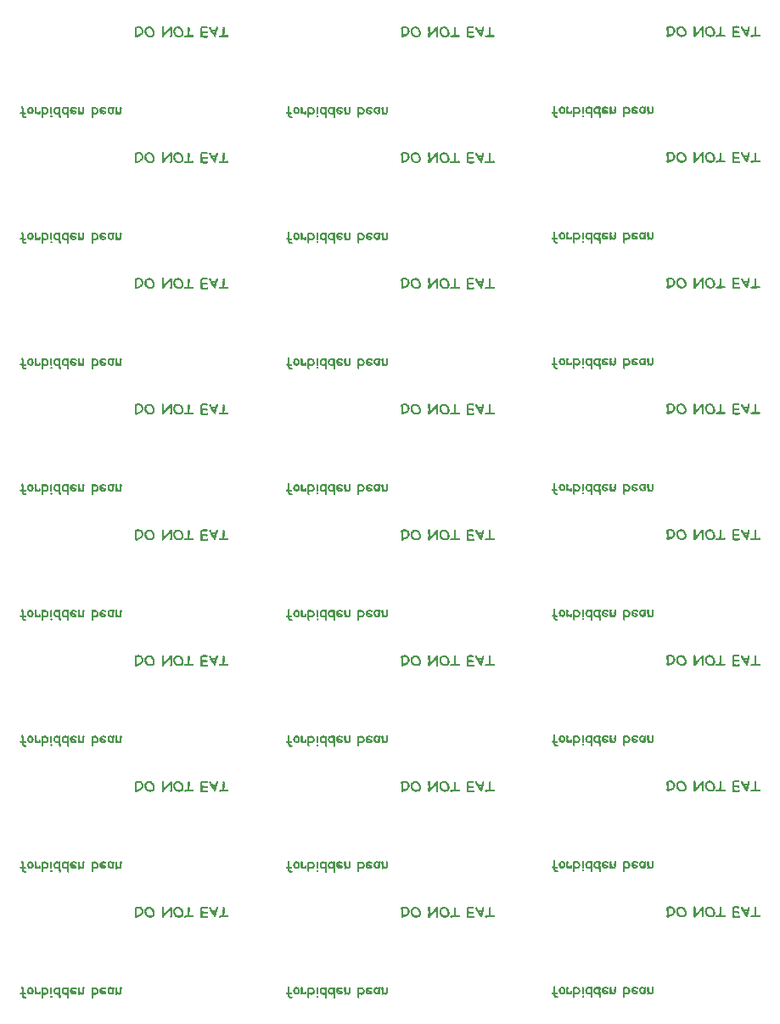
<source format=gbr>
%TF.GenerationSoftware,KiCad,Pcbnew,9.0.2*%
%TF.CreationDate,2026-01-01T17:19:06-05:00*%
%TF.ProjectId,Fracture Connector,46726163-7475-4726-9520-436f6e6e6563,rev?*%
%TF.SameCoordinates,Original*%
%TF.FileFunction,Legend,Bot*%
%TF.FilePolarity,Positive*%
%FSLAX46Y46*%
G04 Gerber Fmt 4.6, Leading zero omitted, Abs format (unit mm)*
G04 Created by KiCad (PCBNEW 9.0.2) date 2026-01-01 17:19:06*
%MOMM*%
%LPD*%
G01*
G04 APERTURE LIST*
%ADD10C,0.250000*%
G04 APERTURE END LIST*
D10*
G36*
X65371894Y-88714804D02*
G01*
X65458143Y-88729865D01*
X65528602Y-88752957D01*
X65585855Y-88783052D01*
X65648415Y-88831444D01*
X65701267Y-88889153D01*
X65745041Y-88957075D01*
X65777470Y-89029805D01*
X65796684Y-89104320D01*
X65803109Y-89181595D01*
X65796672Y-89256796D01*
X65777415Y-89329246D01*
X65744859Y-89399958D01*
X65697807Y-89469741D01*
X65634399Y-89539167D01*
X65560785Y-89602048D01*
X65479771Y-89656344D01*
X65390719Y-89702257D01*
X65292825Y-89739751D01*
X65167101Y-89796415D01*
X65083556Y-89831657D01*
X65053711Y-89838730D01*
X65027849Y-89834884D01*
X65002392Y-89822976D01*
X64976530Y-89801544D01*
X64955425Y-89775159D01*
X64943945Y-89750529D01*
X64940321Y-89726806D01*
X64943374Y-89499599D01*
X64946428Y-89272331D01*
X64939955Y-89067595D01*
X64935516Y-88927216D01*
X65128144Y-88927216D01*
X65128144Y-89604257D01*
X65326303Y-89518166D01*
X65412321Y-89472977D01*
X65489362Y-89416754D01*
X65544574Y-89359933D01*
X65581699Y-89302153D01*
X65603277Y-89242502D01*
X65610463Y-89179580D01*
X65606519Y-89132133D01*
X65594666Y-89085818D01*
X65574559Y-89040056D01*
X65547572Y-88998067D01*
X65515457Y-88962952D01*
X65477900Y-88934055D01*
X65432752Y-88913408D01*
X65364787Y-88898751D01*
X65266141Y-88893022D01*
X65224869Y-88895257D01*
X65189266Y-88901571D01*
X65156298Y-88912440D01*
X65128144Y-88927216D01*
X64935516Y-88927216D01*
X64933483Y-88862919D01*
X64940299Y-88827522D01*
X64960777Y-88797706D01*
X64991156Y-88777429D01*
X65028432Y-88770107D01*
X65078535Y-88745427D01*
X65152080Y-88723701D01*
X65215408Y-88712671D01*
X65266874Y-88709351D01*
X65371894Y-88714804D01*
G37*
G36*
X66463611Y-88738933D02*
G01*
X66537599Y-88756853D01*
X66606036Y-88786316D01*
X66669867Y-88827729D01*
X66729733Y-88882119D01*
X66785943Y-88951091D01*
X66834426Y-89028923D01*
X66871715Y-89109421D01*
X66898312Y-89193110D01*
X66914402Y-89280630D01*
X66919849Y-89372715D01*
X66914317Y-89462347D01*
X66898784Y-89538103D01*
X66874431Y-89602140D01*
X66841842Y-89656261D01*
X66800963Y-89701832D01*
X66752618Y-89738795D01*
X66694542Y-89768786D01*
X66625094Y-89791508D01*
X66542256Y-89806137D01*
X66443697Y-89811375D01*
X66363301Y-89805372D01*
X66288857Y-89787765D01*
X66219284Y-89758714D01*
X66153717Y-89717787D01*
X66091547Y-89663982D01*
X66032453Y-89595770D01*
X65979375Y-89516285D01*
X65938833Y-89434724D01*
X65910090Y-89350537D01*
X65892785Y-89263044D01*
X65886946Y-89171459D01*
X65886986Y-89170970D01*
X66080997Y-89170970D01*
X66087394Y-89253906D01*
X66106329Y-89332267D01*
X66137890Y-89407072D01*
X66182785Y-89479144D01*
X66230729Y-89535378D01*
X66280225Y-89576692D01*
X66331669Y-89605148D01*
X66385822Y-89622018D01*
X66443758Y-89627705D01*
X66525186Y-89623348D01*
X66585836Y-89611823D01*
X66630093Y-89595001D01*
X66661623Y-89574032D01*
X66687427Y-89543980D01*
X66707427Y-89502695D01*
X66720840Y-89447083D01*
X66725859Y-89373204D01*
X66719919Y-89287945D01*
X66702507Y-89208817D01*
X66673848Y-89134793D01*
X66633657Y-89065030D01*
X66588938Y-89008832D01*
X66542075Y-88967575D01*
X66492708Y-88939125D01*
X66440049Y-88922200D01*
X66382942Y-88916469D01*
X66318822Y-88921113D01*
X66262612Y-88934407D01*
X66213043Y-88955787D01*
X66169107Y-88985224D01*
X66130182Y-89024139D01*
X66103059Y-89067370D01*
X66086656Y-89115832D01*
X66080997Y-89170970D01*
X65886986Y-89170970D01*
X65893226Y-89094000D01*
X65911467Y-89024252D01*
X65941346Y-88960827D01*
X65983327Y-88902668D01*
X66038620Y-88849119D01*
X66097242Y-88807618D01*
X66160273Y-88775363D01*
X66228338Y-88752048D01*
X66302230Y-88737723D01*
X66382881Y-88732799D01*
X66463611Y-88738933D01*
G37*
G36*
X68650370Y-88944374D02*
G01*
X68638769Y-88836480D01*
X68626703Y-88796531D01*
X68606721Y-88770209D01*
X68578465Y-88754246D01*
X68538996Y-88748430D01*
X68508794Y-88753411D01*
X68473444Y-88770084D01*
X68431040Y-88802347D01*
X68306710Y-88921119D01*
X68167338Y-89068703D01*
X68011426Y-89249038D01*
X67837408Y-89466321D01*
X67833317Y-89248212D01*
X67835698Y-89085485D01*
X67838141Y-88922759D01*
X67832161Y-88835566D01*
X67817233Y-88779664D01*
X67796597Y-88745800D01*
X67771286Y-88727294D01*
X67739772Y-88721075D01*
X67707807Y-88724713D01*
X67681573Y-88735021D01*
X67659782Y-88751850D01*
X67639852Y-88781968D01*
X67633160Y-88818101D01*
X67637556Y-88900777D01*
X67642014Y-88983453D01*
X67644761Y-89104353D01*
X67647509Y-89225314D01*
X67645433Y-89355130D01*
X67643418Y-89485006D01*
X67635236Y-89607249D01*
X67627054Y-89729615D01*
X67630809Y-89755447D01*
X67642178Y-89779543D01*
X67662225Y-89802705D01*
X67687144Y-89820751D01*
X67713658Y-89831283D01*
X67742520Y-89834822D01*
X67772762Y-89827465D01*
X67809093Y-89801511D01*
X67854505Y-89747506D01*
X68017512Y-89525610D01*
X68173629Y-89333115D01*
X68323193Y-89167447D01*
X68466578Y-89026195D01*
X68467249Y-89129938D01*
X68465080Y-89439586D01*
X68460410Y-89583985D01*
X68451557Y-89657685D01*
X68444718Y-89732790D01*
X68449067Y-89768024D01*
X68460800Y-89793256D01*
X68479394Y-89811133D01*
X68506276Y-89822671D01*
X68544491Y-89827007D01*
X68571533Y-89821213D01*
X68595418Y-89803174D01*
X68617267Y-89768838D01*
X68636310Y-89710904D01*
X68650270Y-89619715D01*
X68655805Y-89483662D01*
X68654461Y-89375768D01*
X68650370Y-88944374D01*
G37*
G36*
X69326137Y-88738933D02*
G01*
X69400125Y-88756853D01*
X69468562Y-88786316D01*
X69532393Y-88827729D01*
X69592259Y-88882119D01*
X69648469Y-88951091D01*
X69696952Y-89028923D01*
X69734242Y-89109421D01*
X69760838Y-89193110D01*
X69776928Y-89280630D01*
X69782375Y-89372715D01*
X69776843Y-89462347D01*
X69761310Y-89538103D01*
X69736957Y-89602140D01*
X69704368Y-89656261D01*
X69663490Y-89701832D01*
X69615144Y-89738795D01*
X69557068Y-89768786D01*
X69487620Y-89791508D01*
X69404782Y-89806137D01*
X69306223Y-89811375D01*
X69225827Y-89805372D01*
X69151383Y-89787765D01*
X69081811Y-89758714D01*
X69016244Y-89717787D01*
X68954073Y-89663982D01*
X68894979Y-89595770D01*
X68841901Y-89516285D01*
X68801359Y-89434724D01*
X68772616Y-89350537D01*
X68755311Y-89263044D01*
X68749472Y-89171459D01*
X68749512Y-89170970D01*
X68943523Y-89170970D01*
X68949920Y-89253906D01*
X68968856Y-89332267D01*
X69000417Y-89407072D01*
X69045311Y-89479144D01*
X69093255Y-89535378D01*
X69142751Y-89576692D01*
X69194195Y-89605148D01*
X69248348Y-89622018D01*
X69306284Y-89627705D01*
X69387712Y-89623348D01*
X69448362Y-89611823D01*
X69492619Y-89595001D01*
X69524149Y-89574032D01*
X69549953Y-89543980D01*
X69569954Y-89502695D01*
X69583366Y-89447083D01*
X69588385Y-89373204D01*
X69582446Y-89287945D01*
X69565033Y-89208817D01*
X69536374Y-89134793D01*
X69496183Y-89065030D01*
X69451464Y-89008832D01*
X69404601Y-88967575D01*
X69355235Y-88939125D01*
X69302576Y-88922200D01*
X69245468Y-88916469D01*
X69181348Y-88921113D01*
X69125138Y-88934407D01*
X69075569Y-88955787D01*
X69031633Y-88985224D01*
X68992709Y-89024139D01*
X68965585Y-89067370D01*
X68949182Y-89115832D01*
X68943523Y-89170970D01*
X68749512Y-89170970D01*
X68755752Y-89094000D01*
X68773993Y-89024252D01*
X68803872Y-88960827D01*
X68845853Y-88902668D01*
X68901147Y-88849119D01*
X68959768Y-88807618D01*
X69022799Y-88775363D01*
X69090864Y-88752048D01*
X69164756Y-88737723D01*
X69245407Y-88732799D01*
X69326137Y-88738933D01*
G37*
G36*
X70711475Y-89596441D02*
G01*
X70545451Y-89604624D01*
X70379488Y-89612073D01*
X70397928Y-89334308D01*
X70409151Y-89167055D01*
X70412277Y-89055138D01*
X70417040Y-88986018D01*
X70421864Y-88916958D01*
X70416264Y-88867619D01*
X70400004Y-88824573D01*
X70377768Y-88794433D01*
X70351606Y-88777567D01*
X70320075Y-88771878D01*
X70284716Y-88777869D01*
X70253825Y-88795813D01*
X70235791Y-88815359D01*
X70225284Y-88837359D01*
X70221707Y-88862736D01*
X70225065Y-88891801D01*
X70228484Y-88921537D01*
X70224027Y-89016426D01*
X70219631Y-89112108D01*
X70216501Y-89211802D01*
X70205281Y-89360137D01*
X70186169Y-89608165D01*
X70150632Y-89608165D01*
X70006118Y-89613714D01*
X69908832Y-89627705D01*
X69874240Y-89641103D01*
X69851460Y-89660109D01*
X69837845Y-89685021D01*
X69832994Y-89717830D01*
X69839043Y-89750904D01*
X69857602Y-89781089D01*
X69878692Y-89799428D01*
X69903270Y-89809425D01*
X69932706Y-89811375D01*
X70041333Y-89800323D01*
X70150632Y-89792996D01*
X70275257Y-89794339D01*
X70399943Y-89795744D01*
X70555709Y-89789882D01*
X70711475Y-89784020D01*
X70749377Y-89777171D01*
X70780107Y-89757031D01*
X70800816Y-89727016D01*
X70807767Y-89690597D01*
X70800827Y-89654115D01*
X70780107Y-89623797D01*
X70749348Y-89603372D01*
X70711475Y-89596441D01*
G37*
G36*
X72164475Y-89655060D02*
G01*
X72135777Y-89658784D01*
X72025517Y-89679584D01*
X71920599Y-89686323D01*
X71868543Y-89684443D01*
X71810628Y-89678507D01*
X71685637Y-89655060D01*
X71679470Y-89381508D01*
X71946550Y-89404772D01*
X72111841Y-89416679D01*
X72149425Y-89410137D01*
X72180840Y-89390789D01*
X72196642Y-89371922D01*
X72206193Y-89349433D01*
X72209538Y-89322218D01*
X72203864Y-89284890D01*
X72188277Y-89258372D01*
X72162409Y-89239825D01*
X72122771Y-89229100D01*
X71959495Y-89217193D01*
X71667136Y-89193929D01*
X71662373Y-89055810D01*
X71665259Y-88963471D01*
X71671440Y-88920821D01*
X71678066Y-88905540D01*
X71694061Y-88900085D01*
X71764161Y-88896686D01*
X71891900Y-88898762D01*
X72019639Y-88900838D01*
X72059939Y-88904929D01*
X72099568Y-88909020D01*
X72136703Y-88903219D01*
X72167223Y-88886366D01*
X72184877Y-88867377D01*
X72195565Y-88843966D01*
X72199341Y-88814742D01*
X72194125Y-88779383D01*
X72179685Y-88753481D01*
X72155743Y-88734600D01*
X72119413Y-88722418D01*
X72032952Y-88713566D01*
X71835908Y-88709351D01*
X71717223Y-88714681D01*
X71634958Y-88728309D01*
X71580215Y-88747289D01*
X71545564Y-88769679D01*
X71517306Y-88804884D01*
X71494020Y-88859607D01*
X71477540Y-88940896D01*
X71471131Y-89057459D01*
X71473920Y-89160847D01*
X71484442Y-89333270D01*
X71494970Y-89505604D01*
X71497753Y-89608348D01*
X71490915Y-89679240D01*
X71484076Y-89750192D01*
X71488534Y-89790323D01*
X71500360Y-89818429D01*
X71518584Y-89837756D01*
X71544153Y-89849883D01*
X71579697Y-89854362D01*
X71608547Y-89850102D01*
X71635079Y-89837265D01*
X71713564Y-89854242D01*
X71785655Y-89865292D01*
X71856216Y-89871819D01*
X71920599Y-89873901D01*
X72035593Y-89868837D01*
X72125920Y-89855165D01*
X72195922Y-89834822D01*
X72224357Y-89819851D01*
X72243377Y-89800948D01*
X72254754Y-89777692D01*
X72258753Y-89748666D01*
X72252659Y-89715565D01*
X72234146Y-89686262D01*
X72214209Y-89668886D01*
X72191315Y-89658601D01*
X72164475Y-89655060D01*
G37*
G36*
X73169573Y-88761785D02*
G01*
X73201469Y-88781464D01*
X73218095Y-88800781D01*
X73227867Y-88822535D01*
X73231206Y-88847593D01*
X73226236Y-88879857D01*
X73206598Y-88935520D01*
X73171794Y-89025463D01*
X73070006Y-89474625D01*
X73026958Y-89693345D01*
X73009702Y-89735652D01*
X72987521Y-89762850D01*
X72960378Y-89778579D01*
X72926574Y-89784020D01*
X72910975Y-89777699D01*
X72879102Y-89748420D01*
X72819201Y-89674196D01*
X72716159Y-89525489D01*
X72601214Y-89346032D01*
X72517051Y-89205653D01*
X72732523Y-89205653D01*
X72879374Y-89455513D01*
X72924498Y-89225192D01*
X72828144Y-89217254D01*
X72732523Y-89205653D01*
X72517051Y-89205653D01*
X72500248Y-89177626D01*
X72460509Y-89161400D01*
X72440830Y-89144419D01*
X72433997Y-89126457D01*
X72435256Y-89107912D01*
X72442179Y-89086890D01*
X72374664Y-88944173D01*
X72348001Y-88876523D01*
X72342467Y-88850890D01*
X72345856Y-88825890D01*
X72355731Y-88804481D01*
X72372509Y-88785738D01*
X72404692Y-88766468D01*
X72440164Y-88760154D01*
X72473021Y-88765547D01*
X72500310Y-88781361D01*
X72523512Y-88809003D01*
X72594533Y-88950036D01*
X72632811Y-89033706D01*
X72696679Y-89043241D01*
X72798163Y-89052757D01*
X72963455Y-89068877D01*
X72992808Y-88967390D01*
X73025615Y-88883191D01*
X73058749Y-88818667D01*
X73087257Y-88781183D01*
X73111937Y-88762331D01*
X73134242Y-88756246D01*
X73169573Y-88761785D01*
G37*
G36*
X74189493Y-89596441D02*
G01*
X74023469Y-89604624D01*
X73857506Y-89612073D01*
X73875946Y-89334308D01*
X73887169Y-89167055D01*
X73890295Y-89055138D01*
X73895058Y-88986018D01*
X73899882Y-88916958D01*
X73894282Y-88867619D01*
X73878022Y-88824573D01*
X73855786Y-88794433D01*
X73829624Y-88777567D01*
X73798094Y-88771878D01*
X73762734Y-88777869D01*
X73731843Y-88795813D01*
X73713810Y-88815359D01*
X73703302Y-88837359D01*
X73699725Y-88862736D01*
X73703083Y-88891801D01*
X73706503Y-88921537D01*
X73702045Y-89016426D01*
X73697649Y-89112108D01*
X73694519Y-89211802D01*
X73683299Y-89360137D01*
X73664187Y-89608165D01*
X73628650Y-89608165D01*
X73484136Y-89613714D01*
X73386850Y-89627705D01*
X73352259Y-89641103D01*
X73329479Y-89660109D01*
X73315863Y-89685021D01*
X73311012Y-89717830D01*
X73317061Y-89750904D01*
X73335620Y-89781089D01*
X73356710Y-89799428D01*
X73381289Y-89809425D01*
X73410724Y-89811375D01*
X73519351Y-89800323D01*
X73628650Y-89792996D01*
X73753275Y-89794339D01*
X73877961Y-89795744D01*
X74033727Y-89789882D01*
X74189493Y-89784020D01*
X74227395Y-89777171D01*
X74258125Y-89757031D01*
X74278834Y-89727016D01*
X74285786Y-89690597D01*
X74278846Y-89654115D01*
X74258125Y-89623797D01*
X74227366Y-89603372D01*
X74189493Y-89596441D01*
G37*
G36*
X91921894Y-88714804D02*
G01*
X92008143Y-88729865D01*
X92078602Y-88752957D01*
X92135855Y-88783052D01*
X92198415Y-88831444D01*
X92251267Y-88889153D01*
X92295041Y-88957075D01*
X92327470Y-89029805D01*
X92346684Y-89104320D01*
X92353109Y-89181595D01*
X92346672Y-89256796D01*
X92327415Y-89329246D01*
X92294859Y-89399958D01*
X92247807Y-89469741D01*
X92184399Y-89539167D01*
X92110785Y-89602048D01*
X92029771Y-89656344D01*
X91940719Y-89702257D01*
X91842825Y-89739751D01*
X91717101Y-89796415D01*
X91633556Y-89831657D01*
X91603711Y-89838730D01*
X91577849Y-89834884D01*
X91552392Y-89822976D01*
X91526530Y-89801544D01*
X91505425Y-89775159D01*
X91493945Y-89750529D01*
X91490321Y-89726806D01*
X91493374Y-89499599D01*
X91496428Y-89272331D01*
X91489955Y-89067595D01*
X91485516Y-88927216D01*
X91678144Y-88927216D01*
X91678144Y-89604257D01*
X91876303Y-89518166D01*
X91962321Y-89472977D01*
X92039362Y-89416754D01*
X92094574Y-89359933D01*
X92131699Y-89302153D01*
X92153277Y-89242502D01*
X92160463Y-89179580D01*
X92156519Y-89132133D01*
X92144666Y-89085818D01*
X92124559Y-89040056D01*
X92097572Y-88998067D01*
X92065457Y-88962952D01*
X92027900Y-88934055D01*
X91982752Y-88913408D01*
X91914787Y-88898751D01*
X91816141Y-88893022D01*
X91774869Y-88895257D01*
X91739266Y-88901571D01*
X91706298Y-88912440D01*
X91678144Y-88927216D01*
X91485516Y-88927216D01*
X91483483Y-88862919D01*
X91490299Y-88827522D01*
X91510777Y-88797706D01*
X91541156Y-88777429D01*
X91578432Y-88770107D01*
X91628535Y-88745427D01*
X91702080Y-88723701D01*
X91765408Y-88712671D01*
X91816874Y-88709351D01*
X91921894Y-88714804D01*
G37*
G36*
X93013611Y-88738933D02*
G01*
X93087599Y-88756853D01*
X93156036Y-88786316D01*
X93219867Y-88827729D01*
X93279733Y-88882119D01*
X93335943Y-88951091D01*
X93384426Y-89028923D01*
X93421715Y-89109421D01*
X93448312Y-89193110D01*
X93464402Y-89280630D01*
X93469849Y-89372715D01*
X93464317Y-89462347D01*
X93448784Y-89538103D01*
X93424431Y-89602140D01*
X93391842Y-89656261D01*
X93350963Y-89701832D01*
X93302618Y-89738795D01*
X93244542Y-89768786D01*
X93175094Y-89791508D01*
X93092256Y-89806137D01*
X92993697Y-89811375D01*
X92913301Y-89805372D01*
X92838857Y-89787765D01*
X92769284Y-89758714D01*
X92703717Y-89717787D01*
X92641547Y-89663982D01*
X92582453Y-89595770D01*
X92529375Y-89516285D01*
X92488833Y-89434724D01*
X92460090Y-89350537D01*
X92442785Y-89263044D01*
X92436946Y-89171459D01*
X92436986Y-89170970D01*
X92630997Y-89170970D01*
X92637394Y-89253906D01*
X92656329Y-89332267D01*
X92687890Y-89407072D01*
X92732785Y-89479144D01*
X92780729Y-89535378D01*
X92830225Y-89576692D01*
X92881669Y-89605148D01*
X92935822Y-89622018D01*
X92993758Y-89627705D01*
X93075186Y-89623348D01*
X93135836Y-89611823D01*
X93180093Y-89595001D01*
X93211623Y-89574032D01*
X93237427Y-89543980D01*
X93257427Y-89502695D01*
X93270840Y-89447083D01*
X93275859Y-89373204D01*
X93269919Y-89287945D01*
X93252507Y-89208817D01*
X93223848Y-89134793D01*
X93183657Y-89065030D01*
X93138938Y-89008832D01*
X93092075Y-88967575D01*
X93042708Y-88939125D01*
X92990049Y-88922200D01*
X92932942Y-88916469D01*
X92868822Y-88921113D01*
X92812612Y-88934407D01*
X92763043Y-88955787D01*
X92719107Y-88985224D01*
X92680182Y-89024139D01*
X92653059Y-89067370D01*
X92636656Y-89115832D01*
X92630997Y-89170970D01*
X92436986Y-89170970D01*
X92443226Y-89094000D01*
X92461467Y-89024252D01*
X92491346Y-88960827D01*
X92533327Y-88902668D01*
X92588620Y-88849119D01*
X92647242Y-88807618D01*
X92710273Y-88775363D01*
X92778338Y-88752048D01*
X92852230Y-88737723D01*
X92932881Y-88732799D01*
X93013611Y-88738933D01*
G37*
G36*
X95200370Y-88944374D02*
G01*
X95188769Y-88836480D01*
X95176703Y-88796531D01*
X95156721Y-88770209D01*
X95128465Y-88754246D01*
X95088996Y-88748430D01*
X95058794Y-88753411D01*
X95023444Y-88770084D01*
X94981040Y-88802347D01*
X94856710Y-88921119D01*
X94717338Y-89068703D01*
X94561426Y-89249038D01*
X94387408Y-89466321D01*
X94383317Y-89248212D01*
X94385698Y-89085485D01*
X94388141Y-88922759D01*
X94382161Y-88835566D01*
X94367233Y-88779664D01*
X94346597Y-88745800D01*
X94321286Y-88727294D01*
X94289772Y-88721075D01*
X94257807Y-88724713D01*
X94231573Y-88735021D01*
X94209782Y-88751850D01*
X94189852Y-88781968D01*
X94183160Y-88818101D01*
X94187556Y-88900777D01*
X94192014Y-88983453D01*
X94194761Y-89104353D01*
X94197509Y-89225314D01*
X94195433Y-89355130D01*
X94193418Y-89485006D01*
X94185236Y-89607249D01*
X94177054Y-89729615D01*
X94180809Y-89755447D01*
X94192178Y-89779543D01*
X94212225Y-89802705D01*
X94237144Y-89820751D01*
X94263658Y-89831283D01*
X94292520Y-89834822D01*
X94322762Y-89827465D01*
X94359093Y-89801511D01*
X94404505Y-89747506D01*
X94567512Y-89525610D01*
X94723629Y-89333115D01*
X94873193Y-89167447D01*
X95016578Y-89026195D01*
X95017249Y-89129938D01*
X95015080Y-89439586D01*
X95010410Y-89583985D01*
X95001557Y-89657685D01*
X94994718Y-89732790D01*
X94999067Y-89768024D01*
X95010800Y-89793256D01*
X95029394Y-89811133D01*
X95056276Y-89822671D01*
X95094491Y-89827007D01*
X95121533Y-89821213D01*
X95145418Y-89803174D01*
X95167267Y-89768838D01*
X95186310Y-89710904D01*
X95200270Y-89619715D01*
X95205805Y-89483662D01*
X95204461Y-89375768D01*
X95200370Y-88944374D01*
G37*
G36*
X95876137Y-88738933D02*
G01*
X95950125Y-88756853D01*
X96018562Y-88786316D01*
X96082393Y-88827729D01*
X96142259Y-88882119D01*
X96198469Y-88951091D01*
X96246952Y-89028923D01*
X96284242Y-89109421D01*
X96310838Y-89193110D01*
X96326928Y-89280630D01*
X96332375Y-89372715D01*
X96326843Y-89462347D01*
X96311310Y-89538103D01*
X96286957Y-89602140D01*
X96254368Y-89656261D01*
X96213490Y-89701832D01*
X96165144Y-89738795D01*
X96107068Y-89768786D01*
X96037620Y-89791508D01*
X95954782Y-89806137D01*
X95856223Y-89811375D01*
X95775827Y-89805372D01*
X95701383Y-89787765D01*
X95631811Y-89758714D01*
X95566244Y-89717787D01*
X95504073Y-89663982D01*
X95444979Y-89595770D01*
X95391901Y-89516285D01*
X95351359Y-89434724D01*
X95322616Y-89350537D01*
X95305311Y-89263044D01*
X95299472Y-89171459D01*
X95299512Y-89170970D01*
X95493523Y-89170970D01*
X95499920Y-89253906D01*
X95518856Y-89332267D01*
X95550417Y-89407072D01*
X95595311Y-89479144D01*
X95643255Y-89535378D01*
X95692751Y-89576692D01*
X95744195Y-89605148D01*
X95798348Y-89622018D01*
X95856284Y-89627705D01*
X95937712Y-89623348D01*
X95998362Y-89611823D01*
X96042619Y-89595001D01*
X96074149Y-89574032D01*
X96099953Y-89543980D01*
X96119954Y-89502695D01*
X96133366Y-89447083D01*
X96138385Y-89373204D01*
X96132446Y-89287945D01*
X96115033Y-89208817D01*
X96086374Y-89134793D01*
X96046183Y-89065030D01*
X96001464Y-89008832D01*
X95954601Y-88967575D01*
X95905235Y-88939125D01*
X95852576Y-88922200D01*
X95795468Y-88916469D01*
X95731348Y-88921113D01*
X95675138Y-88934407D01*
X95625569Y-88955787D01*
X95581633Y-88985224D01*
X95542709Y-89024139D01*
X95515585Y-89067370D01*
X95499182Y-89115832D01*
X95493523Y-89170970D01*
X95299512Y-89170970D01*
X95305752Y-89094000D01*
X95323993Y-89024252D01*
X95353872Y-88960827D01*
X95395853Y-88902668D01*
X95451147Y-88849119D01*
X95509768Y-88807618D01*
X95572799Y-88775363D01*
X95640864Y-88752048D01*
X95714756Y-88737723D01*
X95795407Y-88732799D01*
X95876137Y-88738933D01*
G37*
G36*
X97261475Y-89596441D02*
G01*
X97095451Y-89604624D01*
X96929488Y-89612073D01*
X96947928Y-89334308D01*
X96959151Y-89167055D01*
X96962277Y-89055138D01*
X96967040Y-88986018D01*
X96971864Y-88916958D01*
X96966264Y-88867619D01*
X96950004Y-88824573D01*
X96927768Y-88794433D01*
X96901606Y-88777567D01*
X96870075Y-88771878D01*
X96834716Y-88777869D01*
X96803825Y-88795813D01*
X96785791Y-88815359D01*
X96775284Y-88837359D01*
X96771707Y-88862736D01*
X96775065Y-88891801D01*
X96778484Y-88921537D01*
X96774027Y-89016426D01*
X96769631Y-89112108D01*
X96766501Y-89211802D01*
X96755281Y-89360137D01*
X96736169Y-89608165D01*
X96700632Y-89608165D01*
X96556118Y-89613714D01*
X96458832Y-89627705D01*
X96424240Y-89641103D01*
X96401460Y-89660109D01*
X96387845Y-89685021D01*
X96382994Y-89717830D01*
X96389043Y-89750904D01*
X96407602Y-89781089D01*
X96428692Y-89799428D01*
X96453270Y-89809425D01*
X96482706Y-89811375D01*
X96591333Y-89800323D01*
X96700632Y-89792996D01*
X96825257Y-89794339D01*
X96949943Y-89795744D01*
X97105709Y-89789882D01*
X97261475Y-89784020D01*
X97299377Y-89777171D01*
X97330107Y-89757031D01*
X97350816Y-89727016D01*
X97357767Y-89690597D01*
X97350827Y-89654115D01*
X97330107Y-89623797D01*
X97299348Y-89603372D01*
X97261475Y-89596441D01*
G37*
G36*
X98714475Y-89655060D02*
G01*
X98685777Y-89658784D01*
X98575517Y-89679584D01*
X98470599Y-89686323D01*
X98418543Y-89684443D01*
X98360628Y-89678507D01*
X98235637Y-89655060D01*
X98229470Y-89381508D01*
X98496550Y-89404772D01*
X98661841Y-89416679D01*
X98699425Y-89410137D01*
X98730840Y-89390789D01*
X98746642Y-89371922D01*
X98756193Y-89349433D01*
X98759538Y-89322218D01*
X98753864Y-89284890D01*
X98738277Y-89258372D01*
X98712409Y-89239825D01*
X98672771Y-89229100D01*
X98509495Y-89217193D01*
X98217136Y-89193929D01*
X98212373Y-89055810D01*
X98215259Y-88963471D01*
X98221440Y-88920821D01*
X98228066Y-88905540D01*
X98244061Y-88900085D01*
X98314161Y-88896686D01*
X98441900Y-88898762D01*
X98569639Y-88900838D01*
X98609939Y-88904929D01*
X98649568Y-88909020D01*
X98686703Y-88903219D01*
X98717223Y-88886366D01*
X98734877Y-88867377D01*
X98745565Y-88843966D01*
X98749341Y-88814742D01*
X98744125Y-88779383D01*
X98729685Y-88753481D01*
X98705743Y-88734600D01*
X98669413Y-88722418D01*
X98582952Y-88713566D01*
X98385908Y-88709351D01*
X98267223Y-88714681D01*
X98184958Y-88728309D01*
X98130215Y-88747289D01*
X98095564Y-88769679D01*
X98067306Y-88804884D01*
X98044020Y-88859607D01*
X98027540Y-88940896D01*
X98021131Y-89057459D01*
X98023920Y-89160847D01*
X98034442Y-89333270D01*
X98044970Y-89505604D01*
X98047753Y-89608348D01*
X98040915Y-89679240D01*
X98034076Y-89750192D01*
X98038534Y-89790323D01*
X98050360Y-89818429D01*
X98068584Y-89837756D01*
X98094153Y-89849883D01*
X98129697Y-89854362D01*
X98158547Y-89850102D01*
X98185079Y-89837265D01*
X98263564Y-89854242D01*
X98335655Y-89865292D01*
X98406216Y-89871819D01*
X98470599Y-89873901D01*
X98585593Y-89868837D01*
X98675920Y-89855165D01*
X98745922Y-89834822D01*
X98774357Y-89819851D01*
X98793377Y-89800948D01*
X98804754Y-89777692D01*
X98808753Y-89748666D01*
X98802659Y-89715565D01*
X98784146Y-89686262D01*
X98764209Y-89668886D01*
X98741315Y-89658601D01*
X98714475Y-89655060D01*
G37*
G36*
X99719573Y-88761785D02*
G01*
X99751469Y-88781464D01*
X99768095Y-88800781D01*
X99777867Y-88822535D01*
X99781206Y-88847593D01*
X99776236Y-88879857D01*
X99756598Y-88935520D01*
X99721794Y-89025463D01*
X99620006Y-89474625D01*
X99576958Y-89693345D01*
X99559702Y-89735652D01*
X99537521Y-89762850D01*
X99510378Y-89778579D01*
X99476574Y-89784020D01*
X99460975Y-89777699D01*
X99429102Y-89748420D01*
X99369201Y-89674196D01*
X99266159Y-89525489D01*
X99151214Y-89346032D01*
X99067051Y-89205653D01*
X99282523Y-89205653D01*
X99429374Y-89455513D01*
X99474498Y-89225192D01*
X99378144Y-89217254D01*
X99282523Y-89205653D01*
X99067051Y-89205653D01*
X99050248Y-89177626D01*
X99010509Y-89161400D01*
X98990830Y-89144419D01*
X98983997Y-89126457D01*
X98985256Y-89107912D01*
X98992179Y-89086890D01*
X98924664Y-88944173D01*
X98898001Y-88876523D01*
X98892467Y-88850890D01*
X98895856Y-88825890D01*
X98905731Y-88804481D01*
X98922509Y-88785738D01*
X98954692Y-88766468D01*
X98990164Y-88760154D01*
X99023021Y-88765547D01*
X99050310Y-88781361D01*
X99073512Y-88809003D01*
X99144533Y-88950036D01*
X99182811Y-89033706D01*
X99246679Y-89043241D01*
X99348163Y-89052757D01*
X99513455Y-89068877D01*
X99542808Y-88967390D01*
X99575615Y-88883191D01*
X99608749Y-88818667D01*
X99637257Y-88781183D01*
X99661937Y-88762331D01*
X99684242Y-88756246D01*
X99719573Y-88761785D01*
G37*
G36*
X100739493Y-89596441D02*
G01*
X100573469Y-89604624D01*
X100407506Y-89612073D01*
X100425946Y-89334308D01*
X100437169Y-89167055D01*
X100440295Y-89055138D01*
X100445058Y-88986018D01*
X100449882Y-88916958D01*
X100444282Y-88867619D01*
X100428022Y-88824573D01*
X100405786Y-88794433D01*
X100379624Y-88777567D01*
X100348094Y-88771878D01*
X100312734Y-88777869D01*
X100281843Y-88795813D01*
X100263810Y-88815359D01*
X100253302Y-88837359D01*
X100249725Y-88862736D01*
X100253083Y-88891801D01*
X100256503Y-88921537D01*
X100252045Y-89016426D01*
X100247649Y-89112108D01*
X100244519Y-89211802D01*
X100233299Y-89360137D01*
X100214187Y-89608165D01*
X100178650Y-89608165D01*
X100034136Y-89613714D01*
X99936850Y-89627705D01*
X99902259Y-89641103D01*
X99879479Y-89660109D01*
X99865863Y-89685021D01*
X99861012Y-89717830D01*
X99867061Y-89750904D01*
X99885620Y-89781089D01*
X99906710Y-89799428D01*
X99931289Y-89809425D01*
X99960724Y-89811375D01*
X100069351Y-89800323D01*
X100178650Y-89792996D01*
X100303275Y-89794339D01*
X100427961Y-89795744D01*
X100583727Y-89789882D01*
X100739493Y-89784020D01*
X100777395Y-89777171D01*
X100808125Y-89757031D01*
X100828834Y-89727016D01*
X100835786Y-89690597D01*
X100828846Y-89654115D01*
X100808125Y-89623797D01*
X100777366Y-89603372D01*
X100739493Y-89596441D01*
G37*
G36*
X118416894Y-88684804D02*
G01*
X118503143Y-88699865D01*
X118573602Y-88722957D01*
X118630855Y-88753052D01*
X118693415Y-88801444D01*
X118746267Y-88859153D01*
X118790041Y-88927075D01*
X118822470Y-88999805D01*
X118841684Y-89074320D01*
X118848109Y-89151595D01*
X118841672Y-89226796D01*
X118822415Y-89299246D01*
X118789859Y-89369958D01*
X118742807Y-89439741D01*
X118679399Y-89509167D01*
X118605785Y-89572048D01*
X118524771Y-89626344D01*
X118435719Y-89672257D01*
X118337825Y-89709751D01*
X118212101Y-89766415D01*
X118128556Y-89801657D01*
X118098711Y-89808730D01*
X118072849Y-89804884D01*
X118047392Y-89792976D01*
X118021530Y-89771544D01*
X118000425Y-89745159D01*
X117988945Y-89720529D01*
X117985321Y-89696806D01*
X117988374Y-89469599D01*
X117991428Y-89242331D01*
X117984955Y-89037595D01*
X117980516Y-88897216D01*
X118173144Y-88897216D01*
X118173144Y-89574257D01*
X118371303Y-89488166D01*
X118457321Y-89442977D01*
X118534362Y-89386754D01*
X118589574Y-89329933D01*
X118626699Y-89272153D01*
X118648277Y-89212502D01*
X118655463Y-89149580D01*
X118651519Y-89102133D01*
X118639666Y-89055818D01*
X118619559Y-89010056D01*
X118592572Y-88968067D01*
X118560457Y-88932952D01*
X118522900Y-88904055D01*
X118477752Y-88883408D01*
X118409787Y-88868751D01*
X118311141Y-88863022D01*
X118269869Y-88865257D01*
X118234266Y-88871571D01*
X118201298Y-88882440D01*
X118173144Y-88897216D01*
X117980516Y-88897216D01*
X117978483Y-88832919D01*
X117985299Y-88797522D01*
X118005777Y-88767706D01*
X118036156Y-88747429D01*
X118073432Y-88740107D01*
X118123535Y-88715427D01*
X118197080Y-88693701D01*
X118260408Y-88682671D01*
X118311874Y-88679351D01*
X118416894Y-88684804D01*
G37*
G36*
X119508611Y-88708933D02*
G01*
X119582599Y-88726853D01*
X119651036Y-88756316D01*
X119714867Y-88797729D01*
X119774733Y-88852119D01*
X119830943Y-88921091D01*
X119879426Y-88998923D01*
X119916715Y-89079421D01*
X119943312Y-89163110D01*
X119959402Y-89250630D01*
X119964849Y-89342715D01*
X119959317Y-89432347D01*
X119943784Y-89508103D01*
X119919431Y-89572140D01*
X119886842Y-89626261D01*
X119845963Y-89671832D01*
X119797618Y-89708795D01*
X119739542Y-89738786D01*
X119670094Y-89761508D01*
X119587256Y-89776137D01*
X119488697Y-89781375D01*
X119408301Y-89775372D01*
X119333857Y-89757765D01*
X119264284Y-89728714D01*
X119198717Y-89687787D01*
X119136547Y-89633982D01*
X119077453Y-89565770D01*
X119024375Y-89486285D01*
X118983833Y-89404724D01*
X118955090Y-89320537D01*
X118937785Y-89233044D01*
X118931946Y-89141459D01*
X118931986Y-89140970D01*
X119125997Y-89140970D01*
X119132394Y-89223906D01*
X119151329Y-89302267D01*
X119182890Y-89377072D01*
X119227785Y-89449144D01*
X119275729Y-89505378D01*
X119325225Y-89546692D01*
X119376669Y-89575148D01*
X119430822Y-89592018D01*
X119488758Y-89597705D01*
X119570186Y-89593348D01*
X119630836Y-89581823D01*
X119675093Y-89565001D01*
X119706623Y-89544032D01*
X119732427Y-89513980D01*
X119752427Y-89472695D01*
X119765840Y-89417083D01*
X119770859Y-89343204D01*
X119764919Y-89257945D01*
X119747507Y-89178817D01*
X119718848Y-89104793D01*
X119678657Y-89035030D01*
X119633938Y-88978832D01*
X119587075Y-88937575D01*
X119537708Y-88909125D01*
X119485049Y-88892200D01*
X119427942Y-88886469D01*
X119363822Y-88891113D01*
X119307612Y-88904407D01*
X119258043Y-88925787D01*
X119214107Y-88955224D01*
X119175182Y-88994139D01*
X119148059Y-89037370D01*
X119131656Y-89085832D01*
X119125997Y-89140970D01*
X118931986Y-89140970D01*
X118938226Y-89064000D01*
X118956467Y-88994252D01*
X118986346Y-88930827D01*
X119028327Y-88872668D01*
X119083620Y-88819119D01*
X119142242Y-88777618D01*
X119205273Y-88745363D01*
X119273338Y-88722048D01*
X119347230Y-88707723D01*
X119427881Y-88702799D01*
X119508611Y-88708933D01*
G37*
G36*
X121695370Y-88914374D02*
G01*
X121683769Y-88806480D01*
X121671703Y-88766531D01*
X121651721Y-88740209D01*
X121623465Y-88724246D01*
X121583996Y-88718430D01*
X121553794Y-88723411D01*
X121518444Y-88740084D01*
X121476040Y-88772347D01*
X121351710Y-88891119D01*
X121212338Y-89038703D01*
X121056426Y-89219038D01*
X120882408Y-89436321D01*
X120878317Y-89218212D01*
X120880698Y-89055485D01*
X120883141Y-88892759D01*
X120877161Y-88805566D01*
X120862233Y-88749664D01*
X120841597Y-88715800D01*
X120816286Y-88697294D01*
X120784772Y-88691075D01*
X120752807Y-88694713D01*
X120726573Y-88705021D01*
X120704782Y-88721850D01*
X120684852Y-88751968D01*
X120678160Y-88788101D01*
X120682556Y-88870777D01*
X120687014Y-88953453D01*
X120689761Y-89074353D01*
X120692509Y-89195314D01*
X120690433Y-89325130D01*
X120688418Y-89455006D01*
X120680236Y-89577249D01*
X120672054Y-89699615D01*
X120675809Y-89725447D01*
X120687178Y-89749543D01*
X120707225Y-89772705D01*
X120732144Y-89790751D01*
X120758658Y-89801283D01*
X120787520Y-89804822D01*
X120817762Y-89797465D01*
X120854093Y-89771511D01*
X120899505Y-89717506D01*
X121062512Y-89495610D01*
X121218629Y-89303115D01*
X121368193Y-89137447D01*
X121511578Y-88996195D01*
X121512249Y-89099938D01*
X121510080Y-89409586D01*
X121505410Y-89553985D01*
X121496557Y-89627685D01*
X121489718Y-89702790D01*
X121494067Y-89738024D01*
X121505800Y-89763256D01*
X121524394Y-89781133D01*
X121551276Y-89792671D01*
X121589491Y-89797007D01*
X121616533Y-89791213D01*
X121640418Y-89773174D01*
X121662267Y-89738838D01*
X121681310Y-89680904D01*
X121695270Y-89589715D01*
X121700805Y-89453662D01*
X121699461Y-89345768D01*
X121695370Y-88914374D01*
G37*
G36*
X122371137Y-88708933D02*
G01*
X122445125Y-88726853D01*
X122513562Y-88756316D01*
X122577393Y-88797729D01*
X122637259Y-88852119D01*
X122693469Y-88921091D01*
X122741952Y-88998923D01*
X122779242Y-89079421D01*
X122805838Y-89163110D01*
X122821928Y-89250630D01*
X122827375Y-89342715D01*
X122821843Y-89432347D01*
X122806310Y-89508103D01*
X122781957Y-89572140D01*
X122749368Y-89626261D01*
X122708490Y-89671832D01*
X122660144Y-89708795D01*
X122602068Y-89738786D01*
X122532620Y-89761508D01*
X122449782Y-89776137D01*
X122351223Y-89781375D01*
X122270827Y-89775372D01*
X122196383Y-89757765D01*
X122126811Y-89728714D01*
X122061244Y-89687787D01*
X121999073Y-89633982D01*
X121939979Y-89565770D01*
X121886901Y-89486285D01*
X121846359Y-89404724D01*
X121817616Y-89320537D01*
X121800311Y-89233044D01*
X121794472Y-89141459D01*
X121794512Y-89140970D01*
X121988523Y-89140970D01*
X121994920Y-89223906D01*
X122013856Y-89302267D01*
X122045417Y-89377072D01*
X122090311Y-89449144D01*
X122138255Y-89505378D01*
X122187751Y-89546692D01*
X122239195Y-89575148D01*
X122293348Y-89592018D01*
X122351284Y-89597705D01*
X122432712Y-89593348D01*
X122493362Y-89581823D01*
X122537619Y-89565001D01*
X122569149Y-89544032D01*
X122594953Y-89513980D01*
X122614954Y-89472695D01*
X122628366Y-89417083D01*
X122633385Y-89343204D01*
X122627446Y-89257945D01*
X122610033Y-89178817D01*
X122581374Y-89104793D01*
X122541183Y-89035030D01*
X122496464Y-88978832D01*
X122449601Y-88937575D01*
X122400235Y-88909125D01*
X122347576Y-88892200D01*
X122290468Y-88886469D01*
X122226348Y-88891113D01*
X122170138Y-88904407D01*
X122120569Y-88925787D01*
X122076633Y-88955224D01*
X122037709Y-88994139D01*
X122010585Y-89037370D01*
X121994182Y-89085832D01*
X121988523Y-89140970D01*
X121794512Y-89140970D01*
X121800752Y-89064000D01*
X121818993Y-88994252D01*
X121848872Y-88930827D01*
X121890853Y-88872668D01*
X121946147Y-88819119D01*
X122004768Y-88777618D01*
X122067799Y-88745363D01*
X122135864Y-88722048D01*
X122209756Y-88707723D01*
X122290407Y-88702799D01*
X122371137Y-88708933D01*
G37*
G36*
X123756475Y-89566441D02*
G01*
X123590451Y-89574624D01*
X123424488Y-89582073D01*
X123442928Y-89304308D01*
X123454151Y-89137055D01*
X123457277Y-89025138D01*
X123462040Y-88956018D01*
X123466864Y-88886958D01*
X123461264Y-88837619D01*
X123445004Y-88794573D01*
X123422768Y-88764433D01*
X123396606Y-88747567D01*
X123365075Y-88741878D01*
X123329716Y-88747869D01*
X123298825Y-88765813D01*
X123280791Y-88785359D01*
X123270284Y-88807359D01*
X123266707Y-88832736D01*
X123270065Y-88861801D01*
X123273484Y-88891537D01*
X123269027Y-88986426D01*
X123264631Y-89082108D01*
X123261501Y-89181802D01*
X123250281Y-89330137D01*
X123231169Y-89578165D01*
X123195632Y-89578165D01*
X123051118Y-89583714D01*
X122953832Y-89597705D01*
X122919240Y-89611103D01*
X122896460Y-89630109D01*
X122882845Y-89655021D01*
X122877994Y-89687830D01*
X122884043Y-89720904D01*
X122902602Y-89751089D01*
X122923692Y-89769428D01*
X122948270Y-89779425D01*
X122977706Y-89781375D01*
X123086333Y-89770323D01*
X123195632Y-89762996D01*
X123320257Y-89764339D01*
X123444943Y-89765744D01*
X123600709Y-89759882D01*
X123756475Y-89754020D01*
X123794377Y-89747171D01*
X123825107Y-89727031D01*
X123845816Y-89697016D01*
X123852767Y-89660597D01*
X123845827Y-89624115D01*
X123825107Y-89593797D01*
X123794348Y-89573372D01*
X123756475Y-89566441D01*
G37*
G36*
X125209475Y-89625060D02*
G01*
X125180777Y-89628784D01*
X125070517Y-89649584D01*
X124965599Y-89656323D01*
X124913543Y-89654443D01*
X124855628Y-89648507D01*
X124730637Y-89625060D01*
X124724470Y-89351508D01*
X124991550Y-89374772D01*
X125156841Y-89386679D01*
X125194425Y-89380137D01*
X125225840Y-89360789D01*
X125241642Y-89341922D01*
X125251193Y-89319433D01*
X125254538Y-89292218D01*
X125248864Y-89254890D01*
X125233277Y-89228372D01*
X125207409Y-89209825D01*
X125167771Y-89199100D01*
X125004495Y-89187193D01*
X124712136Y-89163929D01*
X124707373Y-89025810D01*
X124710259Y-88933471D01*
X124716440Y-88890821D01*
X124723066Y-88875540D01*
X124739061Y-88870085D01*
X124809161Y-88866686D01*
X124936900Y-88868762D01*
X125064639Y-88870838D01*
X125104939Y-88874929D01*
X125144568Y-88879020D01*
X125181703Y-88873219D01*
X125212223Y-88856366D01*
X125229877Y-88837377D01*
X125240565Y-88813966D01*
X125244341Y-88784742D01*
X125239125Y-88749383D01*
X125224685Y-88723481D01*
X125200743Y-88704600D01*
X125164413Y-88692418D01*
X125077952Y-88683566D01*
X124880908Y-88679351D01*
X124762223Y-88684681D01*
X124679958Y-88698309D01*
X124625215Y-88717289D01*
X124590564Y-88739679D01*
X124562306Y-88774884D01*
X124539020Y-88829607D01*
X124522540Y-88910896D01*
X124516131Y-89027459D01*
X124518920Y-89130847D01*
X124529442Y-89303270D01*
X124539970Y-89475604D01*
X124542753Y-89578348D01*
X124535915Y-89649240D01*
X124529076Y-89720192D01*
X124533534Y-89760323D01*
X124545360Y-89788429D01*
X124563584Y-89807756D01*
X124589153Y-89819883D01*
X124624697Y-89824362D01*
X124653547Y-89820102D01*
X124680079Y-89807265D01*
X124758564Y-89824242D01*
X124830655Y-89835292D01*
X124901216Y-89841819D01*
X124965599Y-89843901D01*
X125080593Y-89838837D01*
X125170920Y-89825165D01*
X125240922Y-89804822D01*
X125269357Y-89789851D01*
X125288377Y-89770948D01*
X125299754Y-89747692D01*
X125303753Y-89718666D01*
X125297659Y-89685565D01*
X125279146Y-89656262D01*
X125259209Y-89638886D01*
X125236315Y-89628601D01*
X125209475Y-89625060D01*
G37*
G36*
X126214573Y-88731785D02*
G01*
X126246469Y-88751464D01*
X126263095Y-88770781D01*
X126272867Y-88792535D01*
X126276206Y-88817593D01*
X126271236Y-88849857D01*
X126251598Y-88905520D01*
X126216794Y-88995463D01*
X126115006Y-89444625D01*
X126071958Y-89663345D01*
X126054702Y-89705652D01*
X126032521Y-89732850D01*
X126005378Y-89748579D01*
X125971574Y-89754020D01*
X125955975Y-89747699D01*
X125924102Y-89718420D01*
X125864201Y-89644196D01*
X125761159Y-89495489D01*
X125646214Y-89316032D01*
X125562051Y-89175653D01*
X125777523Y-89175653D01*
X125924374Y-89425513D01*
X125969498Y-89195192D01*
X125873144Y-89187254D01*
X125777523Y-89175653D01*
X125562051Y-89175653D01*
X125545248Y-89147626D01*
X125505509Y-89131400D01*
X125485830Y-89114419D01*
X125478997Y-89096457D01*
X125480256Y-89077912D01*
X125487179Y-89056890D01*
X125419664Y-88914173D01*
X125393001Y-88846523D01*
X125387467Y-88820890D01*
X125390856Y-88795890D01*
X125400731Y-88774481D01*
X125417509Y-88755738D01*
X125449692Y-88736468D01*
X125485164Y-88730154D01*
X125518021Y-88735547D01*
X125545310Y-88751361D01*
X125568512Y-88779003D01*
X125639533Y-88920036D01*
X125677811Y-89003706D01*
X125741679Y-89013241D01*
X125843163Y-89022757D01*
X126008455Y-89038877D01*
X126037808Y-88937390D01*
X126070615Y-88853191D01*
X126103749Y-88788667D01*
X126132257Y-88751183D01*
X126156937Y-88732331D01*
X126179242Y-88726246D01*
X126214573Y-88731785D01*
G37*
G36*
X127234493Y-89566441D02*
G01*
X127068469Y-89574624D01*
X126902506Y-89582073D01*
X126920946Y-89304308D01*
X126932169Y-89137055D01*
X126935295Y-89025138D01*
X126940058Y-88956018D01*
X126944882Y-88886958D01*
X126939282Y-88837619D01*
X126923022Y-88794573D01*
X126900786Y-88764433D01*
X126874624Y-88747567D01*
X126843094Y-88741878D01*
X126807734Y-88747869D01*
X126776843Y-88765813D01*
X126758810Y-88785359D01*
X126748302Y-88807359D01*
X126744725Y-88832736D01*
X126748083Y-88861801D01*
X126751503Y-88891537D01*
X126747045Y-88986426D01*
X126742649Y-89082108D01*
X126739519Y-89181802D01*
X126728299Y-89330137D01*
X126709187Y-89578165D01*
X126673650Y-89578165D01*
X126529136Y-89583714D01*
X126431850Y-89597705D01*
X126397259Y-89611103D01*
X126374479Y-89630109D01*
X126360863Y-89655021D01*
X126356012Y-89687830D01*
X126362061Y-89720904D01*
X126380620Y-89751089D01*
X126401710Y-89769428D01*
X126426289Y-89779425D01*
X126455724Y-89781375D01*
X126564351Y-89770323D01*
X126673650Y-89762996D01*
X126798275Y-89764339D01*
X126922961Y-89765744D01*
X127078727Y-89759882D01*
X127234493Y-89754020D01*
X127272395Y-89747171D01*
X127303125Y-89727031D01*
X127323834Y-89697016D01*
X127330786Y-89660597D01*
X127323846Y-89624115D01*
X127303125Y-89593797D01*
X127272366Y-89573372D01*
X127234493Y-89566441D01*
G37*
G36*
X106874932Y-97449205D02*
G01*
X107006091Y-97457387D01*
X107058161Y-97452738D01*
X107093099Y-97440782D01*
X107115729Y-97423316D01*
X107129087Y-97400278D01*
X107133830Y-97369765D01*
X107128847Y-97338600D01*
X107114823Y-97315350D01*
X107090950Y-97297999D01*
X107053779Y-97286635D01*
X106997909Y-97283425D01*
X106867422Y-97277258D01*
X106866079Y-97092366D01*
X106868826Y-96908207D01*
X106864348Y-96789389D01*
X106853073Y-96709638D01*
X106841034Y-96676658D01*
X106822639Y-96654650D01*
X106797386Y-96641234D01*
X106762886Y-96636365D01*
X106727047Y-96642543D01*
X106696269Y-96660972D01*
X106675021Y-96688813D01*
X106667937Y-96723132D01*
X106669341Y-96740229D01*
X106681761Y-96836637D01*
X106685705Y-96923961D01*
X106685705Y-97265534D01*
X106640642Y-97260039D01*
X106601014Y-97256619D01*
X106562372Y-97262898D01*
X106532015Y-97280922D01*
X106511754Y-97308912D01*
X106504721Y-97346257D01*
X106508975Y-97375580D01*
X106521002Y-97398401D01*
X106541164Y-97416342D01*
X106571644Y-97429727D01*
X106609143Y-97436324D01*
X106691201Y-97441389D01*
X106700055Y-97518936D01*
X106713873Y-97596818D01*
X106732819Y-97659088D01*
X106755959Y-97708315D01*
X106782731Y-97746693D01*
X106825367Y-97785900D01*
X106878453Y-97814815D01*
X106944272Y-97833315D01*
X107025936Y-97839993D01*
X107076402Y-97835309D01*
X107110511Y-97823201D01*
X107132836Y-97805352D01*
X107146161Y-97781550D01*
X107150927Y-97749746D01*
X107146348Y-97717727D01*
X107133662Y-97694026D01*
X107112703Y-97676499D01*
X107081103Y-97664747D01*
X107034789Y-97660231D01*
X106982771Y-97653261D01*
X106943789Y-97633979D01*
X106914561Y-97602528D01*
X106899423Y-97572580D01*
X106886540Y-97529328D01*
X106877008Y-97468866D01*
X106874932Y-97449205D01*
G37*
G36*
X107605790Y-96711908D02*
G01*
X107661490Y-96726949D01*
X107711531Y-96751503D01*
X107756847Y-96785946D01*
X107797987Y-96831332D01*
X107834527Y-96889078D01*
X107860859Y-96952556D01*
X107877072Y-97022786D01*
X107882678Y-97101037D01*
X107877790Y-97173226D01*
X107863767Y-97236991D01*
X107841219Y-97293609D01*
X107810260Y-97344119D01*
X107765870Y-97392310D01*
X107715764Y-97425806D01*
X107658785Y-97446087D01*
X107593006Y-97453113D01*
X107520084Y-97447201D01*
X107456093Y-97430219D01*
X107399469Y-97402703D01*
X107349030Y-97364382D01*
X107304067Y-97314200D01*
X107266044Y-97253105D01*
X107239814Y-97188623D01*
X107224881Y-97119893D01*
X107221411Y-97046265D01*
X107410618Y-97046265D01*
X107415383Y-97102625D01*
X107429142Y-97152547D01*
X107451590Y-97197207D01*
X107478989Y-97231702D01*
X107509662Y-97255053D01*
X107544263Y-97268833D01*
X107584092Y-97273350D01*
X107619177Y-97267987D01*
X107647026Y-97253062D01*
X107669468Y-97227883D01*
X107686792Y-97189552D01*
X107697700Y-97133458D01*
X107699557Y-97053715D01*
X107691692Y-97002408D01*
X107673843Y-96960711D01*
X107646251Y-96926586D01*
X107615202Y-96904212D01*
X107581176Y-96890974D01*
X107543120Y-96886469D01*
X107511707Y-96890325D01*
X107483318Y-96901725D01*
X107457085Y-96921152D01*
X107432040Y-96953024D01*
X107416308Y-96993832D01*
X107410618Y-97046265D01*
X107221411Y-97046265D01*
X107221391Y-97045838D01*
X107230238Y-96968226D01*
X107250853Y-96901423D01*
X107282631Y-96843530D01*
X107325927Y-96793169D01*
X107373954Y-96755097D01*
X107425562Y-96728365D01*
X107481587Y-96712225D01*
X107543181Y-96706707D01*
X107605790Y-96711908D01*
G37*
G36*
X108569795Y-97237263D02*
G01*
X108560436Y-97188391D01*
X108541697Y-97157444D01*
X108514177Y-97139243D01*
X108474845Y-97132666D01*
X108435906Y-97138621D01*
X108410478Y-97154501D01*
X108394753Y-97180483D01*
X108388811Y-97220655D01*
X108385391Y-97288982D01*
X108325835Y-97274298D01*
X108275223Y-97251342D01*
X108232150Y-97220318D01*
X108195675Y-97180759D01*
X108165389Y-97131567D01*
X108166061Y-96788833D01*
X108159316Y-96753111D01*
X108139439Y-96724475D01*
X108109681Y-96705460D01*
X108071844Y-96698891D01*
X108044853Y-96702156D01*
X108023430Y-96711319D01*
X108006265Y-96726246D01*
X107990085Y-96753664D01*
X107984406Y-96789139D01*
X107984406Y-97237019D01*
X107985749Y-97300278D01*
X107987153Y-97363537D01*
X107993022Y-97399106D01*
X108009990Y-97427467D01*
X108036861Y-97446343D01*
X108075264Y-97453113D01*
X108110044Y-97448008D01*
X108135381Y-97433910D01*
X108153716Y-97410594D01*
X108165389Y-97375260D01*
X108228138Y-97414781D01*
X108293286Y-97442551D01*
X108361564Y-97459208D01*
X108433873Y-97464836D01*
X108475341Y-97459858D01*
X108507662Y-97445998D01*
X108533045Y-97423549D01*
X108552475Y-97391059D01*
X108565533Y-97345586D01*
X108570466Y-97283059D01*
X108569795Y-97237263D01*
G37*
G36*
X109072501Y-96725685D02*
G01*
X109142732Y-96746778D01*
X109206353Y-96781563D01*
X109264543Y-96831026D01*
X109311592Y-96889160D01*
X109344747Y-96952402D01*
X109364858Y-97021862D01*
X109371766Y-97099083D01*
X109365725Y-97175686D01*
X109348212Y-97244484D01*
X109319607Y-97306834D01*
X109279564Y-97363781D01*
X109237227Y-97405989D01*
X109190814Y-97438257D01*
X109139757Y-97461374D01*
X109083175Y-97475563D01*
X109019934Y-97480468D01*
X108976697Y-97477061D01*
X108930419Y-97466424D01*
X108884079Y-97449407D01*
X108833455Y-97424414D01*
X108833455Y-97685143D01*
X108835836Y-97713354D01*
X108838217Y-97741564D01*
X108833045Y-97777953D01*
X108819484Y-97801223D01*
X108797860Y-97815247D01*
X108765128Y-97820454D01*
X108734190Y-97815143D01*
X108708719Y-97799538D01*
X108687275Y-97772033D01*
X108671031Y-97731732D01*
X108665416Y-97684777D01*
X108665416Y-96934341D01*
X108833455Y-96934341D01*
X108833455Y-97223097D01*
X108890928Y-97260082D01*
X108937991Y-97284219D01*
X108983628Y-97299982D01*
X109019934Y-97304613D01*
X109069907Y-97297787D01*
X109111575Y-97278085D01*
X109147001Y-97244835D01*
X109171902Y-97204129D01*
X109187348Y-97156059D01*
X109192797Y-97098777D01*
X109186307Y-97042184D01*
X109167640Y-96994014D01*
X109136743Y-96952354D01*
X109096283Y-96920262D01*
X109049357Y-96900980D01*
X108993983Y-96894285D01*
X108950041Y-96898116D01*
X108897148Y-96910767D01*
X108833455Y-96934341D01*
X108665416Y-96934341D01*
X108665416Y-96912359D01*
X108663340Y-96862228D01*
X108661325Y-96812158D01*
X108667930Y-96778311D01*
X108687581Y-96750792D01*
X108716440Y-96732421D01*
X108750779Y-96726246D01*
X108784306Y-96732587D01*
X108812267Y-96751525D01*
X108870448Y-96733207D01*
X108930862Y-96722159D01*
X108993983Y-96718430D01*
X109072501Y-96725685D01*
G37*
G36*
X109655698Y-97566441D02*
G01*
X109614866Y-97573820D01*
X109579861Y-97595934D01*
X109561864Y-97617325D01*
X109551326Y-97641067D01*
X109547743Y-97668046D01*
X109551328Y-97695024D01*
X109561866Y-97718745D01*
X109579861Y-97740098D01*
X109602678Y-97756580D01*
X109627697Y-97766332D01*
X109655698Y-97769652D01*
X109683688Y-97766325D01*
X109708580Y-97756567D01*
X109731169Y-97740098D01*
X109748942Y-97718771D01*
X109759370Y-97695049D01*
X109762921Y-97668046D01*
X109759372Y-97641042D01*
X109748944Y-97617298D01*
X109731169Y-97595934D01*
X109708584Y-97579501D01*
X109683692Y-97569762D01*
X109655698Y-97566441D01*
G37*
G36*
X109713767Y-97066354D02*
G01*
X109716148Y-96941607D01*
X109718530Y-96816860D01*
X109711743Y-96780554D01*
X109691846Y-96751769D01*
X109662094Y-96732801D01*
X109624252Y-96726246D01*
X109586400Y-96732799D01*
X109556597Y-96751769D01*
X109536747Y-96780549D01*
X109529974Y-96816860D01*
X109527593Y-96941607D01*
X109525212Y-97066354D01*
X109532050Y-97218273D01*
X109538889Y-97370314D01*
X109545664Y-97406615D01*
X109565512Y-97435344D01*
X109595320Y-97454362D01*
X109633167Y-97460929D01*
X109671004Y-97454360D01*
X109700761Y-97435344D01*
X109720656Y-97406610D01*
X109727445Y-97370314D01*
X109720606Y-97218273D01*
X109713767Y-97066354D01*
G37*
G36*
X110521331Y-96720638D02*
G01*
X110550909Y-96739069D01*
X110571365Y-96766789D01*
X110578265Y-96801534D01*
X110576189Y-96821562D01*
X110565492Y-96924457D01*
X110560496Y-97148908D01*
X110563717Y-97261342D01*
X110575822Y-97447251D01*
X110587975Y-97633161D01*
X110591209Y-97745594D01*
X110584972Y-97780865D01*
X110566602Y-97809829D01*
X110538549Y-97829326D01*
X110501694Y-97836086D01*
X110466483Y-97830794D01*
X110441295Y-97816239D01*
X110423509Y-97792121D01*
X110412912Y-97755302D01*
X110402706Y-97648210D01*
X110391724Y-97432841D01*
X110360187Y-97451701D01*
X110322054Y-97465630D01*
X110280226Y-97473682D01*
X110230524Y-97476560D01*
X110164165Y-97471744D01*
X110104872Y-97457839D01*
X110051517Y-97435286D01*
X110003198Y-97404007D01*
X109959292Y-97363415D01*
X109914894Y-97304145D01*
X109882663Y-97236087D01*
X109862553Y-97157583D01*
X109855768Y-97070079D01*
X110031038Y-97070079D01*
X110037568Y-97146770D01*
X110055066Y-97203861D01*
X110081597Y-97245934D01*
X110108754Y-97270704D01*
X110142123Y-97288885D01*
X110183025Y-97300456D01*
X110233272Y-97304613D01*
X110280670Y-97299068D01*
X110319367Y-97283364D01*
X110351605Y-97257222D01*
X110378108Y-97218884D01*
X110378108Y-96967863D01*
X110355576Y-96946614D01*
X110313726Y-96915123D01*
X110292684Y-96902712D01*
X110262015Y-96893940D01*
X110212755Y-96890377D01*
X110166574Y-96896213D01*
X110124650Y-96913530D01*
X110085688Y-96943195D01*
X110055074Y-96981185D01*
X110037130Y-97022992D01*
X110031038Y-97070079D01*
X109855768Y-97070079D01*
X109855489Y-97066476D01*
X109862252Y-96990973D01*
X109881765Y-96924508D01*
X109913657Y-96865354D01*
X109958620Y-96812281D01*
X110012028Y-96769765D01*
X110071334Y-96739496D01*
X110137710Y-96720947D01*
X110212755Y-96714522D01*
X110265531Y-96716686D01*
X110315948Y-96723071D01*
X110364562Y-96736336D01*
X110412240Y-96759646D01*
X110431846Y-96734292D01*
X110456354Y-96719619D01*
X110487406Y-96714522D01*
X110521331Y-96720638D01*
G37*
G36*
X111342964Y-96720638D02*
G01*
X111372542Y-96739069D01*
X111392998Y-96766789D01*
X111399898Y-96801534D01*
X111397821Y-96821562D01*
X111387125Y-96924457D01*
X111382129Y-97148908D01*
X111385350Y-97261342D01*
X111397455Y-97447251D01*
X111409608Y-97633161D01*
X111412842Y-97745594D01*
X111406605Y-97780865D01*
X111388235Y-97809829D01*
X111360182Y-97829326D01*
X111323327Y-97836086D01*
X111288116Y-97830794D01*
X111262928Y-97816239D01*
X111245142Y-97792121D01*
X111234545Y-97755302D01*
X111224339Y-97648210D01*
X111213357Y-97432841D01*
X111181820Y-97451701D01*
X111143687Y-97465630D01*
X111101859Y-97473682D01*
X111052157Y-97476560D01*
X110985798Y-97471744D01*
X110926505Y-97457839D01*
X110873150Y-97435286D01*
X110824831Y-97404007D01*
X110780925Y-97363415D01*
X110736527Y-97304145D01*
X110704296Y-97236087D01*
X110684186Y-97157583D01*
X110677401Y-97070079D01*
X110852671Y-97070079D01*
X110859201Y-97146770D01*
X110876699Y-97203861D01*
X110903230Y-97245934D01*
X110930387Y-97270704D01*
X110963756Y-97288885D01*
X111004658Y-97300456D01*
X111054904Y-97304613D01*
X111102303Y-97299068D01*
X111141000Y-97283364D01*
X111173238Y-97257222D01*
X111199740Y-97218884D01*
X111199740Y-96967863D01*
X111177209Y-96946614D01*
X111135359Y-96915123D01*
X111114317Y-96902712D01*
X111083648Y-96893940D01*
X111034388Y-96890377D01*
X110988206Y-96896213D01*
X110946283Y-96913530D01*
X110907321Y-96943195D01*
X110876707Y-96981185D01*
X110858763Y-97022992D01*
X110852671Y-97070079D01*
X110677401Y-97070079D01*
X110677122Y-97066476D01*
X110683885Y-96990973D01*
X110703398Y-96924508D01*
X110735290Y-96865354D01*
X110780253Y-96812281D01*
X110833661Y-96769765D01*
X110892967Y-96739496D01*
X110959343Y-96720947D01*
X111034388Y-96714522D01*
X111087164Y-96716686D01*
X111137581Y-96723071D01*
X111186195Y-96736336D01*
X111233873Y-96759646D01*
X111253479Y-96734292D01*
X111277987Y-96719619D01*
X111309039Y-96714522D01*
X111342964Y-96720638D01*
G37*
G36*
X111949932Y-96719086D02*
G01*
X112017360Y-96732608D01*
X112082190Y-96755067D01*
X112137299Y-96784663D01*
X112171518Y-96815163D01*
X112190194Y-96846748D01*
X112196251Y-96880730D01*
X112191483Y-96911525D01*
X112178727Y-96931707D01*
X112157765Y-96944244D01*
X112125238Y-96948996D01*
X112089340Y-96942088D01*
X112034379Y-96915840D01*
X111990546Y-96895748D01*
X111939350Y-96883117D01*
X111879285Y-96878654D01*
X111821435Y-96883756D01*
X111772734Y-96898193D01*
X111729744Y-96922575D01*
X111693477Y-96956811D01*
X111923676Y-97057684D01*
X112028862Y-97106987D01*
X112077366Y-97134925D01*
X112116573Y-97167184D01*
X112142134Y-97199511D01*
X112156624Y-97232433D01*
X112161386Y-97266939D01*
X112154888Y-97316557D01*
X112136183Y-97357966D01*
X112104815Y-97393170D01*
X112058254Y-97422949D01*
X112004521Y-97443173D01*
X111939458Y-97456229D01*
X111860845Y-97460929D01*
X111793629Y-97455372D01*
X111733939Y-97439319D01*
X111680421Y-97413142D01*
X111632065Y-97376463D01*
X111588270Y-97328183D01*
X111549209Y-97266345D01*
X111520948Y-97197768D01*
X111505185Y-97128758D01*
X111679800Y-97128758D01*
X111701423Y-97183128D01*
X111725664Y-97224340D01*
X111752157Y-97254788D01*
X111784287Y-97278130D01*
X111820099Y-97292033D01*
X111860784Y-97296797D01*
X111909516Y-97293570D01*
X111948793Y-97284690D01*
X111980341Y-97271030D01*
X111920396Y-97236416D01*
X111833490Y-97194460D01*
X111679800Y-97128758D01*
X111505185Y-97128758D01*
X111503475Y-97121272D01*
X111497411Y-97035396D01*
X111502340Y-96973492D01*
X111516461Y-96919437D01*
X111539265Y-96871873D01*
X111570909Y-96829771D01*
X111612206Y-96792497D01*
X111665620Y-96759478D01*
X111726966Y-96735178D01*
X111797627Y-96719900D01*
X111879285Y-96714522D01*
X111949932Y-96719086D01*
G37*
G36*
X112855829Y-96698891D02*
G01*
X112817135Y-96704471D01*
X112790322Y-96719568D01*
X112772169Y-96744146D01*
X112762223Y-96781262D01*
X112743111Y-96922251D01*
X112735328Y-96996203D01*
X112732853Y-97063240D01*
X112735234Y-97123812D01*
X112737616Y-97184446D01*
X112738959Y-97208626D01*
X112740363Y-97240255D01*
X112735929Y-97275659D01*
X112725786Y-97291860D01*
X112710993Y-97296797D01*
X112672233Y-97289573D01*
X112631742Y-97266214D01*
X112587712Y-97221754D01*
X112551574Y-97169412D01*
X112519922Y-97106572D01*
X112493128Y-97031672D01*
X112486961Y-96970306D01*
X112482870Y-96908879D01*
X112487267Y-96849894D01*
X112491724Y-96790970D01*
X112484878Y-96754383D01*
X112464735Y-96725086D01*
X112434625Y-96705585D01*
X112396775Y-96698891D01*
X112358967Y-96705568D01*
X112329119Y-96724964D01*
X112309261Y-96754114D01*
X112302497Y-96790604D01*
X112298406Y-96849283D01*
X112294315Y-96907963D01*
X112303840Y-97093404D01*
X112313427Y-97278907D01*
X112311045Y-97341127D01*
X112308664Y-97402555D01*
X112315647Y-97438265D01*
X112336325Y-97466851D01*
X112366833Y-97485740D01*
X112404285Y-97492192D01*
X112443677Y-97485457D01*
X112471399Y-97466725D01*
X112490397Y-97434631D01*
X112499906Y-97383626D01*
X112500578Y-97376115D01*
X112554092Y-97422222D01*
X112606427Y-97453040D01*
X112658377Y-97470749D01*
X112710993Y-97476560D01*
X112761553Y-97471842D01*
X112803166Y-97458588D01*
X112837641Y-97437428D01*
X112866188Y-97407995D01*
X112889290Y-97368971D01*
X112905960Y-97319446D01*
X112917615Y-97249422D01*
X112922080Y-97153122D01*
X112922080Y-97104761D01*
X112921408Y-97060492D01*
X112924644Y-97003802D01*
X112936063Y-96923594D01*
X112947539Y-96843526D01*
X112950779Y-96787429D01*
X112943892Y-96752408D01*
X112923423Y-96724109D01*
X112893229Y-96705327D01*
X112855829Y-96698891D01*
G37*
G36*
X114059940Y-96725685D02*
G01*
X114130170Y-96746778D01*
X114193792Y-96781563D01*
X114251982Y-96831026D01*
X114299031Y-96889160D01*
X114332186Y-96952402D01*
X114352297Y-97021862D01*
X114359205Y-97099083D01*
X114353164Y-97175686D01*
X114335651Y-97244484D01*
X114307046Y-97306834D01*
X114267003Y-97363781D01*
X114224666Y-97405989D01*
X114178253Y-97438257D01*
X114127196Y-97461374D01*
X114070614Y-97475563D01*
X114007373Y-97480468D01*
X113964135Y-97477061D01*
X113917858Y-97466424D01*
X113871518Y-97449407D01*
X113820894Y-97424414D01*
X113820894Y-97685143D01*
X113823275Y-97713354D01*
X113825656Y-97741564D01*
X113820484Y-97777953D01*
X113806923Y-97801223D01*
X113785299Y-97815247D01*
X113752567Y-97820454D01*
X113721629Y-97815143D01*
X113696158Y-97799538D01*
X113674714Y-97772033D01*
X113658470Y-97731732D01*
X113652855Y-97684777D01*
X113652855Y-96934341D01*
X113820894Y-96934341D01*
X113820894Y-97223097D01*
X113878367Y-97260082D01*
X113925430Y-97284219D01*
X113971067Y-97299982D01*
X114007373Y-97304613D01*
X114057346Y-97297787D01*
X114099014Y-97278085D01*
X114134440Y-97244835D01*
X114159341Y-97204129D01*
X114174787Y-97156059D01*
X114180236Y-97098777D01*
X114173746Y-97042184D01*
X114155079Y-96994014D01*
X114124182Y-96952354D01*
X114083722Y-96920262D01*
X114036796Y-96900980D01*
X113981422Y-96894285D01*
X113937480Y-96898116D01*
X113884587Y-96910767D01*
X113820894Y-96934341D01*
X113652855Y-96934341D01*
X113652855Y-96912359D01*
X113650779Y-96862228D01*
X113648764Y-96812158D01*
X113655369Y-96778311D01*
X113675020Y-96750792D01*
X113703879Y-96732421D01*
X113738217Y-96726246D01*
X113771745Y-96732587D01*
X113799706Y-96751525D01*
X113857887Y-96733207D01*
X113918301Y-96722159D01*
X113981422Y-96718430D01*
X114059940Y-96725685D01*
G37*
G36*
X114902340Y-96719086D02*
G01*
X114969768Y-96732608D01*
X115034597Y-96755067D01*
X115089706Y-96784663D01*
X115123925Y-96815163D01*
X115142602Y-96846748D01*
X115148659Y-96880730D01*
X115143891Y-96911525D01*
X115131135Y-96931707D01*
X115110173Y-96944244D01*
X115077645Y-96948996D01*
X115041748Y-96942088D01*
X114986787Y-96915840D01*
X114942954Y-96895748D01*
X114891758Y-96883117D01*
X114831693Y-96878654D01*
X114773842Y-96883756D01*
X114725142Y-96898193D01*
X114682152Y-96922575D01*
X114645885Y-96956811D01*
X114876084Y-97057684D01*
X114981270Y-97106987D01*
X115029774Y-97134925D01*
X115068981Y-97167184D01*
X115094542Y-97199511D01*
X115109032Y-97232433D01*
X115113793Y-97266939D01*
X115107295Y-97316557D01*
X115088590Y-97357966D01*
X115057223Y-97393170D01*
X115010662Y-97422949D01*
X114956929Y-97443173D01*
X114891866Y-97456229D01*
X114813252Y-97460929D01*
X114746037Y-97455372D01*
X114686346Y-97439319D01*
X114632829Y-97413142D01*
X114584472Y-97376463D01*
X114540677Y-97328183D01*
X114501617Y-97266345D01*
X114473356Y-97197768D01*
X114457593Y-97128758D01*
X114632207Y-97128758D01*
X114653830Y-97183128D01*
X114678072Y-97224340D01*
X114704564Y-97254788D01*
X114736695Y-97278130D01*
X114772506Y-97292033D01*
X114813191Y-97296797D01*
X114861923Y-97293570D01*
X114901200Y-97284690D01*
X114932748Y-97271030D01*
X114872803Y-97236416D01*
X114785897Y-97194460D01*
X114632207Y-97128758D01*
X114457593Y-97128758D01*
X114455883Y-97121272D01*
X114449819Y-97035396D01*
X114454747Y-96973492D01*
X114468869Y-96919437D01*
X114491672Y-96871873D01*
X114523317Y-96829771D01*
X114564613Y-96792497D01*
X114618028Y-96759478D01*
X114679374Y-96735178D01*
X114750034Y-96719900D01*
X114831693Y-96714522D01*
X114902340Y-96719086D01*
G37*
G36*
X115893506Y-96712648D02*
G01*
X115923336Y-96730520D01*
X115944103Y-96757388D01*
X115950997Y-96790299D01*
X115924374Y-96856855D01*
X115892928Y-96927563D01*
X115880057Y-96993705D01*
X115874488Y-97114409D01*
X115878212Y-97210519D01*
X115888837Y-97278846D01*
X115900591Y-97298665D01*
X115904529Y-97321649D01*
X115899494Y-97346775D01*
X115883377Y-97371647D01*
X115852605Y-97397382D01*
X115801398Y-97424231D01*
X115743357Y-97445657D01*
X115693722Y-97457336D01*
X115651127Y-97460929D01*
X115568650Y-97453430D01*
X115493628Y-97431488D01*
X115424492Y-97395106D01*
X115360112Y-97343204D01*
X115315666Y-97293335D01*
X115281913Y-97240694D01*
X115257982Y-97184787D01*
X115243484Y-97124898D01*
X115238540Y-97060126D01*
X115238884Y-97055058D01*
X115427706Y-97055058D01*
X115432056Y-97101529D01*
X115444898Y-97144635D01*
X115466406Y-97185202D01*
X115497377Y-97223830D01*
X115534686Y-97256472D01*
X115573772Y-97278947D01*
X115615243Y-97292289D01*
X115659981Y-97296797D01*
X115678055Y-97293683D01*
X115702357Y-97283791D01*
X115693076Y-97220410D01*
X115690023Y-97170096D01*
X115694302Y-97079155D01*
X115710540Y-96926281D01*
X115675675Y-96902087D01*
X115639160Y-96884882D01*
X115600354Y-96874389D01*
X115558865Y-96870838D01*
X115517524Y-96876338D01*
X115485495Y-96891739D01*
X115460496Y-96917061D01*
X115443489Y-96949640D01*
X115432027Y-96994433D01*
X115427706Y-97055058D01*
X115238884Y-97055058D01*
X115244581Y-96971021D01*
X115261225Y-96899171D01*
X115286874Y-96841423D01*
X115320850Y-96795245D01*
X115364593Y-96758181D01*
X115418716Y-96730691D01*
X115485461Y-96713065D01*
X115567780Y-96706707D01*
X115602650Y-96710150D01*
X115649051Y-96722094D01*
X115698291Y-96740143D01*
X115759754Y-96767462D01*
X115808255Y-96728729D01*
X115839650Y-96711196D01*
X115859467Y-96706707D01*
X115893506Y-96712648D01*
G37*
G36*
X116585906Y-96698891D02*
G01*
X116547211Y-96704471D01*
X116520398Y-96719568D01*
X116502246Y-96744146D01*
X116492300Y-96781262D01*
X116473188Y-96922251D01*
X116465404Y-96996203D01*
X116462930Y-97063240D01*
X116465311Y-97123812D01*
X116467692Y-97184446D01*
X116469036Y-97208626D01*
X116470440Y-97240255D01*
X116466006Y-97275659D01*
X116455863Y-97291860D01*
X116441070Y-97296797D01*
X116402310Y-97289573D01*
X116361819Y-97266214D01*
X116317788Y-97221754D01*
X116281650Y-97169412D01*
X116249999Y-97106572D01*
X116223205Y-97031672D01*
X116217038Y-96970306D01*
X116212947Y-96908879D01*
X116217343Y-96849894D01*
X116221801Y-96790970D01*
X116214955Y-96754383D01*
X116194812Y-96725086D01*
X116164702Y-96705585D01*
X116126851Y-96698891D01*
X116089043Y-96705568D01*
X116059196Y-96724964D01*
X116039338Y-96754114D01*
X116032574Y-96790604D01*
X116028483Y-96849283D01*
X116024392Y-96907963D01*
X116033917Y-97093404D01*
X116043504Y-97278907D01*
X116041122Y-97341127D01*
X116038741Y-97402555D01*
X116045724Y-97438265D01*
X116066401Y-97466851D01*
X116096910Y-97485740D01*
X116134362Y-97492192D01*
X116173754Y-97485457D01*
X116201475Y-97466725D01*
X116220474Y-97434631D01*
X116229983Y-97383626D01*
X116230655Y-97376115D01*
X116284169Y-97422222D01*
X116336504Y-97453040D01*
X116388454Y-97470749D01*
X116441070Y-97476560D01*
X116491630Y-97471842D01*
X116533243Y-97458588D01*
X116567718Y-97437428D01*
X116596265Y-97407995D01*
X116619367Y-97368971D01*
X116636037Y-97319446D01*
X116647692Y-97249422D01*
X116652157Y-97153122D01*
X116652157Y-97104761D01*
X116651485Y-97060492D01*
X116654721Y-97003802D01*
X116666140Y-96923594D01*
X116677616Y-96843526D01*
X116680855Y-96787429D01*
X116673969Y-96752408D01*
X116653500Y-96724109D01*
X116623305Y-96705327D01*
X116585906Y-96698891D01*
G37*
G36*
X53829932Y-97479205D02*
G01*
X53961091Y-97487387D01*
X54013161Y-97482738D01*
X54048099Y-97470782D01*
X54070729Y-97453316D01*
X54084087Y-97430278D01*
X54088830Y-97399765D01*
X54083847Y-97368600D01*
X54069823Y-97345350D01*
X54045950Y-97327999D01*
X54008779Y-97316635D01*
X53952909Y-97313425D01*
X53822422Y-97307258D01*
X53821079Y-97122366D01*
X53823826Y-96938207D01*
X53819348Y-96819389D01*
X53808073Y-96739638D01*
X53796034Y-96706658D01*
X53777639Y-96684650D01*
X53752386Y-96671234D01*
X53717886Y-96666365D01*
X53682047Y-96672543D01*
X53651269Y-96690972D01*
X53630021Y-96718813D01*
X53622937Y-96753132D01*
X53624341Y-96770229D01*
X53636761Y-96866637D01*
X53640705Y-96953961D01*
X53640705Y-97295534D01*
X53595642Y-97290039D01*
X53556014Y-97286619D01*
X53517372Y-97292898D01*
X53487015Y-97310922D01*
X53466754Y-97338912D01*
X53459721Y-97376257D01*
X53463975Y-97405580D01*
X53476002Y-97428401D01*
X53496164Y-97446342D01*
X53526644Y-97459727D01*
X53564143Y-97466324D01*
X53646201Y-97471389D01*
X53655055Y-97548936D01*
X53668873Y-97626818D01*
X53687819Y-97689088D01*
X53710959Y-97738315D01*
X53737731Y-97776693D01*
X53780367Y-97815900D01*
X53833453Y-97844815D01*
X53899272Y-97863315D01*
X53980936Y-97869993D01*
X54031402Y-97865309D01*
X54065511Y-97853201D01*
X54087836Y-97835352D01*
X54101161Y-97811550D01*
X54105927Y-97779746D01*
X54101348Y-97747727D01*
X54088662Y-97724026D01*
X54067703Y-97706499D01*
X54036103Y-97694747D01*
X53989789Y-97690231D01*
X53937771Y-97683261D01*
X53898789Y-97663979D01*
X53869561Y-97632528D01*
X53854423Y-97602580D01*
X53841540Y-97559328D01*
X53832008Y-97498866D01*
X53829932Y-97479205D01*
G37*
G36*
X54560790Y-96741908D02*
G01*
X54616490Y-96756949D01*
X54666531Y-96781503D01*
X54711847Y-96815946D01*
X54752987Y-96861332D01*
X54789527Y-96919078D01*
X54815859Y-96982556D01*
X54832072Y-97052786D01*
X54837678Y-97131037D01*
X54832790Y-97203226D01*
X54818767Y-97266991D01*
X54796219Y-97323609D01*
X54765260Y-97374119D01*
X54720870Y-97422310D01*
X54670764Y-97455806D01*
X54613785Y-97476087D01*
X54548006Y-97483113D01*
X54475084Y-97477201D01*
X54411093Y-97460219D01*
X54354469Y-97432703D01*
X54304030Y-97394382D01*
X54259067Y-97344200D01*
X54221044Y-97283105D01*
X54194814Y-97218623D01*
X54179881Y-97149893D01*
X54176411Y-97076265D01*
X54365618Y-97076265D01*
X54370383Y-97132625D01*
X54384142Y-97182547D01*
X54406590Y-97227207D01*
X54433989Y-97261702D01*
X54464662Y-97285053D01*
X54499263Y-97298833D01*
X54539092Y-97303350D01*
X54574177Y-97297987D01*
X54602026Y-97283062D01*
X54624468Y-97257883D01*
X54641792Y-97219552D01*
X54652700Y-97163458D01*
X54654557Y-97083715D01*
X54646692Y-97032408D01*
X54628843Y-96990711D01*
X54601251Y-96956586D01*
X54570202Y-96934212D01*
X54536176Y-96920974D01*
X54498120Y-96916469D01*
X54466707Y-96920325D01*
X54438318Y-96931725D01*
X54412085Y-96951152D01*
X54387040Y-96983024D01*
X54371308Y-97023832D01*
X54365618Y-97076265D01*
X54176411Y-97076265D01*
X54176391Y-97075838D01*
X54185238Y-96998226D01*
X54205853Y-96931423D01*
X54237631Y-96873530D01*
X54280927Y-96823169D01*
X54328954Y-96785097D01*
X54380562Y-96758365D01*
X54436587Y-96742225D01*
X54498181Y-96736707D01*
X54560790Y-96741908D01*
G37*
G36*
X55524795Y-97267263D02*
G01*
X55515436Y-97218391D01*
X55496697Y-97187444D01*
X55469177Y-97169243D01*
X55429845Y-97162666D01*
X55390906Y-97168621D01*
X55365478Y-97184501D01*
X55349753Y-97210483D01*
X55343811Y-97250655D01*
X55340391Y-97318982D01*
X55280835Y-97304298D01*
X55230223Y-97281342D01*
X55187150Y-97250318D01*
X55150675Y-97210759D01*
X55120389Y-97161567D01*
X55121061Y-96818833D01*
X55114316Y-96783111D01*
X55094439Y-96754475D01*
X55064681Y-96735460D01*
X55026844Y-96728891D01*
X54999853Y-96732156D01*
X54978430Y-96741319D01*
X54961265Y-96756246D01*
X54945085Y-96783664D01*
X54939406Y-96819139D01*
X54939406Y-97267019D01*
X54940749Y-97330278D01*
X54942153Y-97393537D01*
X54948022Y-97429106D01*
X54964990Y-97457467D01*
X54991861Y-97476343D01*
X55030264Y-97483113D01*
X55065044Y-97478008D01*
X55090381Y-97463910D01*
X55108716Y-97440594D01*
X55120389Y-97405260D01*
X55183138Y-97444781D01*
X55248286Y-97472551D01*
X55316564Y-97489208D01*
X55388873Y-97494836D01*
X55430341Y-97489858D01*
X55462662Y-97475998D01*
X55488045Y-97453549D01*
X55507475Y-97421059D01*
X55520533Y-97375586D01*
X55525466Y-97313059D01*
X55524795Y-97267263D01*
G37*
G36*
X56027501Y-96755685D02*
G01*
X56097732Y-96776778D01*
X56161353Y-96811563D01*
X56219543Y-96861026D01*
X56266592Y-96919160D01*
X56299747Y-96982402D01*
X56319858Y-97051862D01*
X56326766Y-97129083D01*
X56320725Y-97205686D01*
X56303212Y-97274484D01*
X56274607Y-97336834D01*
X56234564Y-97393781D01*
X56192227Y-97435989D01*
X56145814Y-97468257D01*
X56094757Y-97491374D01*
X56038175Y-97505563D01*
X55974934Y-97510468D01*
X55931697Y-97507061D01*
X55885419Y-97496424D01*
X55839079Y-97479407D01*
X55788455Y-97454414D01*
X55788455Y-97715143D01*
X55790836Y-97743354D01*
X55793217Y-97771564D01*
X55788045Y-97807953D01*
X55774484Y-97831223D01*
X55752860Y-97845247D01*
X55720128Y-97850454D01*
X55689190Y-97845143D01*
X55663719Y-97829538D01*
X55642275Y-97802033D01*
X55626031Y-97761732D01*
X55620416Y-97714777D01*
X55620416Y-96964341D01*
X55788455Y-96964341D01*
X55788455Y-97253097D01*
X55845928Y-97290082D01*
X55892991Y-97314219D01*
X55938628Y-97329982D01*
X55974934Y-97334613D01*
X56024907Y-97327787D01*
X56066575Y-97308085D01*
X56102001Y-97274835D01*
X56126902Y-97234129D01*
X56142348Y-97186059D01*
X56147797Y-97128777D01*
X56141307Y-97072184D01*
X56122640Y-97024014D01*
X56091743Y-96982354D01*
X56051283Y-96950262D01*
X56004357Y-96930980D01*
X55948983Y-96924285D01*
X55905041Y-96928116D01*
X55852148Y-96940767D01*
X55788455Y-96964341D01*
X55620416Y-96964341D01*
X55620416Y-96942359D01*
X55618340Y-96892228D01*
X55616325Y-96842158D01*
X55622930Y-96808311D01*
X55642581Y-96780792D01*
X55671440Y-96762421D01*
X55705779Y-96756246D01*
X55739306Y-96762587D01*
X55767267Y-96781525D01*
X55825448Y-96763207D01*
X55885862Y-96752159D01*
X55948983Y-96748430D01*
X56027501Y-96755685D01*
G37*
G36*
X56610698Y-97596441D02*
G01*
X56569866Y-97603820D01*
X56534861Y-97625934D01*
X56516864Y-97647325D01*
X56506326Y-97671067D01*
X56502743Y-97698046D01*
X56506328Y-97725024D01*
X56516866Y-97748745D01*
X56534861Y-97770098D01*
X56557678Y-97786580D01*
X56582697Y-97796332D01*
X56610698Y-97799652D01*
X56638688Y-97796325D01*
X56663580Y-97786567D01*
X56686169Y-97770098D01*
X56703942Y-97748771D01*
X56714370Y-97725049D01*
X56717921Y-97698046D01*
X56714372Y-97671042D01*
X56703944Y-97647298D01*
X56686169Y-97625934D01*
X56663584Y-97609501D01*
X56638692Y-97599762D01*
X56610698Y-97596441D01*
G37*
G36*
X56668767Y-97096354D02*
G01*
X56671148Y-96971607D01*
X56673530Y-96846860D01*
X56666743Y-96810554D01*
X56646846Y-96781769D01*
X56617094Y-96762801D01*
X56579252Y-96756246D01*
X56541400Y-96762799D01*
X56511597Y-96781769D01*
X56491747Y-96810549D01*
X56484974Y-96846860D01*
X56482593Y-96971607D01*
X56480212Y-97096354D01*
X56487050Y-97248273D01*
X56493889Y-97400314D01*
X56500664Y-97436615D01*
X56520512Y-97465344D01*
X56550320Y-97484362D01*
X56588167Y-97490929D01*
X56626004Y-97484360D01*
X56655761Y-97465344D01*
X56675656Y-97436610D01*
X56682445Y-97400314D01*
X56675606Y-97248273D01*
X56668767Y-97096354D01*
G37*
G36*
X57476331Y-96750638D02*
G01*
X57505909Y-96769069D01*
X57526365Y-96796789D01*
X57533265Y-96831534D01*
X57531189Y-96851562D01*
X57520492Y-96954457D01*
X57515496Y-97178908D01*
X57518717Y-97291342D01*
X57530822Y-97477251D01*
X57542975Y-97663161D01*
X57546209Y-97775594D01*
X57539972Y-97810865D01*
X57521602Y-97839829D01*
X57493549Y-97859326D01*
X57456694Y-97866086D01*
X57421483Y-97860794D01*
X57396295Y-97846239D01*
X57378509Y-97822121D01*
X57367912Y-97785302D01*
X57357706Y-97678210D01*
X57346724Y-97462841D01*
X57315187Y-97481701D01*
X57277054Y-97495630D01*
X57235226Y-97503682D01*
X57185524Y-97506560D01*
X57119165Y-97501744D01*
X57059872Y-97487839D01*
X57006517Y-97465286D01*
X56958198Y-97434007D01*
X56914292Y-97393415D01*
X56869894Y-97334145D01*
X56837663Y-97266087D01*
X56817553Y-97187583D01*
X56810768Y-97100079D01*
X56986038Y-97100079D01*
X56992568Y-97176770D01*
X57010066Y-97233861D01*
X57036597Y-97275934D01*
X57063754Y-97300704D01*
X57097123Y-97318885D01*
X57138025Y-97330456D01*
X57188272Y-97334613D01*
X57235670Y-97329068D01*
X57274367Y-97313364D01*
X57306605Y-97287222D01*
X57333108Y-97248884D01*
X57333108Y-96997863D01*
X57310576Y-96976614D01*
X57268726Y-96945123D01*
X57247684Y-96932712D01*
X57217015Y-96923940D01*
X57167755Y-96920377D01*
X57121574Y-96926213D01*
X57079650Y-96943530D01*
X57040688Y-96973195D01*
X57010074Y-97011185D01*
X56992130Y-97052992D01*
X56986038Y-97100079D01*
X56810768Y-97100079D01*
X56810489Y-97096476D01*
X56817252Y-97020973D01*
X56836765Y-96954508D01*
X56868657Y-96895354D01*
X56913620Y-96842281D01*
X56967028Y-96799765D01*
X57026334Y-96769496D01*
X57092710Y-96750947D01*
X57167755Y-96744522D01*
X57220531Y-96746686D01*
X57270948Y-96753071D01*
X57319562Y-96766336D01*
X57367240Y-96789646D01*
X57386846Y-96764292D01*
X57411354Y-96749619D01*
X57442406Y-96744522D01*
X57476331Y-96750638D01*
G37*
G36*
X58297964Y-96750638D02*
G01*
X58327542Y-96769069D01*
X58347998Y-96796789D01*
X58354898Y-96831534D01*
X58352821Y-96851562D01*
X58342125Y-96954457D01*
X58337129Y-97178908D01*
X58340350Y-97291342D01*
X58352455Y-97477251D01*
X58364608Y-97663161D01*
X58367842Y-97775594D01*
X58361605Y-97810865D01*
X58343235Y-97839829D01*
X58315182Y-97859326D01*
X58278327Y-97866086D01*
X58243116Y-97860794D01*
X58217928Y-97846239D01*
X58200142Y-97822121D01*
X58189545Y-97785302D01*
X58179339Y-97678210D01*
X58168357Y-97462841D01*
X58136820Y-97481701D01*
X58098687Y-97495630D01*
X58056859Y-97503682D01*
X58007157Y-97506560D01*
X57940798Y-97501744D01*
X57881505Y-97487839D01*
X57828150Y-97465286D01*
X57779831Y-97434007D01*
X57735925Y-97393415D01*
X57691527Y-97334145D01*
X57659296Y-97266087D01*
X57639186Y-97187583D01*
X57632401Y-97100079D01*
X57807671Y-97100079D01*
X57814201Y-97176770D01*
X57831699Y-97233861D01*
X57858230Y-97275934D01*
X57885387Y-97300704D01*
X57918756Y-97318885D01*
X57959658Y-97330456D01*
X58009904Y-97334613D01*
X58057303Y-97329068D01*
X58096000Y-97313364D01*
X58128238Y-97287222D01*
X58154740Y-97248884D01*
X58154740Y-96997863D01*
X58132209Y-96976614D01*
X58090359Y-96945123D01*
X58069317Y-96932712D01*
X58038648Y-96923940D01*
X57989388Y-96920377D01*
X57943206Y-96926213D01*
X57901283Y-96943530D01*
X57862321Y-96973195D01*
X57831707Y-97011185D01*
X57813763Y-97052992D01*
X57807671Y-97100079D01*
X57632401Y-97100079D01*
X57632122Y-97096476D01*
X57638885Y-97020973D01*
X57658398Y-96954508D01*
X57690290Y-96895354D01*
X57735253Y-96842281D01*
X57788661Y-96799765D01*
X57847967Y-96769496D01*
X57914343Y-96750947D01*
X57989388Y-96744522D01*
X58042164Y-96746686D01*
X58092581Y-96753071D01*
X58141195Y-96766336D01*
X58188873Y-96789646D01*
X58208479Y-96764292D01*
X58232987Y-96749619D01*
X58264039Y-96744522D01*
X58297964Y-96750638D01*
G37*
G36*
X58904932Y-96749086D02*
G01*
X58972360Y-96762608D01*
X59037190Y-96785067D01*
X59092299Y-96814663D01*
X59126518Y-96845163D01*
X59145194Y-96876748D01*
X59151251Y-96910730D01*
X59146483Y-96941525D01*
X59133727Y-96961707D01*
X59112765Y-96974244D01*
X59080238Y-96978996D01*
X59044340Y-96972088D01*
X58989379Y-96945840D01*
X58945546Y-96925748D01*
X58894350Y-96913117D01*
X58834285Y-96908654D01*
X58776435Y-96913756D01*
X58727734Y-96928193D01*
X58684744Y-96952575D01*
X58648477Y-96986811D01*
X58878676Y-97087684D01*
X58983862Y-97136987D01*
X59032366Y-97164925D01*
X59071573Y-97197184D01*
X59097134Y-97229511D01*
X59111624Y-97262433D01*
X59116386Y-97296939D01*
X59109888Y-97346557D01*
X59091183Y-97387966D01*
X59059815Y-97423170D01*
X59013254Y-97452949D01*
X58959521Y-97473173D01*
X58894458Y-97486229D01*
X58815845Y-97490929D01*
X58748629Y-97485372D01*
X58688939Y-97469319D01*
X58635421Y-97443142D01*
X58587065Y-97406463D01*
X58543270Y-97358183D01*
X58504209Y-97296345D01*
X58475948Y-97227768D01*
X58460185Y-97158758D01*
X58634800Y-97158758D01*
X58656423Y-97213128D01*
X58680664Y-97254340D01*
X58707157Y-97284788D01*
X58739287Y-97308130D01*
X58775099Y-97322033D01*
X58815784Y-97326797D01*
X58864516Y-97323570D01*
X58903793Y-97314690D01*
X58935341Y-97301030D01*
X58875396Y-97266416D01*
X58788490Y-97224460D01*
X58634800Y-97158758D01*
X58460185Y-97158758D01*
X58458475Y-97151272D01*
X58452411Y-97065396D01*
X58457340Y-97003492D01*
X58471461Y-96949437D01*
X58494265Y-96901873D01*
X58525909Y-96859771D01*
X58567206Y-96822497D01*
X58620620Y-96789478D01*
X58681966Y-96765178D01*
X58752627Y-96749900D01*
X58834285Y-96744522D01*
X58904932Y-96749086D01*
G37*
G36*
X59810829Y-96728891D02*
G01*
X59772135Y-96734471D01*
X59745322Y-96749568D01*
X59727169Y-96774146D01*
X59717223Y-96811262D01*
X59698111Y-96952251D01*
X59690328Y-97026203D01*
X59687853Y-97093240D01*
X59690234Y-97153812D01*
X59692616Y-97214446D01*
X59693959Y-97238626D01*
X59695363Y-97270255D01*
X59690929Y-97305659D01*
X59680786Y-97321860D01*
X59665993Y-97326797D01*
X59627233Y-97319573D01*
X59586742Y-97296214D01*
X59542712Y-97251754D01*
X59506574Y-97199412D01*
X59474922Y-97136572D01*
X59448128Y-97061672D01*
X59441961Y-97000306D01*
X59437870Y-96938879D01*
X59442267Y-96879894D01*
X59446724Y-96820970D01*
X59439878Y-96784383D01*
X59419735Y-96755086D01*
X59389625Y-96735585D01*
X59351775Y-96728891D01*
X59313967Y-96735568D01*
X59284119Y-96754964D01*
X59264261Y-96784114D01*
X59257497Y-96820604D01*
X59253406Y-96879283D01*
X59249315Y-96937963D01*
X59258840Y-97123404D01*
X59268427Y-97308907D01*
X59266045Y-97371127D01*
X59263664Y-97432555D01*
X59270647Y-97468265D01*
X59291325Y-97496851D01*
X59321833Y-97515740D01*
X59359285Y-97522192D01*
X59398677Y-97515457D01*
X59426399Y-97496725D01*
X59445397Y-97464631D01*
X59454906Y-97413626D01*
X59455578Y-97406115D01*
X59509092Y-97452222D01*
X59561427Y-97483040D01*
X59613377Y-97500749D01*
X59665993Y-97506560D01*
X59716553Y-97501842D01*
X59758166Y-97488588D01*
X59792641Y-97467428D01*
X59821188Y-97437995D01*
X59844290Y-97398971D01*
X59860960Y-97349446D01*
X59872615Y-97279422D01*
X59877080Y-97183122D01*
X59877080Y-97134761D01*
X59876408Y-97090492D01*
X59879644Y-97033802D01*
X59891063Y-96953594D01*
X59902539Y-96873526D01*
X59905779Y-96817429D01*
X59898892Y-96782408D01*
X59878423Y-96754109D01*
X59848229Y-96735327D01*
X59810829Y-96728891D01*
G37*
G36*
X61014940Y-96755685D02*
G01*
X61085170Y-96776778D01*
X61148792Y-96811563D01*
X61206982Y-96861026D01*
X61254031Y-96919160D01*
X61287186Y-96982402D01*
X61307297Y-97051862D01*
X61314205Y-97129083D01*
X61308164Y-97205686D01*
X61290651Y-97274484D01*
X61262046Y-97336834D01*
X61222003Y-97393781D01*
X61179666Y-97435989D01*
X61133253Y-97468257D01*
X61082196Y-97491374D01*
X61025614Y-97505563D01*
X60962373Y-97510468D01*
X60919135Y-97507061D01*
X60872858Y-97496424D01*
X60826518Y-97479407D01*
X60775894Y-97454414D01*
X60775894Y-97715143D01*
X60778275Y-97743354D01*
X60780656Y-97771564D01*
X60775484Y-97807953D01*
X60761923Y-97831223D01*
X60740299Y-97845247D01*
X60707567Y-97850454D01*
X60676629Y-97845143D01*
X60651158Y-97829538D01*
X60629714Y-97802033D01*
X60613470Y-97761732D01*
X60607855Y-97714777D01*
X60607855Y-96964341D01*
X60775894Y-96964341D01*
X60775894Y-97253097D01*
X60833367Y-97290082D01*
X60880430Y-97314219D01*
X60926067Y-97329982D01*
X60962373Y-97334613D01*
X61012346Y-97327787D01*
X61054014Y-97308085D01*
X61089440Y-97274835D01*
X61114341Y-97234129D01*
X61129787Y-97186059D01*
X61135236Y-97128777D01*
X61128746Y-97072184D01*
X61110079Y-97024014D01*
X61079182Y-96982354D01*
X61038722Y-96950262D01*
X60991796Y-96930980D01*
X60936422Y-96924285D01*
X60892480Y-96928116D01*
X60839587Y-96940767D01*
X60775894Y-96964341D01*
X60607855Y-96964341D01*
X60607855Y-96942359D01*
X60605779Y-96892228D01*
X60603764Y-96842158D01*
X60610369Y-96808311D01*
X60630020Y-96780792D01*
X60658879Y-96762421D01*
X60693217Y-96756246D01*
X60726745Y-96762587D01*
X60754706Y-96781525D01*
X60812887Y-96763207D01*
X60873301Y-96752159D01*
X60936422Y-96748430D01*
X61014940Y-96755685D01*
G37*
G36*
X61857340Y-96749086D02*
G01*
X61924768Y-96762608D01*
X61989597Y-96785067D01*
X62044706Y-96814663D01*
X62078925Y-96845163D01*
X62097602Y-96876748D01*
X62103659Y-96910730D01*
X62098891Y-96941525D01*
X62086135Y-96961707D01*
X62065173Y-96974244D01*
X62032645Y-96978996D01*
X61996748Y-96972088D01*
X61941787Y-96945840D01*
X61897954Y-96925748D01*
X61846758Y-96913117D01*
X61786693Y-96908654D01*
X61728842Y-96913756D01*
X61680142Y-96928193D01*
X61637152Y-96952575D01*
X61600885Y-96986811D01*
X61831084Y-97087684D01*
X61936270Y-97136987D01*
X61984774Y-97164925D01*
X62023981Y-97197184D01*
X62049542Y-97229511D01*
X62064032Y-97262433D01*
X62068793Y-97296939D01*
X62062295Y-97346557D01*
X62043590Y-97387966D01*
X62012223Y-97423170D01*
X61965662Y-97452949D01*
X61911929Y-97473173D01*
X61846866Y-97486229D01*
X61768252Y-97490929D01*
X61701037Y-97485372D01*
X61641346Y-97469319D01*
X61587829Y-97443142D01*
X61539472Y-97406463D01*
X61495677Y-97358183D01*
X61456617Y-97296345D01*
X61428356Y-97227768D01*
X61412593Y-97158758D01*
X61587207Y-97158758D01*
X61608830Y-97213128D01*
X61633072Y-97254340D01*
X61659564Y-97284788D01*
X61691695Y-97308130D01*
X61727506Y-97322033D01*
X61768191Y-97326797D01*
X61816923Y-97323570D01*
X61856200Y-97314690D01*
X61887748Y-97301030D01*
X61827803Y-97266416D01*
X61740897Y-97224460D01*
X61587207Y-97158758D01*
X61412593Y-97158758D01*
X61410883Y-97151272D01*
X61404819Y-97065396D01*
X61409747Y-97003492D01*
X61423869Y-96949437D01*
X61446672Y-96901873D01*
X61478317Y-96859771D01*
X61519613Y-96822497D01*
X61573028Y-96789478D01*
X61634374Y-96765178D01*
X61705034Y-96749900D01*
X61786693Y-96744522D01*
X61857340Y-96749086D01*
G37*
G36*
X62848506Y-96742648D02*
G01*
X62878336Y-96760520D01*
X62899103Y-96787388D01*
X62905997Y-96820299D01*
X62879374Y-96886855D01*
X62847928Y-96957563D01*
X62835057Y-97023705D01*
X62829488Y-97144409D01*
X62833212Y-97240519D01*
X62843837Y-97308846D01*
X62855591Y-97328665D01*
X62859529Y-97351649D01*
X62854494Y-97376775D01*
X62838377Y-97401647D01*
X62807605Y-97427382D01*
X62756398Y-97454231D01*
X62698357Y-97475657D01*
X62648722Y-97487336D01*
X62606127Y-97490929D01*
X62523650Y-97483430D01*
X62448628Y-97461488D01*
X62379492Y-97425106D01*
X62315112Y-97373204D01*
X62270666Y-97323335D01*
X62236913Y-97270694D01*
X62212982Y-97214787D01*
X62198484Y-97154898D01*
X62193540Y-97090126D01*
X62193884Y-97085058D01*
X62382706Y-97085058D01*
X62387056Y-97131529D01*
X62399898Y-97174635D01*
X62421406Y-97215202D01*
X62452377Y-97253830D01*
X62489686Y-97286472D01*
X62528772Y-97308947D01*
X62570243Y-97322289D01*
X62614981Y-97326797D01*
X62633055Y-97323683D01*
X62657357Y-97313791D01*
X62648076Y-97250410D01*
X62645023Y-97200096D01*
X62649302Y-97109155D01*
X62665540Y-96956281D01*
X62630675Y-96932087D01*
X62594160Y-96914882D01*
X62555354Y-96904389D01*
X62513865Y-96900838D01*
X62472524Y-96906338D01*
X62440495Y-96921739D01*
X62415496Y-96947061D01*
X62398489Y-96979640D01*
X62387027Y-97024433D01*
X62382706Y-97085058D01*
X62193884Y-97085058D01*
X62199581Y-97001021D01*
X62216225Y-96929171D01*
X62241874Y-96871423D01*
X62275850Y-96825245D01*
X62319593Y-96788181D01*
X62373716Y-96760691D01*
X62440461Y-96743065D01*
X62522780Y-96736707D01*
X62557650Y-96740150D01*
X62604051Y-96752094D01*
X62653291Y-96770143D01*
X62714754Y-96797462D01*
X62763255Y-96758729D01*
X62794650Y-96741196D01*
X62814467Y-96736707D01*
X62848506Y-96742648D01*
G37*
G36*
X63540906Y-96728891D02*
G01*
X63502211Y-96734471D01*
X63475398Y-96749568D01*
X63457246Y-96774146D01*
X63447300Y-96811262D01*
X63428188Y-96952251D01*
X63420404Y-97026203D01*
X63417930Y-97093240D01*
X63420311Y-97153812D01*
X63422692Y-97214446D01*
X63424036Y-97238626D01*
X63425440Y-97270255D01*
X63421006Y-97305659D01*
X63410863Y-97321860D01*
X63396070Y-97326797D01*
X63357310Y-97319573D01*
X63316819Y-97296214D01*
X63272788Y-97251754D01*
X63236650Y-97199412D01*
X63204999Y-97136572D01*
X63178205Y-97061672D01*
X63172038Y-97000306D01*
X63167947Y-96938879D01*
X63172343Y-96879894D01*
X63176801Y-96820970D01*
X63169955Y-96784383D01*
X63149812Y-96755086D01*
X63119702Y-96735585D01*
X63081851Y-96728891D01*
X63044043Y-96735568D01*
X63014196Y-96754964D01*
X62994338Y-96784114D01*
X62987574Y-96820604D01*
X62983483Y-96879283D01*
X62979392Y-96937963D01*
X62988917Y-97123404D01*
X62998504Y-97308907D01*
X62996122Y-97371127D01*
X62993741Y-97432555D01*
X63000724Y-97468265D01*
X63021401Y-97496851D01*
X63051910Y-97515740D01*
X63089362Y-97522192D01*
X63128754Y-97515457D01*
X63156475Y-97496725D01*
X63175474Y-97464631D01*
X63184983Y-97413626D01*
X63185655Y-97406115D01*
X63239169Y-97452222D01*
X63291504Y-97483040D01*
X63343454Y-97500749D01*
X63396070Y-97506560D01*
X63446630Y-97501842D01*
X63488243Y-97488588D01*
X63522718Y-97467428D01*
X63551265Y-97437995D01*
X63574367Y-97398971D01*
X63591037Y-97349446D01*
X63602692Y-97279422D01*
X63607157Y-97183122D01*
X63607157Y-97134761D01*
X63606485Y-97090492D01*
X63609721Y-97033802D01*
X63621140Y-96953594D01*
X63632616Y-96873526D01*
X63635855Y-96817429D01*
X63628969Y-96782408D01*
X63608500Y-96754109D01*
X63578305Y-96735327D01*
X63540906Y-96728891D01*
G37*
G36*
X80379932Y-97479205D02*
G01*
X80511091Y-97487387D01*
X80563161Y-97482738D01*
X80598099Y-97470782D01*
X80620729Y-97453316D01*
X80634087Y-97430278D01*
X80638830Y-97399765D01*
X80633847Y-97368600D01*
X80619823Y-97345350D01*
X80595950Y-97327999D01*
X80558779Y-97316635D01*
X80502909Y-97313425D01*
X80372422Y-97307258D01*
X80371079Y-97122366D01*
X80373826Y-96938207D01*
X80369348Y-96819389D01*
X80358073Y-96739638D01*
X80346034Y-96706658D01*
X80327639Y-96684650D01*
X80302386Y-96671234D01*
X80267886Y-96666365D01*
X80232047Y-96672543D01*
X80201269Y-96690972D01*
X80180021Y-96718813D01*
X80172937Y-96753132D01*
X80174341Y-96770229D01*
X80186761Y-96866637D01*
X80190705Y-96953961D01*
X80190705Y-97295534D01*
X80145642Y-97290039D01*
X80106014Y-97286619D01*
X80067372Y-97292898D01*
X80037015Y-97310922D01*
X80016754Y-97338912D01*
X80009721Y-97376257D01*
X80013975Y-97405580D01*
X80026002Y-97428401D01*
X80046164Y-97446342D01*
X80076644Y-97459727D01*
X80114143Y-97466324D01*
X80196201Y-97471389D01*
X80205055Y-97548936D01*
X80218873Y-97626818D01*
X80237819Y-97689088D01*
X80260959Y-97738315D01*
X80287731Y-97776693D01*
X80330367Y-97815900D01*
X80383453Y-97844815D01*
X80449272Y-97863315D01*
X80530936Y-97869993D01*
X80581402Y-97865309D01*
X80615511Y-97853201D01*
X80637836Y-97835352D01*
X80651161Y-97811550D01*
X80655927Y-97779746D01*
X80651348Y-97747727D01*
X80638662Y-97724026D01*
X80617703Y-97706499D01*
X80586103Y-97694747D01*
X80539789Y-97690231D01*
X80487771Y-97683261D01*
X80448789Y-97663979D01*
X80419561Y-97632528D01*
X80404423Y-97602580D01*
X80391540Y-97559328D01*
X80382008Y-97498866D01*
X80379932Y-97479205D01*
G37*
G36*
X81110790Y-96741908D02*
G01*
X81166490Y-96756949D01*
X81216531Y-96781503D01*
X81261847Y-96815946D01*
X81302987Y-96861332D01*
X81339527Y-96919078D01*
X81365859Y-96982556D01*
X81382072Y-97052786D01*
X81387678Y-97131037D01*
X81382790Y-97203226D01*
X81368767Y-97266991D01*
X81346219Y-97323609D01*
X81315260Y-97374119D01*
X81270870Y-97422310D01*
X81220764Y-97455806D01*
X81163785Y-97476087D01*
X81098006Y-97483113D01*
X81025084Y-97477201D01*
X80961093Y-97460219D01*
X80904469Y-97432703D01*
X80854030Y-97394382D01*
X80809067Y-97344200D01*
X80771044Y-97283105D01*
X80744814Y-97218623D01*
X80729881Y-97149893D01*
X80726411Y-97076265D01*
X80915618Y-97076265D01*
X80920383Y-97132625D01*
X80934142Y-97182547D01*
X80956590Y-97227207D01*
X80983989Y-97261702D01*
X81014662Y-97285053D01*
X81049263Y-97298833D01*
X81089092Y-97303350D01*
X81124177Y-97297987D01*
X81152026Y-97283062D01*
X81174468Y-97257883D01*
X81191792Y-97219552D01*
X81202700Y-97163458D01*
X81204557Y-97083715D01*
X81196692Y-97032408D01*
X81178843Y-96990711D01*
X81151251Y-96956586D01*
X81120202Y-96934212D01*
X81086176Y-96920974D01*
X81048120Y-96916469D01*
X81016707Y-96920325D01*
X80988318Y-96931725D01*
X80962085Y-96951152D01*
X80937040Y-96983024D01*
X80921308Y-97023832D01*
X80915618Y-97076265D01*
X80726411Y-97076265D01*
X80726391Y-97075838D01*
X80735238Y-96998226D01*
X80755853Y-96931423D01*
X80787631Y-96873530D01*
X80830927Y-96823169D01*
X80878954Y-96785097D01*
X80930562Y-96758365D01*
X80986587Y-96742225D01*
X81048181Y-96736707D01*
X81110790Y-96741908D01*
G37*
G36*
X82074795Y-97267263D02*
G01*
X82065436Y-97218391D01*
X82046697Y-97187444D01*
X82019177Y-97169243D01*
X81979845Y-97162666D01*
X81940906Y-97168621D01*
X81915478Y-97184501D01*
X81899753Y-97210483D01*
X81893811Y-97250655D01*
X81890391Y-97318982D01*
X81830835Y-97304298D01*
X81780223Y-97281342D01*
X81737150Y-97250318D01*
X81700675Y-97210759D01*
X81670389Y-97161567D01*
X81671061Y-96818833D01*
X81664316Y-96783111D01*
X81644439Y-96754475D01*
X81614681Y-96735460D01*
X81576844Y-96728891D01*
X81549853Y-96732156D01*
X81528430Y-96741319D01*
X81511265Y-96756246D01*
X81495085Y-96783664D01*
X81489406Y-96819139D01*
X81489406Y-97267019D01*
X81490749Y-97330278D01*
X81492153Y-97393537D01*
X81498022Y-97429106D01*
X81514990Y-97457467D01*
X81541861Y-97476343D01*
X81580264Y-97483113D01*
X81615044Y-97478008D01*
X81640381Y-97463910D01*
X81658716Y-97440594D01*
X81670389Y-97405260D01*
X81733138Y-97444781D01*
X81798286Y-97472551D01*
X81866564Y-97489208D01*
X81938873Y-97494836D01*
X81980341Y-97489858D01*
X82012662Y-97475998D01*
X82038045Y-97453549D01*
X82057475Y-97421059D01*
X82070533Y-97375586D01*
X82075466Y-97313059D01*
X82074795Y-97267263D01*
G37*
G36*
X82577501Y-96755685D02*
G01*
X82647732Y-96776778D01*
X82711353Y-96811563D01*
X82769543Y-96861026D01*
X82816592Y-96919160D01*
X82849747Y-96982402D01*
X82869858Y-97051862D01*
X82876766Y-97129083D01*
X82870725Y-97205686D01*
X82853212Y-97274484D01*
X82824607Y-97336834D01*
X82784564Y-97393781D01*
X82742227Y-97435989D01*
X82695814Y-97468257D01*
X82644757Y-97491374D01*
X82588175Y-97505563D01*
X82524934Y-97510468D01*
X82481697Y-97507061D01*
X82435419Y-97496424D01*
X82389079Y-97479407D01*
X82338455Y-97454414D01*
X82338455Y-97715143D01*
X82340836Y-97743354D01*
X82343217Y-97771564D01*
X82338045Y-97807953D01*
X82324484Y-97831223D01*
X82302860Y-97845247D01*
X82270128Y-97850454D01*
X82239190Y-97845143D01*
X82213719Y-97829538D01*
X82192275Y-97802033D01*
X82176031Y-97761732D01*
X82170416Y-97714777D01*
X82170416Y-96964341D01*
X82338455Y-96964341D01*
X82338455Y-97253097D01*
X82395928Y-97290082D01*
X82442991Y-97314219D01*
X82488628Y-97329982D01*
X82524934Y-97334613D01*
X82574907Y-97327787D01*
X82616575Y-97308085D01*
X82652001Y-97274835D01*
X82676902Y-97234129D01*
X82692348Y-97186059D01*
X82697797Y-97128777D01*
X82691307Y-97072184D01*
X82672640Y-97024014D01*
X82641743Y-96982354D01*
X82601283Y-96950262D01*
X82554357Y-96930980D01*
X82498983Y-96924285D01*
X82455041Y-96928116D01*
X82402148Y-96940767D01*
X82338455Y-96964341D01*
X82170416Y-96964341D01*
X82170416Y-96942359D01*
X82168340Y-96892228D01*
X82166325Y-96842158D01*
X82172930Y-96808311D01*
X82192581Y-96780792D01*
X82221440Y-96762421D01*
X82255779Y-96756246D01*
X82289306Y-96762587D01*
X82317267Y-96781525D01*
X82375448Y-96763207D01*
X82435862Y-96752159D01*
X82498983Y-96748430D01*
X82577501Y-96755685D01*
G37*
G36*
X83160698Y-97596441D02*
G01*
X83119866Y-97603820D01*
X83084861Y-97625934D01*
X83066864Y-97647325D01*
X83056326Y-97671067D01*
X83052743Y-97698046D01*
X83056328Y-97725024D01*
X83066866Y-97748745D01*
X83084861Y-97770098D01*
X83107678Y-97786580D01*
X83132697Y-97796332D01*
X83160698Y-97799652D01*
X83188688Y-97796325D01*
X83213580Y-97786567D01*
X83236169Y-97770098D01*
X83253942Y-97748771D01*
X83264370Y-97725049D01*
X83267921Y-97698046D01*
X83264372Y-97671042D01*
X83253944Y-97647298D01*
X83236169Y-97625934D01*
X83213584Y-97609501D01*
X83188692Y-97599762D01*
X83160698Y-97596441D01*
G37*
G36*
X83218767Y-97096354D02*
G01*
X83221148Y-96971607D01*
X83223530Y-96846860D01*
X83216743Y-96810554D01*
X83196846Y-96781769D01*
X83167094Y-96762801D01*
X83129252Y-96756246D01*
X83091400Y-96762799D01*
X83061597Y-96781769D01*
X83041747Y-96810549D01*
X83034974Y-96846860D01*
X83032593Y-96971607D01*
X83030212Y-97096354D01*
X83037050Y-97248273D01*
X83043889Y-97400314D01*
X83050664Y-97436615D01*
X83070512Y-97465344D01*
X83100320Y-97484362D01*
X83138167Y-97490929D01*
X83176004Y-97484360D01*
X83205761Y-97465344D01*
X83225656Y-97436610D01*
X83232445Y-97400314D01*
X83225606Y-97248273D01*
X83218767Y-97096354D01*
G37*
G36*
X84026331Y-96750638D02*
G01*
X84055909Y-96769069D01*
X84076365Y-96796789D01*
X84083265Y-96831534D01*
X84081189Y-96851562D01*
X84070492Y-96954457D01*
X84065496Y-97178908D01*
X84068717Y-97291342D01*
X84080822Y-97477251D01*
X84092975Y-97663161D01*
X84096209Y-97775594D01*
X84089972Y-97810865D01*
X84071602Y-97839829D01*
X84043549Y-97859326D01*
X84006694Y-97866086D01*
X83971483Y-97860794D01*
X83946295Y-97846239D01*
X83928509Y-97822121D01*
X83917912Y-97785302D01*
X83907706Y-97678210D01*
X83896724Y-97462841D01*
X83865187Y-97481701D01*
X83827054Y-97495630D01*
X83785226Y-97503682D01*
X83735524Y-97506560D01*
X83669165Y-97501744D01*
X83609872Y-97487839D01*
X83556517Y-97465286D01*
X83508198Y-97434007D01*
X83464292Y-97393415D01*
X83419894Y-97334145D01*
X83387663Y-97266087D01*
X83367553Y-97187583D01*
X83360768Y-97100079D01*
X83536038Y-97100079D01*
X83542568Y-97176770D01*
X83560066Y-97233861D01*
X83586597Y-97275934D01*
X83613754Y-97300704D01*
X83647123Y-97318885D01*
X83688025Y-97330456D01*
X83738272Y-97334613D01*
X83785670Y-97329068D01*
X83824367Y-97313364D01*
X83856605Y-97287222D01*
X83883108Y-97248884D01*
X83883108Y-96997863D01*
X83860576Y-96976614D01*
X83818726Y-96945123D01*
X83797684Y-96932712D01*
X83767015Y-96923940D01*
X83717755Y-96920377D01*
X83671574Y-96926213D01*
X83629650Y-96943530D01*
X83590688Y-96973195D01*
X83560074Y-97011185D01*
X83542130Y-97052992D01*
X83536038Y-97100079D01*
X83360768Y-97100079D01*
X83360489Y-97096476D01*
X83367252Y-97020973D01*
X83386765Y-96954508D01*
X83418657Y-96895354D01*
X83463620Y-96842281D01*
X83517028Y-96799765D01*
X83576334Y-96769496D01*
X83642710Y-96750947D01*
X83717755Y-96744522D01*
X83770531Y-96746686D01*
X83820948Y-96753071D01*
X83869562Y-96766336D01*
X83917240Y-96789646D01*
X83936846Y-96764292D01*
X83961354Y-96749619D01*
X83992406Y-96744522D01*
X84026331Y-96750638D01*
G37*
G36*
X84847964Y-96750638D02*
G01*
X84877542Y-96769069D01*
X84897998Y-96796789D01*
X84904898Y-96831534D01*
X84902821Y-96851562D01*
X84892125Y-96954457D01*
X84887129Y-97178908D01*
X84890350Y-97291342D01*
X84902455Y-97477251D01*
X84914608Y-97663161D01*
X84917842Y-97775594D01*
X84911605Y-97810865D01*
X84893235Y-97839829D01*
X84865182Y-97859326D01*
X84828327Y-97866086D01*
X84793116Y-97860794D01*
X84767928Y-97846239D01*
X84750142Y-97822121D01*
X84739545Y-97785302D01*
X84729339Y-97678210D01*
X84718357Y-97462841D01*
X84686820Y-97481701D01*
X84648687Y-97495630D01*
X84606859Y-97503682D01*
X84557157Y-97506560D01*
X84490798Y-97501744D01*
X84431505Y-97487839D01*
X84378150Y-97465286D01*
X84329831Y-97434007D01*
X84285925Y-97393415D01*
X84241527Y-97334145D01*
X84209296Y-97266087D01*
X84189186Y-97187583D01*
X84182401Y-97100079D01*
X84357671Y-97100079D01*
X84364201Y-97176770D01*
X84381699Y-97233861D01*
X84408230Y-97275934D01*
X84435387Y-97300704D01*
X84468756Y-97318885D01*
X84509658Y-97330456D01*
X84559904Y-97334613D01*
X84607303Y-97329068D01*
X84646000Y-97313364D01*
X84678238Y-97287222D01*
X84704740Y-97248884D01*
X84704740Y-96997863D01*
X84682209Y-96976614D01*
X84640359Y-96945123D01*
X84619317Y-96932712D01*
X84588648Y-96923940D01*
X84539388Y-96920377D01*
X84493206Y-96926213D01*
X84451283Y-96943530D01*
X84412321Y-96973195D01*
X84381707Y-97011185D01*
X84363763Y-97052992D01*
X84357671Y-97100079D01*
X84182401Y-97100079D01*
X84182122Y-97096476D01*
X84188885Y-97020973D01*
X84208398Y-96954508D01*
X84240290Y-96895354D01*
X84285253Y-96842281D01*
X84338661Y-96799765D01*
X84397967Y-96769496D01*
X84464343Y-96750947D01*
X84539388Y-96744522D01*
X84592164Y-96746686D01*
X84642581Y-96753071D01*
X84691195Y-96766336D01*
X84738873Y-96789646D01*
X84758479Y-96764292D01*
X84782987Y-96749619D01*
X84814039Y-96744522D01*
X84847964Y-96750638D01*
G37*
G36*
X85454932Y-96749086D02*
G01*
X85522360Y-96762608D01*
X85587190Y-96785067D01*
X85642299Y-96814663D01*
X85676518Y-96845163D01*
X85695194Y-96876748D01*
X85701251Y-96910730D01*
X85696483Y-96941525D01*
X85683727Y-96961707D01*
X85662765Y-96974244D01*
X85630238Y-96978996D01*
X85594340Y-96972088D01*
X85539379Y-96945840D01*
X85495546Y-96925748D01*
X85444350Y-96913117D01*
X85384285Y-96908654D01*
X85326435Y-96913756D01*
X85277734Y-96928193D01*
X85234744Y-96952575D01*
X85198477Y-96986811D01*
X85428676Y-97087684D01*
X85533862Y-97136987D01*
X85582366Y-97164925D01*
X85621573Y-97197184D01*
X85647134Y-97229511D01*
X85661624Y-97262433D01*
X85666386Y-97296939D01*
X85659888Y-97346557D01*
X85641183Y-97387966D01*
X85609815Y-97423170D01*
X85563254Y-97452949D01*
X85509521Y-97473173D01*
X85444458Y-97486229D01*
X85365845Y-97490929D01*
X85298629Y-97485372D01*
X85238939Y-97469319D01*
X85185421Y-97443142D01*
X85137065Y-97406463D01*
X85093270Y-97358183D01*
X85054209Y-97296345D01*
X85025948Y-97227768D01*
X85010185Y-97158758D01*
X85184800Y-97158758D01*
X85206423Y-97213128D01*
X85230664Y-97254340D01*
X85257157Y-97284788D01*
X85289287Y-97308130D01*
X85325099Y-97322033D01*
X85365784Y-97326797D01*
X85414516Y-97323570D01*
X85453793Y-97314690D01*
X85485341Y-97301030D01*
X85425396Y-97266416D01*
X85338490Y-97224460D01*
X85184800Y-97158758D01*
X85010185Y-97158758D01*
X85008475Y-97151272D01*
X85002411Y-97065396D01*
X85007340Y-97003492D01*
X85021461Y-96949437D01*
X85044265Y-96901873D01*
X85075909Y-96859771D01*
X85117206Y-96822497D01*
X85170620Y-96789478D01*
X85231966Y-96765178D01*
X85302627Y-96749900D01*
X85384285Y-96744522D01*
X85454932Y-96749086D01*
G37*
G36*
X86360829Y-96728891D02*
G01*
X86322135Y-96734471D01*
X86295322Y-96749568D01*
X86277169Y-96774146D01*
X86267223Y-96811262D01*
X86248111Y-96952251D01*
X86240328Y-97026203D01*
X86237853Y-97093240D01*
X86240234Y-97153812D01*
X86242616Y-97214446D01*
X86243959Y-97238626D01*
X86245363Y-97270255D01*
X86240929Y-97305659D01*
X86230786Y-97321860D01*
X86215993Y-97326797D01*
X86177233Y-97319573D01*
X86136742Y-97296214D01*
X86092712Y-97251754D01*
X86056574Y-97199412D01*
X86024922Y-97136572D01*
X85998128Y-97061672D01*
X85991961Y-97000306D01*
X85987870Y-96938879D01*
X85992267Y-96879894D01*
X85996724Y-96820970D01*
X85989878Y-96784383D01*
X85969735Y-96755086D01*
X85939625Y-96735585D01*
X85901775Y-96728891D01*
X85863967Y-96735568D01*
X85834119Y-96754964D01*
X85814261Y-96784114D01*
X85807497Y-96820604D01*
X85803406Y-96879283D01*
X85799315Y-96937963D01*
X85808840Y-97123404D01*
X85818427Y-97308907D01*
X85816045Y-97371127D01*
X85813664Y-97432555D01*
X85820647Y-97468265D01*
X85841325Y-97496851D01*
X85871833Y-97515740D01*
X85909285Y-97522192D01*
X85948677Y-97515457D01*
X85976399Y-97496725D01*
X85995397Y-97464631D01*
X86004906Y-97413626D01*
X86005578Y-97406115D01*
X86059092Y-97452222D01*
X86111427Y-97483040D01*
X86163377Y-97500749D01*
X86215993Y-97506560D01*
X86266553Y-97501842D01*
X86308166Y-97488588D01*
X86342641Y-97467428D01*
X86371188Y-97437995D01*
X86394290Y-97398971D01*
X86410960Y-97349446D01*
X86422615Y-97279422D01*
X86427080Y-97183122D01*
X86427080Y-97134761D01*
X86426408Y-97090492D01*
X86429644Y-97033802D01*
X86441063Y-96953594D01*
X86452539Y-96873526D01*
X86455779Y-96817429D01*
X86448892Y-96782408D01*
X86428423Y-96754109D01*
X86398229Y-96735327D01*
X86360829Y-96728891D01*
G37*
G36*
X87564940Y-96755685D02*
G01*
X87635170Y-96776778D01*
X87698792Y-96811563D01*
X87756982Y-96861026D01*
X87804031Y-96919160D01*
X87837186Y-96982402D01*
X87857297Y-97051862D01*
X87864205Y-97129083D01*
X87858164Y-97205686D01*
X87840651Y-97274484D01*
X87812046Y-97336834D01*
X87772003Y-97393781D01*
X87729666Y-97435989D01*
X87683253Y-97468257D01*
X87632196Y-97491374D01*
X87575614Y-97505563D01*
X87512373Y-97510468D01*
X87469135Y-97507061D01*
X87422858Y-97496424D01*
X87376518Y-97479407D01*
X87325894Y-97454414D01*
X87325894Y-97715143D01*
X87328275Y-97743354D01*
X87330656Y-97771564D01*
X87325484Y-97807953D01*
X87311923Y-97831223D01*
X87290299Y-97845247D01*
X87257567Y-97850454D01*
X87226629Y-97845143D01*
X87201158Y-97829538D01*
X87179714Y-97802033D01*
X87163470Y-97761732D01*
X87157855Y-97714777D01*
X87157855Y-96964341D01*
X87325894Y-96964341D01*
X87325894Y-97253097D01*
X87383367Y-97290082D01*
X87430430Y-97314219D01*
X87476067Y-97329982D01*
X87512373Y-97334613D01*
X87562346Y-97327787D01*
X87604014Y-97308085D01*
X87639440Y-97274835D01*
X87664341Y-97234129D01*
X87679787Y-97186059D01*
X87685236Y-97128777D01*
X87678746Y-97072184D01*
X87660079Y-97024014D01*
X87629182Y-96982354D01*
X87588722Y-96950262D01*
X87541796Y-96930980D01*
X87486422Y-96924285D01*
X87442480Y-96928116D01*
X87389587Y-96940767D01*
X87325894Y-96964341D01*
X87157855Y-96964341D01*
X87157855Y-96942359D01*
X87155779Y-96892228D01*
X87153764Y-96842158D01*
X87160369Y-96808311D01*
X87180020Y-96780792D01*
X87208879Y-96762421D01*
X87243217Y-96756246D01*
X87276745Y-96762587D01*
X87304706Y-96781525D01*
X87362887Y-96763207D01*
X87423301Y-96752159D01*
X87486422Y-96748430D01*
X87564940Y-96755685D01*
G37*
G36*
X88407340Y-96749086D02*
G01*
X88474768Y-96762608D01*
X88539597Y-96785067D01*
X88594706Y-96814663D01*
X88628925Y-96845163D01*
X88647602Y-96876748D01*
X88653659Y-96910730D01*
X88648891Y-96941525D01*
X88636135Y-96961707D01*
X88615173Y-96974244D01*
X88582645Y-96978996D01*
X88546748Y-96972088D01*
X88491787Y-96945840D01*
X88447954Y-96925748D01*
X88396758Y-96913117D01*
X88336693Y-96908654D01*
X88278842Y-96913756D01*
X88230142Y-96928193D01*
X88187152Y-96952575D01*
X88150885Y-96986811D01*
X88381084Y-97087684D01*
X88486270Y-97136987D01*
X88534774Y-97164925D01*
X88573981Y-97197184D01*
X88599542Y-97229511D01*
X88614032Y-97262433D01*
X88618793Y-97296939D01*
X88612295Y-97346557D01*
X88593590Y-97387966D01*
X88562223Y-97423170D01*
X88515662Y-97452949D01*
X88461929Y-97473173D01*
X88396866Y-97486229D01*
X88318252Y-97490929D01*
X88251037Y-97485372D01*
X88191346Y-97469319D01*
X88137829Y-97443142D01*
X88089472Y-97406463D01*
X88045677Y-97358183D01*
X88006617Y-97296345D01*
X87978356Y-97227768D01*
X87962593Y-97158758D01*
X88137207Y-97158758D01*
X88158830Y-97213128D01*
X88183072Y-97254340D01*
X88209564Y-97284788D01*
X88241695Y-97308130D01*
X88277506Y-97322033D01*
X88318191Y-97326797D01*
X88366923Y-97323570D01*
X88406200Y-97314690D01*
X88437748Y-97301030D01*
X88377803Y-97266416D01*
X88290897Y-97224460D01*
X88137207Y-97158758D01*
X87962593Y-97158758D01*
X87960883Y-97151272D01*
X87954819Y-97065396D01*
X87959747Y-97003492D01*
X87973869Y-96949437D01*
X87996672Y-96901873D01*
X88028317Y-96859771D01*
X88069613Y-96822497D01*
X88123028Y-96789478D01*
X88184374Y-96765178D01*
X88255034Y-96749900D01*
X88336693Y-96744522D01*
X88407340Y-96749086D01*
G37*
G36*
X89398506Y-96742648D02*
G01*
X89428336Y-96760520D01*
X89449103Y-96787388D01*
X89455997Y-96820299D01*
X89429374Y-96886855D01*
X89397928Y-96957563D01*
X89385057Y-97023705D01*
X89379488Y-97144409D01*
X89383212Y-97240519D01*
X89393837Y-97308846D01*
X89405591Y-97328665D01*
X89409529Y-97351649D01*
X89404494Y-97376775D01*
X89388377Y-97401647D01*
X89357605Y-97427382D01*
X89306398Y-97454231D01*
X89248357Y-97475657D01*
X89198722Y-97487336D01*
X89156127Y-97490929D01*
X89073650Y-97483430D01*
X88998628Y-97461488D01*
X88929492Y-97425106D01*
X88865112Y-97373204D01*
X88820666Y-97323335D01*
X88786913Y-97270694D01*
X88762982Y-97214787D01*
X88748484Y-97154898D01*
X88743540Y-97090126D01*
X88743884Y-97085058D01*
X88932706Y-97085058D01*
X88937056Y-97131529D01*
X88949898Y-97174635D01*
X88971406Y-97215202D01*
X89002377Y-97253830D01*
X89039686Y-97286472D01*
X89078772Y-97308947D01*
X89120243Y-97322289D01*
X89164981Y-97326797D01*
X89183055Y-97323683D01*
X89207357Y-97313791D01*
X89198076Y-97250410D01*
X89195023Y-97200096D01*
X89199302Y-97109155D01*
X89215540Y-96956281D01*
X89180675Y-96932087D01*
X89144160Y-96914882D01*
X89105354Y-96904389D01*
X89063865Y-96900838D01*
X89022524Y-96906338D01*
X88990495Y-96921739D01*
X88965496Y-96947061D01*
X88948489Y-96979640D01*
X88937027Y-97024433D01*
X88932706Y-97085058D01*
X88743884Y-97085058D01*
X88749581Y-97001021D01*
X88766225Y-96929171D01*
X88791874Y-96871423D01*
X88825850Y-96825245D01*
X88869593Y-96788181D01*
X88923716Y-96760691D01*
X88990461Y-96743065D01*
X89072780Y-96736707D01*
X89107650Y-96740150D01*
X89154051Y-96752094D01*
X89203291Y-96770143D01*
X89264754Y-96797462D01*
X89313255Y-96758729D01*
X89344650Y-96741196D01*
X89364467Y-96736707D01*
X89398506Y-96742648D01*
G37*
G36*
X90090906Y-96728891D02*
G01*
X90052211Y-96734471D01*
X90025398Y-96749568D01*
X90007246Y-96774146D01*
X89997300Y-96811262D01*
X89978188Y-96952251D01*
X89970404Y-97026203D01*
X89967930Y-97093240D01*
X89970311Y-97153812D01*
X89972692Y-97214446D01*
X89974036Y-97238626D01*
X89975440Y-97270255D01*
X89971006Y-97305659D01*
X89960863Y-97321860D01*
X89946070Y-97326797D01*
X89907310Y-97319573D01*
X89866819Y-97296214D01*
X89822788Y-97251754D01*
X89786650Y-97199412D01*
X89754999Y-97136572D01*
X89728205Y-97061672D01*
X89722038Y-97000306D01*
X89717947Y-96938879D01*
X89722343Y-96879894D01*
X89726801Y-96820970D01*
X89719955Y-96784383D01*
X89699812Y-96755086D01*
X89669702Y-96735585D01*
X89631851Y-96728891D01*
X89594043Y-96735568D01*
X89564196Y-96754964D01*
X89544338Y-96784114D01*
X89537574Y-96820604D01*
X89533483Y-96879283D01*
X89529392Y-96937963D01*
X89538917Y-97123404D01*
X89548504Y-97308907D01*
X89546122Y-97371127D01*
X89543741Y-97432555D01*
X89550724Y-97468265D01*
X89571401Y-97496851D01*
X89601910Y-97515740D01*
X89639362Y-97522192D01*
X89678754Y-97515457D01*
X89706475Y-97496725D01*
X89725474Y-97464631D01*
X89734983Y-97413626D01*
X89735655Y-97406115D01*
X89789169Y-97452222D01*
X89841504Y-97483040D01*
X89893454Y-97500749D01*
X89946070Y-97506560D01*
X89996630Y-97501842D01*
X90038243Y-97488588D01*
X90072718Y-97467428D01*
X90101265Y-97437995D01*
X90124367Y-97398971D01*
X90141037Y-97349446D01*
X90152692Y-97279422D01*
X90157157Y-97183122D01*
X90157157Y-97134761D01*
X90156485Y-97090492D01*
X90159721Y-97033802D01*
X90171140Y-96953594D01*
X90182616Y-96873526D01*
X90185855Y-96817429D01*
X90178969Y-96782408D01*
X90158500Y-96754109D01*
X90128305Y-96735327D01*
X90090906Y-96728891D01*
G37*
G36*
X65371894Y-76174804D02*
G01*
X65458143Y-76189865D01*
X65528602Y-76212957D01*
X65585855Y-76243052D01*
X65648415Y-76291444D01*
X65701267Y-76349153D01*
X65745041Y-76417075D01*
X65777470Y-76489805D01*
X65796684Y-76564320D01*
X65803109Y-76641595D01*
X65796672Y-76716796D01*
X65777415Y-76789246D01*
X65744859Y-76859958D01*
X65697807Y-76929741D01*
X65634399Y-76999167D01*
X65560785Y-77062048D01*
X65479771Y-77116344D01*
X65390719Y-77162257D01*
X65292825Y-77199751D01*
X65167101Y-77256415D01*
X65083556Y-77291657D01*
X65053711Y-77298730D01*
X65027849Y-77294884D01*
X65002392Y-77282976D01*
X64976530Y-77261544D01*
X64955425Y-77235159D01*
X64943945Y-77210529D01*
X64940321Y-77186806D01*
X64943374Y-76959599D01*
X64946428Y-76732331D01*
X64939955Y-76527595D01*
X64935516Y-76387216D01*
X65128144Y-76387216D01*
X65128144Y-77064257D01*
X65326303Y-76978166D01*
X65412321Y-76932977D01*
X65489362Y-76876754D01*
X65544574Y-76819933D01*
X65581699Y-76762153D01*
X65603277Y-76702502D01*
X65610463Y-76639580D01*
X65606519Y-76592133D01*
X65594666Y-76545818D01*
X65574559Y-76500056D01*
X65547572Y-76458067D01*
X65515457Y-76422952D01*
X65477900Y-76394055D01*
X65432752Y-76373408D01*
X65364787Y-76358751D01*
X65266141Y-76353022D01*
X65224869Y-76355257D01*
X65189266Y-76361571D01*
X65156298Y-76372440D01*
X65128144Y-76387216D01*
X64935516Y-76387216D01*
X64933483Y-76322919D01*
X64940299Y-76287522D01*
X64960777Y-76257706D01*
X64991156Y-76237429D01*
X65028432Y-76230107D01*
X65078535Y-76205427D01*
X65152080Y-76183701D01*
X65215408Y-76172671D01*
X65266874Y-76169351D01*
X65371894Y-76174804D01*
G37*
G36*
X66463611Y-76198933D02*
G01*
X66537599Y-76216853D01*
X66606036Y-76246316D01*
X66669867Y-76287729D01*
X66729733Y-76342119D01*
X66785943Y-76411091D01*
X66834426Y-76488923D01*
X66871715Y-76569421D01*
X66898312Y-76653110D01*
X66914402Y-76740630D01*
X66919849Y-76832715D01*
X66914317Y-76922347D01*
X66898784Y-76998103D01*
X66874431Y-77062140D01*
X66841842Y-77116261D01*
X66800963Y-77161832D01*
X66752618Y-77198795D01*
X66694542Y-77228786D01*
X66625094Y-77251508D01*
X66542256Y-77266137D01*
X66443697Y-77271375D01*
X66363301Y-77265372D01*
X66288857Y-77247765D01*
X66219284Y-77218714D01*
X66153717Y-77177787D01*
X66091547Y-77123982D01*
X66032453Y-77055770D01*
X65979375Y-76976285D01*
X65938833Y-76894724D01*
X65910090Y-76810537D01*
X65892785Y-76723044D01*
X65886946Y-76631459D01*
X65886986Y-76630970D01*
X66080997Y-76630970D01*
X66087394Y-76713906D01*
X66106329Y-76792267D01*
X66137890Y-76867072D01*
X66182785Y-76939144D01*
X66230729Y-76995378D01*
X66280225Y-77036692D01*
X66331669Y-77065148D01*
X66385822Y-77082018D01*
X66443758Y-77087705D01*
X66525186Y-77083348D01*
X66585836Y-77071823D01*
X66630093Y-77055001D01*
X66661623Y-77034032D01*
X66687427Y-77003980D01*
X66707427Y-76962695D01*
X66720840Y-76907083D01*
X66725859Y-76833204D01*
X66719919Y-76747945D01*
X66702507Y-76668817D01*
X66673848Y-76594793D01*
X66633657Y-76525030D01*
X66588938Y-76468832D01*
X66542075Y-76427575D01*
X66492708Y-76399125D01*
X66440049Y-76382200D01*
X66382942Y-76376469D01*
X66318822Y-76381113D01*
X66262612Y-76394407D01*
X66213043Y-76415787D01*
X66169107Y-76445224D01*
X66130182Y-76484139D01*
X66103059Y-76527370D01*
X66086656Y-76575832D01*
X66080997Y-76630970D01*
X65886986Y-76630970D01*
X65893226Y-76554000D01*
X65911467Y-76484252D01*
X65941346Y-76420827D01*
X65983327Y-76362668D01*
X66038620Y-76309119D01*
X66097242Y-76267618D01*
X66160273Y-76235363D01*
X66228338Y-76212048D01*
X66302230Y-76197723D01*
X66382881Y-76192799D01*
X66463611Y-76198933D01*
G37*
G36*
X68650370Y-76404374D02*
G01*
X68638769Y-76296480D01*
X68626703Y-76256531D01*
X68606721Y-76230209D01*
X68578465Y-76214246D01*
X68538996Y-76208430D01*
X68508794Y-76213411D01*
X68473444Y-76230084D01*
X68431040Y-76262347D01*
X68306710Y-76381119D01*
X68167338Y-76528703D01*
X68011426Y-76709038D01*
X67837408Y-76926321D01*
X67833317Y-76708212D01*
X67835698Y-76545485D01*
X67838141Y-76382759D01*
X67832161Y-76295566D01*
X67817233Y-76239664D01*
X67796597Y-76205800D01*
X67771286Y-76187294D01*
X67739772Y-76181075D01*
X67707807Y-76184713D01*
X67681573Y-76195021D01*
X67659782Y-76211850D01*
X67639852Y-76241968D01*
X67633160Y-76278101D01*
X67637556Y-76360777D01*
X67642014Y-76443453D01*
X67644761Y-76564353D01*
X67647509Y-76685314D01*
X67645433Y-76815130D01*
X67643418Y-76945006D01*
X67635236Y-77067249D01*
X67627054Y-77189615D01*
X67630809Y-77215447D01*
X67642178Y-77239543D01*
X67662225Y-77262705D01*
X67687144Y-77280751D01*
X67713658Y-77291283D01*
X67742520Y-77294822D01*
X67772762Y-77287465D01*
X67809093Y-77261511D01*
X67854505Y-77207506D01*
X68017512Y-76985610D01*
X68173629Y-76793115D01*
X68323193Y-76627447D01*
X68466578Y-76486195D01*
X68467249Y-76589938D01*
X68465080Y-76899586D01*
X68460410Y-77043985D01*
X68451557Y-77117685D01*
X68444718Y-77192790D01*
X68449067Y-77228024D01*
X68460800Y-77253256D01*
X68479394Y-77271133D01*
X68506276Y-77282671D01*
X68544491Y-77287007D01*
X68571533Y-77281213D01*
X68595418Y-77263174D01*
X68617267Y-77228838D01*
X68636310Y-77170904D01*
X68650270Y-77079715D01*
X68655805Y-76943662D01*
X68654461Y-76835768D01*
X68650370Y-76404374D01*
G37*
G36*
X69326137Y-76198933D02*
G01*
X69400125Y-76216853D01*
X69468562Y-76246316D01*
X69532393Y-76287729D01*
X69592259Y-76342119D01*
X69648469Y-76411091D01*
X69696952Y-76488923D01*
X69734242Y-76569421D01*
X69760838Y-76653110D01*
X69776928Y-76740630D01*
X69782375Y-76832715D01*
X69776843Y-76922347D01*
X69761310Y-76998103D01*
X69736957Y-77062140D01*
X69704368Y-77116261D01*
X69663490Y-77161832D01*
X69615144Y-77198795D01*
X69557068Y-77228786D01*
X69487620Y-77251508D01*
X69404782Y-77266137D01*
X69306223Y-77271375D01*
X69225827Y-77265372D01*
X69151383Y-77247765D01*
X69081811Y-77218714D01*
X69016244Y-77177787D01*
X68954073Y-77123982D01*
X68894979Y-77055770D01*
X68841901Y-76976285D01*
X68801359Y-76894724D01*
X68772616Y-76810537D01*
X68755311Y-76723044D01*
X68749472Y-76631459D01*
X68749512Y-76630970D01*
X68943523Y-76630970D01*
X68949920Y-76713906D01*
X68968856Y-76792267D01*
X69000417Y-76867072D01*
X69045311Y-76939144D01*
X69093255Y-76995378D01*
X69142751Y-77036692D01*
X69194195Y-77065148D01*
X69248348Y-77082018D01*
X69306284Y-77087705D01*
X69387712Y-77083348D01*
X69448362Y-77071823D01*
X69492619Y-77055001D01*
X69524149Y-77034032D01*
X69549953Y-77003980D01*
X69569954Y-76962695D01*
X69583366Y-76907083D01*
X69588385Y-76833204D01*
X69582446Y-76747945D01*
X69565033Y-76668817D01*
X69536374Y-76594793D01*
X69496183Y-76525030D01*
X69451464Y-76468832D01*
X69404601Y-76427575D01*
X69355235Y-76399125D01*
X69302576Y-76382200D01*
X69245468Y-76376469D01*
X69181348Y-76381113D01*
X69125138Y-76394407D01*
X69075569Y-76415787D01*
X69031633Y-76445224D01*
X68992709Y-76484139D01*
X68965585Y-76527370D01*
X68949182Y-76575832D01*
X68943523Y-76630970D01*
X68749512Y-76630970D01*
X68755752Y-76554000D01*
X68773993Y-76484252D01*
X68803872Y-76420827D01*
X68845853Y-76362668D01*
X68901147Y-76309119D01*
X68959768Y-76267618D01*
X69022799Y-76235363D01*
X69090864Y-76212048D01*
X69164756Y-76197723D01*
X69245407Y-76192799D01*
X69326137Y-76198933D01*
G37*
G36*
X70711475Y-77056441D02*
G01*
X70545451Y-77064624D01*
X70379488Y-77072073D01*
X70397928Y-76794308D01*
X70409151Y-76627055D01*
X70412277Y-76515138D01*
X70417040Y-76446018D01*
X70421864Y-76376958D01*
X70416264Y-76327619D01*
X70400004Y-76284573D01*
X70377768Y-76254433D01*
X70351606Y-76237567D01*
X70320075Y-76231878D01*
X70284716Y-76237869D01*
X70253825Y-76255813D01*
X70235791Y-76275359D01*
X70225284Y-76297359D01*
X70221707Y-76322736D01*
X70225065Y-76351801D01*
X70228484Y-76381537D01*
X70224027Y-76476426D01*
X70219631Y-76572108D01*
X70216501Y-76671802D01*
X70205281Y-76820137D01*
X70186169Y-77068165D01*
X70150632Y-77068165D01*
X70006118Y-77073714D01*
X69908832Y-77087705D01*
X69874240Y-77101103D01*
X69851460Y-77120109D01*
X69837845Y-77145021D01*
X69832994Y-77177830D01*
X69839043Y-77210904D01*
X69857602Y-77241089D01*
X69878692Y-77259428D01*
X69903270Y-77269425D01*
X69932706Y-77271375D01*
X70041333Y-77260323D01*
X70150632Y-77252996D01*
X70275257Y-77254339D01*
X70399943Y-77255744D01*
X70555709Y-77249882D01*
X70711475Y-77244020D01*
X70749377Y-77237171D01*
X70780107Y-77217031D01*
X70800816Y-77187016D01*
X70807767Y-77150597D01*
X70800827Y-77114115D01*
X70780107Y-77083797D01*
X70749348Y-77063372D01*
X70711475Y-77056441D01*
G37*
G36*
X72164475Y-77115060D02*
G01*
X72135777Y-77118784D01*
X72025517Y-77139584D01*
X71920599Y-77146323D01*
X71868543Y-77144443D01*
X71810628Y-77138507D01*
X71685637Y-77115060D01*
X71679470Y-76841508D01*
X71946550Y-76864772D01*
X72111841Y-76876679D01*
X72149425Y-76870137D01*
X72180840Y-76850789D01*
X72196642Y-76831922D01*
X72206193Y-76809433D01*
X72209538Y-76782218D01*
X72203864Y-76744890D01*
X72188277Y-76718372D01*
X72162409Y-76699825D01*
X72122771Y-76689100D01*
X71959495Y-76677193D01*
X71667136Y-76653929D01*
X71662373Y-76515810D01*
X71665259Y-76423471D01*
X71671440Y-76380821D01*
X71678066Y-76365540D01*
X71694061Y-76360085D01*
X71764161Y-76356686D01*
X71891900Y-76358762D01*
X72019639Y-76360838D01*
X72059939Y-76364929D01*
X72099568Y-76369020D01*
X72136703Y-76363219D01*
X72167223Y-76346366D01*
X72184877Y-76327377D01*
X72195565Y-76303966D01*
X72199341Y-76274742D01*
X72194125Y-76239383D01*
X72179685Y-76213481D01*
X72155743Y-76194600D01*
X72119413Y-76182418D01*
X72032952Y-76173566D01*
X71835908Y-76169351D01*
X71717223Y-76174681D01*
X71634958Y-76188309D01*
X71580215Y-76207289D01*
X71545564Y-76229679D01*
X71517306Y-76264884D01*
X71494020Y-76319607D01*
X71477540Y-76400896D01*
X71471131Y-76517459D01*
X71473920Y-76620847D01*
X71484442Y-76793270D01*
X71494970Y-76965604D01*
X71497753Y-77068348D01*
X71490915Y-77139240D01*
X71484076Y-77210192D01*
X71488534Y-77250323D01*
X71500360Y-77278429D01*
X71518584Y-77297756D01*
X71544153Y-77309883D01*
X71579697Y-77314362D01*
X71608547Y-77310102D01*
X71635079Y-77297265D01*
X71713564Y-77314242D01*
X71785655Y-77325292D01*
X71856216Y-77331819D01*
X71920599Y-77333901D01*
X72035593Y-77328837D01*
X72125920Y-77315165D01*
X72195922Y-77294822D01*
X72224357Y-77279851D01*
X72243377Y-77260948D01*
X72254754Y-77237692D01*
X72258753Y-77208666D01*
X72252659Y-77175565D01*
X72234146Y-77146262D01*
X72214209Y-77128886D01*
X72191315Y-77118601D01*
X72164475Y-77115060D01*
G37*
G36*
X73169573Y-76221785D02*
G01*
X73201469Y-76241464D01*
X73218095Y-76260781D01*
X73227867Y-76282535D01*
X73231206Y-76307593D01*
X73226236Y-76339857D01*
X73206598Y-76395520D01*
X73171794Y-76485463D01*
X73070006Y-76934625D01*
X73026958Y-77153345D01*
X73009702Y-77195652D01*
X72987521Y-77222850D01*
X72960378Y-77238579D01*
X72926574Y-77244020D01*
X72910975Y-77237699D01*
X72879102Y-77208420D01*
X72819201Y-77134196D01*
X72716159Y-76985489D01*
X72601214Y-76806032D01*
X72517051Y-76665653D01*
X72732523Y-76665653D01*
X72879374Y-76915513D01*
X72924498Y-76685192D01*
X72828144Y-76677254D01*
X72732523Y-76665653D01*
X72517051Y-76665653D01*
X72500248Y-76637626D01*
X72460509Y-76621400D01*
X72440830Y-76604419D01*
X72433997Y-76586457D01*
X72435256Y-76567912D01*
X72442179Y-76546890D01*
X72374664Y-76404173D01*
X72348001Y-76336523D01*
X72342467Y-76310890D01*
X72345856Y-76285890D01*
X72355731Y-76264481D01*
X72372509Y-76245738D01*
X72404692Y-76226468D01*
X72440164Y-76220154D01*
X72473021Y-76225547D01*
X72500310Y-76241361D01*
X72523512Y-76269003D01*
X72594533Y-76410036D01*
X72632811Y-76493706D01*
X72696679Y-76503241D01*
X72798163Y-76512757D01*
X72963455Y-76528877D01*
X72992808Y-76427390D01*
X73025615Y-76343191D01*
X73058749Y-76278667D01*
X73087257Y-76241183D01*
X73111937Y-76222331D01*
X73134242Y-76216246D01*
X73169573Y-76221785D01*
G37*
G36*
X74189493Y-77056441D02*
G01*
X74023469Y-77064624D01*
X73857506Y-77072073D01*
X73875946Y-76794308D01*
X73887169Y-76627055D01*
X73890295Y-76515138D01*
X73895058Y-76446018D01*
X73899882Y-76376958D01*
X73894282Y-76327619D01*
X73878022Y-76284573D01*
X73855786Y-76254433D01*
X73829624Y-76237567D01*
X73798094Y-76231878D01*
X73762734Y-76237869D01*
X73731843Y-76255813D01*
X73713810Y-76275359D01*
X73703302Y-76297359D01*
X73699725Y-76322736D01*
X73703083Y-76351801D01*
X73706503Y-76381537D01*
X73702045Y-76476426D01*
X73697649Y-76572108D01*
X73694519Y-76671802D01*
X73683299Y-76820137D01*
X73664187Y-77068165D01*
X73628650Y-77068165D01*
X73484136Y-77073714D01*
X73386850Y-77087705D01*
X73352259Y-77101103D01*
X73329479Y-77120109D01*
X73315863Y-77145021D01*
X73311012Y-77177830D01*
X73317061Y-77210904D01*
X73335620Y-77241089D01*
X73356710Y-77259428D01*
X73381289Y-77269425D01*
X73410724Y-77271375D01*
X73519351Y-77260323D01*
X73628650Y-77252996D01*
X73753275Y-77254339D01*
X73877961Y-77255744D01*
X74033727Y-77249882D01*
X74189493Y-77244020D01*
X74227395Y-77237171D01*
X74258125Y-77217031D01*
X74278834Y-77187016D01*
X74285786Y-77150597D01*
X74278846Y-77114115D01*
X74258125Y-77083797D01*
X74227366Y-77063372D01*
X74189493Y-77056441D01*
G37*
G36*
X91921894Y-76174804D02*
G01*
X92008143Y-76189865D01*
X92078602Y-76212957D01*
X92135855Y-76243052D01*
X92198415Y-76291444D01*
X92251267Y-76349153D01*
X92295041Y-76417075D01*
X92327470Y-76489805D01*
X92346684Y-76564320D01*
X92353109Y-76641595D01*
X92346672Y-76716796D01*
X92327415Y-76789246D01*
X92294859Y-76859958D01*
X92247807Y-76929741D01*
X92184399Y-76999167D01*
X92110785Y-77062048D01*
X92029771Y-77116344D01*
X91940719Y-77162257D01*
X91842825Y-77199751D01*
X91717101Y-77256415D01*
X91633556Y-77291657D01*
X91603711Y-77298730D01*
X91577849Y-77294884D01*
X91552392Y-77282976D01*
X91526530Y-77261544D01*
X91505425Y-77235159D01*
X91493945Y-77210529D01*
X91490321Y-77186806D01*
X91493374Y-76959599D01*
X91496428Y-76732331D01*
X91489955Y-76527595D01*
X91485516Y-76387216D01*
X91678144Y-76387216D01*
X91678144Y-77064257D01*
X91876303Y-76978166D01*
X91962321Y-76932977D01*
X92039362Y-76876754D01*
X92094574Y-76819933D01*
X92131699Y-76762153D01*
X92153277Y-76702502D01*
X92160463Y-76639580D01*
X92156519Y-76592133D01*
X92144666Y-76545818D01*
X92124559Y-76500056D01*
X92097572Y-76458067D01*
X92065457Y-76422952D01*
X92027900Y-76394055D01*
X91982752Y-76373408D01*
X91914787Y-76358751D01*
X91816141Y-76353022D01*
X91774869Y-76355257D01*
X91739266Y-76361571D01*
X91706298Y-76372440D01*
X91678144Y-76387216D01*
X91485516Y-76387216D01*
X91483483Y-76322919D01*
X91490299Y-76287522D01*
X91510777Y-76257706D01*
X91541156Y-76237429D01*
X91578432Y-76230107D01*
X91628535Y-76205427D01*
X91702080Y-76183701D01*
X91765408Y-76172671D01*
X91816874Y-76169351D01*
X91921894Y-76174804D01*
G37*
G36*
X93013611Y-76198933D02*
G01*
X93087599Y-76216853D01*
X93156036Y-76246316D01*
X93219867Y-76287729D01*
X93279733Y-76342119D01*
X93335943Y-76411091D01*
X93384426Y-76488923D01*
X93421715Y-76569421D01*
X93448312Y-76653110D01*
X93464402Y-76740630D01*
X93469849Y-76832715D01*
X93464317Y-76922347D01*
X93448784Y-76998103D01*
X93424431Y-77062140D01*
X93391842Y-77116261D01*
X93350963Y-77161832D01*
X93302618Y-77198795D01*
X93244542Y-77228786D01*
X93175094Y-77251508D01*
X93092256Y-77266137D01*
X92993697Y-77271375D01*
X92913301Y-77265372D01*
X92838857Y-77247765D01*
X92769284Y-77218714D01*
X92703717Y-77177787D01*
X92641547Y-77123982D01*
X92582453Y-77055770D01*
X92529375Y-76976285D01*
X92488833Y-76894724D01*
X92460090Y-76810537D01*
X92442785Y-76723044D01*
X92436946Y-76631459D01*
X92436986Y-76630970D01*
X92630997Y-76630970D01*
X92637394Y-76713906D01*
X92656329Y-76792267D01*
X92687890Y-76867072D01*
X92732785Y-76939144D01*
X92780729Y-76995378D01*
X92830225Y-77036692D01*
X92881669Y-77065148D01*
X92935822Y-77082018D01*
X92993758Y-77087705D01*
X93075186Y-77083348D01*
X93135836Y-77071823D01*
X93180093Y-77055001D01*
X93211623Y-77034032D01*
X93237427Y-77003980D01*
X93257427Y-76962695D01*
X93270840Y-76907083D01*
X93275859Y-76833204D01*
X93269919Y-76747945D01*
X93252507Y-76668817D01*
X93223848Y-76594793D01*
X93183657Y-76525030D01*
X93138938Y-76468832D01*
X93092075Y-76427575D01*
X93042708Y-76399125D01*
X92990049Y-76382200D01*
X92932942Y-76376469D01*
X92868822Y-76381113D01*
X92812612Y-76394407D01*
X92763043Y-76415787D01*
X92719107Y-76445224D01*
X92680182Y-76484139D01*
X92653059Y-76527370D01*
X92636656Y-76575832D01*
X92630997Y-76630970D01*
X92436986Y-76630970D01*
X92443226Y-76554000D01*
X92461467Y-76484252D01*
X92491346Y-76420827D01*
X92533327Y-76362668D01*
X92588620Y-76309119D01*
X92647242Y-76267618D01*
X92710273Y-76235363D01*
X92778338Y-76212048D01*
X92852230Y-76197723D01*
X92932881Y-76192799D01*
X93013611Y-76198933D01*
G37*
G36*
X95200370Y-76404374D02*
G01*
X95188769Y-76296480D01*
X95176703Y-76256531D01*
X95156721Y-76230209D01*
X95128465Y-76214246D01*
X95088996Y-76208430D01*
X95058794Y-76213411D01*
X95023444Y-76230084D01*
X94981040Y-76262347D01*
X94856710Y-76381119D01*
X94717338Y-76528703D01*
X94561426Y-76709038D01*
X94387408Y-76926321D01*
X94383317Y-76708212D01*
X94385698Y-76545485D01*
X94388141Y-76382759D01*
X94382161Y-76295566D01*
X94367233Y-76239664D01*
X94346597Y-76205800D01*
X94321286Y-76187294D01*
X94289772Y-76181075D01*
X94257807Y-76184713D01*
X94231573Y-76195021D01*
X94209782Y-76211850D01*
X94189852Y-76241968D01*
X94183160Y-76278101D01*
X94187556Y-76360777D01*
X94192014Y-76443453D01*
X94194761Y-76564353D01*
X94197509Y-76685314D01*
X94195433Y-76815130D01*
X94193418Y-76945006D01*
X94185236Y-77067249D01*
X94177054Y-77189615D01*
X94180809Y-77215447D01*
X94192178Y-77239543D01*
X94212225Y-77262705D01*
X94237144Y-77280751D01*
X94263658Y-77291283D01*
X94292520Y-77294822D01*
X94322762Y-77287465D01*
X94359093Y-77261511D01*
X94404505Y-77207506D01*
X94567512Y-76985610D01*
X94723629Y-76793115D01*
X94873193Y-76627447D01*
X95016578Y-76486195D01*
X95017249Y-76589938D01*
X95015080Y-76899586D01*
X95010410Y-77043985D01*
X95001557Y-77117685D01*
X94994718Y-77192790D01*
X94999067Y-77228024D01*
X95010800Y-77253256D01*
X95029394Y-77271133D01*
X95056276Y-77282671D01*
X95094491Y-77287007D01*
X95121533Y-77281213D01*
X95145418Y-77263174D01*
X95167267Y-77228838D01*
X95186310Y-77170904D01*
X95200270Y-77079715D01*
X95205805Y-76943662D01*
X95204461Y-76835768D01*
X95200370Y-76404374D01*
G37*
G36*
X95876137Y-76198933D02*
G01*
X95950125Y-76216853D01*
X96018562Y-76246316D01*
X96082393Y-76287729D01*
X96142259Y-76342119D01*
X96198469Y-76411091D01*
X96246952Y-76488923D01*
X96284242Y-76569421D01*
X96310838Y-76653110D01*
X96326928Y-76740630D01*
X96332375Y-76832715D01*
X96326843Y-76922347D01*
X96311310Y-76998103D01*
X96286957Y-77062140D01*
X96254368Y-77116261D01*
X96213490Y-77161832D01*
X96165144Y-77198795D01*
X96107068Y-77228786D01*
X96037620Y-77251508D01*
X95954782Y-77266137D01*
X95856223Y-77271375D01*
X95775827Y-77265372D01*
X95701383Y-77247765D01*
X95631811Y-77218714D01*
X95566244Y-77177787D01*
X95504073Y-77123982D01*
X95444979Y-77055770D01*
X95391901Y-76976285D01*
X95351359Y-76894724D01*
X95322616Y-76810537D01*
X95305311Y-76723044D01*
X95299472Y-76631459D01*
X95299512Y-76630970D01*
X95493523Y-76630970D01*
X95499920Y-76713906D01*
X95518856Y-76792267D01*
X95550417Y-76867072D01*
X95595311Y-76939144D01*
X95643255Y-76995378D01*
X95692751Y-77036692D01*
X95744195Y-77065148D01*
X95798348Y-77082018D01*
X95856284Y-77087705D01*
X95937712Y-77083348D01*
X95998362Y-77071823D01*
X96042619Y-77055001D01*
X96074149Y-77034032D01*
X96099953Y-77003980D01*
X96119954Y-76962695D01*
X96133366Y-76907083D01*
X96138385Y-76833204D01*
X96132446Y-76747945D01*
X96115033Y-76668817D01*
X96086374Y-76594793D01*
X96046183Y-76525030D01*
X96001464Y-76468832D01*
X95954601Y-76427575D01*
X95905235Y-76399125D01*
X95852576Y-76382200D01*
X95795468Y-76376469D01*
X95731348Y-76381113D01*
X95675138Y-76394407D01*
X95625569Y-76415787D01*
X95581633Y-76445224D01*
X95542709Y-76484139D01*
X95515585Y-76527370D01*
X95499182Y-76575832D01*
X95493523Y-76630970D01*
X95299512Y-76630970D01*
X95305752Y-76554000D01*
X95323993Y-76484252D01*
X95353872Y-76420827D01*
X95395853Y-76362668D01*
X95451147Y-76309119D01*
X95509768Y-76267618D01*
X95572799Y-76235363D01*
X95640864Y-76212048D01*
X95714756Y-76197723D01*
X95795407Y-76192799D01*
X95876137Y-76198933D01*
G37*
G36*
X97261475Y-77056441D02*
G01*
X97095451Y-77064624D01*
X96929488Y-77072073D01*
X96947928Y-76794308D01*
X96959151Y-76627055D01*
X96962277Y-76515138D01*
X96967040Y-76446018D01*
X96971864Y-76376958D01*
X96966264Y-76327619D01*
X96950004Y-76284573D01*
X96927768Y-76254433D01*
X96901606Y-76237567D01*
X96870075Y-76231878D01*
X96834716Y-76237869D01*
X96803825Y-76255813D01*
X96785791Y-76275359D01*
X96775284Y-76297359D01*
X96771707Y-76322736D01*
X96775065Y-76351801D01*
X96778484Y-76381537D01*
X96774027Y-76476426D01*
X96769631Y-76572108D01*
X96766501Y-76671802D01*
X96755281Y-76820137D01*
X96736169Y-77068165D01*
X96700632Y-77068165D01*
X96556118Y-77073714D01*
X96458832Y-77087705D01*
X96424240Y-77101103D01*
X96401460Y-77120109D01*
X96387845Y-77145021D01*
X96382994Y-77177830D01*
X96389043Y-77210904D01*
X96407602Y-77241089D01*
X96428692Y-77259428D01*
X96453270Y-77269425D01*
X96482706Y-77271375D01*
X96591333Y-77260323D01*
X96700632Y-77252996D01*
X96825257Y-77254339D01*
X96949943Y-77255744D01*
X97105709Y-77249882D01*
X97261475Y-77244020D01*
X97299377Y-77237171D01*
X97330107Y-77217031D01*
X97350816Y-77187016D01*
X97357767Y-77150597D01*
X97350827Y-77114115D01*
X97330107Y-77083797D01*
X97299348Y-77063372D01*
X97261475Y-77056441D01*
G37*
G36*
X98714475Y-77115060D02*
G01*
X98685777Y-77118784D01*
X98575517Y-77139584D01*
X98470599Y-77146323D01*
X98418543Y-77144443D01*
X98360628Y-77138507D01*
X98235637Y-77115060D01*
X98229470Y-76841508D01*
X98496550Y-76864772D01*
X98661841Y-76876679D01*
X98699425Y-76870137D01*
X98730840Y-76850789D01*
X98746642Y-76831922D01*
X98756193Y-76809433D01*
X98759538Y-76782218D01*
X98753864Y-76744890D01*
X98738277Y-76718372D01*
X98712409Y-76699825D01*
X98672771Y-76689100D01*
X98509495Y-76677193D01*
X98217136Y-76653929D01*
X98212373Y-76515810D01*
X98215259Y-76423471D01*
X98221440Y-76380821D01*
X98228066Y-76365540D01*
X98244061Y-76360085D01*
X98314161Y-76356686D01*
X98441900Y-76358762D01*
X98569639Y-76360838D01*
X98609939Y-76364929D01*
X98649568Y-76369020D01*
X98686703Y-76363219D01*
X98717223Y-76346366D01*
X98734877Y-76327377D01*
X98745565Y-76303966D01*
X98749341Y-76274742D01*
X98744125Y-76239383D01*
X98729685Y-76213481D01*
X98705743Y-76194600D01*
X98669413Y-76182418D01*
X98582952Y-76173566D01*
X98385908Y-76169351D01*
X98267223Y-76174681D01*
X98184958Y-76188309D01*
X98130215Y-76207289D01*
X98095564Y-76229679D01*
X98067306Y-76264884D01*
X98044020Y-76319607D01*
X98027540Y-76400896D01*
X98021131Y-76517459D01*
X98023920Y-76620847D01*
X98034442Y-76793270D01*
X98044970Y-76965604D01*
X98047753Y-77068348D01*
X98040915Y-77139240D01*
X98034076Y-77210192D01*
X98038534Y-77250323D01*
X98050360Y-77278429D01*
X98068584Y-77297756D01*
X98094153Y-77309883D01*
X98129697Y-77314362D01*
X98158547Y-77310102D01*
X98185079Y-77297265D01*
X98263564Y-77314242D01*
X98335655Y-77325292D01*
X98406216Y-77331819D01*
X98470599Y-77333901D01*
X98585593Y-77328837D01*
X98675920Y-77315165D01*
X98745922Y-77294822D01*
X98774357Y-77279851D01*
X98793377Y-77260948D01*
X98804754Y-77237692D01*
X98808753Y-77208666D01*
X98802659Y-77175565D01*
X98784146Y-77146262D01*
X98764209Y-77128886D01*
X98741315Y-77118601D01*
X98714475Y-77115060D01*
G37*
G36*
X99719573Y-76221785D02*
G01*
X99751469Y-76241464D01*
X99768095Y-76260781D01*
X99777867Y-76282535D01*
X99781206Y-76307593D01*
X99776236Y-76339857D01*
X99756598Y-76395520D01*
X99721794Y-76485463D01*
X99620006Y-76934625D01*
X99576958Y-77153345D01*
X99559702Y-77195652D01*
X99537521Y-77222850D01*
X99510378Y-77238579D01*
X99476574Y-77244020D01*
X99460975Y-77237699D01*
X99429102Y-77208420D01*
X99369201Y-77134196D01*
X99266159Y-76985489D01*
X99151214Y-76806032D01*
X99067051Y-76665653D01*
X99282523Y-76665653D01*
X99429374Y-76915513D01*
X99474498Y-76685192D01*
X99378144Y-76677254D01*
X99282523Y-76665653D01*
X99067051Y-76665653D01*
X99050248Y-76637626D01*
X99010509Y-76621400D01*
X98990830Y-76604419D01*
X98983997Y-76586457D01*
X98985256Y-76567912D01*
X98992179Y-76546890D01*
X98924664Y-76404173D01*
X98898001Y-76336523D01*
X98892467Y-76310890D01*
X98895856Y-76285890D01*
X98905731Y-76264481D01*
X98922509Y-76245738D01*
X98954692Y-76226468D01*
X98990164Y-76220154D01*
X99023021Y-76225547D01*
X99050310Y-76241361D01*
X99073512Y-76269003D01*
X99144533Y-76410036D01*
X99182811Y-76493706D01*
X99246679Y-76503241D01*
X99348163Y-76512757D01*
X99513455Y-76528877D01*
X99542808Y-76427390D01*
X99575615Y-76343191D01*
X99608749Y-76278667D01*
X99637257Y-76241183D01*
X99661937Y-76222331D01*
X99684242Y-76216246D01*
X99719573Y-76221785D01*
G37*
G36*
X100739493Y-77056441D02*
G01*
X100573469Y-77064624D01*
X100407506Y-77072073D01*
X100425946Y-76794308D01*
X100437169Y-76627055D01*
X100440295Y-76515138D01*
X100445058Y-76446018D01*
X100449882Y-76376958D01*
X100444282Y-76327619D01*
X100428022Y-76284573D01*
X100405786Y-76254433D01*
X100379624Y-76237567D01*
X100348094Y-76231878D01*
X100312734Y-76237869D01*
X100281843Y-76255813D01*
X100263810Y-76275359D01*
X100253302Y-76297359D01*
X100249725Y-76322736D01*
X100253083Y-76351801D01*
X100256503Y-76381537D01*
X100252045Y-76476426D01*
X100247649Y-76572108D01*
X100244519Y-76671802D01*
X100233299Y-76820137D01*
X100214187Y-77068165D01*
X100178650Y-77068165D01*
X100034136Y-77073714D01*
X99936850Y-77087705D01*
X99902259Y-77101103D01*
X99879479Y-77120109D01*
X99865863Y-77145021D01*
X99861012Y-77177830D01*
X99867061Y-77210904D01*
X99885620Y-77241089D01*
X99906710Y-77259428D01*
X99931289Y-77269425D01*
X99960724Y-77271375D01*
X100069351Y-77260323D01*
X100178650Y-77252996D01*
X100303275Y-77254339D01*
X100427961Y-77255744D01*
X100583727Y-77249882D01*
X100739493Y-77244020D01*
X100777395Y-77237171D01*
X100808125Y-77217031D01*
X100828834Y-77187016D01*
X100835786Y-77150597D01*
X100828846Y-77114115D01*
X100808125Y-77083797D01*
X100777366Y-77063372D01*
X100739493Y-77056441D01*
G37*
G36*
X118416894Y-76144804D02*
G01*
X118503143Y-76159865D01*
X118573602Y-76182957D01*
X118630855Y-76213052D01*
X118693415Y-76261444D01*
X118746267Y-76319153D01*
X118790041Y-76387075D01*
X118822470Y-76459805D01*
X118841684Y-76534320D01*
X118848109Y-76611595D01*
X118841672Y-76686796D01*
X118822415Y-76759246D01*
X118789859Y-76829958D01*
X118742807Y-76899741D01*
X118679399Y-76969167D01*
X118605785Y-77032048D01*
X118524771Y-77086344D01*
X118435719Y-77132257D01*
X118337825Y-77169751D01*
X118212101Y-77226415D01*
X118128556Y-77261657D01*
X118098711Y-77268730D01*
X118072849Y-77264884D01*
X118047392Y-77252976D01*
X118021530Y-77231544D01*
X118000425Y-77205159D01*
X117988945Y-77180529D01*
X117985321Y-77156806D01*
X117988374Y-76929599D01*
X117991428Y-76702331D01*
X117984955Y-76497595D01*
X117980516Y-76357216D01*
X118173144Y-76357216D01*
X118173144Y-77034257D01*
X118371303Y-76948166D01*
X118457321Y-76902977D01*
X118534362Y-76846754D01*
X118589574Y-76789933D01*
X118626699Y-76732153D01*
X118648277Y-76672502D01*
X118655463Y-76609580D01*
X118651519Y-76562133D01*
X118639666Y-76515818D01*
X118619559Y-76470056D01*
X118592572Y-76428067D01*
X118560457Y-76392952D01*
X118522900Y-76364055D01*
X118477752Y-76343408D01*
X118409787Y-76328751D01*
X118311141Y-76323022D01*
X118269869Y-76325257D01*
X118234266Y-76331571D01*
X118201298Y-76342440D01*
X118173144Y-76357216D01*
X117980516Y-76357216D01*
X117978483Y-76292919D01*
X117985299Y-76257522D01*
X118005777Y-76227706D01*
X118036156Y-76207429D01*
X118073432Y-76200107D01*
X118123535Y-76175427D01*
X118197080Y-76153701D01*
X118260408Y-76142671D01*
X118311874Y-76139351D01*
X118416894Y-76144804D01*
G37*
G36*
X119508611Y-76168933D02*
G01*
X119582599Y-76186853D01*
X119651036Y-76216316D01*
X119714867Y-76257729D01*
X119774733Y-76312119D01*
X119830943Y-76381091D01*
X119879426Y-76458923D01*
X119916715Y-76539421D01*
X119943312Y-76623110D01*
X119959402Y-76710630D01*
X119964849Y-76802715D01*
X119959317Y-76892347D01*
X119943784Y-76968103D01*
X119919431Y-77032140D01*
X119886842Y-77086261D01*
X119845963Y-77131832D01*
X119797618Y-77168795D01*
X119739542Y-77198786D01*
X119670094Y-77221508D01*
X119587256Y-77236137D01*
X119488697Y-77241375D01*
X119408301Y-77235372D01*
X119333857Y-77217765D01*
X119264284Y-77188714D01*
X119198717Y-77147787D01*
X119136547Y-77093982D01*
X119077453Y-77025770D01*
X119024375Y-76946285D01*
X118983833Y-76864724D01*
X118955090Y-76780537D01*
X118937785Y-76693044D01*
X118931946Y-76601459D01*
X118931986Y-76600970D01*
X119125997Y-76600970D01*
X119132394Y-76683906D01*
X119151329Y-76762267D01*
X119182890Y-76837072D01*
X119227785Y-76909144D01*
X119275729Y-76965378D01*
X119325225Y-77006692D01*
X119376669Y-77035148D01*
X119430822Y-77052018D01*
X119488758Y-77057705D01*
X119570186Y-77053348D01*
X119630836Y-77041823D01*
X119675093Y-77025001D01*
X119706623Y-77004032D01*
X119732427Y-76973980D01*
X119752427Y-76932695D01*
X119765840Y-76877083D01*
X119770859Y-76803204D01*
X119764919Y-76717945D01*
X119747507Y-76638817D01*
X119718848Y-76564793D01*
X119678657Y-76495030D01*
X119633938Y-76438832D01*
X119587075Y-76397575D01*
X119537708Y-76369125D01*
X119485049Y-76352200D01*
X119427942Y-76346469D01*
X119363822Y-76351113D01*
X119307612Y-76364407D01*
X119258043Y-76385787D01*
X119214107Y-76415224D01*
X119175182Y-76454139D01*
X119148059Y-76497370D01*
X119131656Y-76545832D01*
X119125997Y-76600970D01*
X118931986Y-76600970D01*
X118938226Y-76524000D01*
X118956467Y-76454252D01*
X118986346Y-76390827D01*
X119028327Y-76332668D01*
X119083620Y-76279119D01*
X119142242Y-76237618D01*
X119205273Y-76205363D01*
X119273338Y-76182048D01*
X119347230Y-76167723D01*
X119427881Y-76162799D01*
X119508611Y-76168933D01*
G37*
G36*
X121695370Y-76374374D02*
G01*
X121683769Y-76266480D01*
X121671703Y-76226531D01*
X121651721Y-76200209D01*
X121623465Y-76184246D01*
X121583996Y-76178430D01*
X121553794Y-76183411D01*
X121518444Y-76200084D01*
X121476040Y-76232347D01*
X121351710Y-76351119D01*
X121212338Y-76498703D01*
X121056426Y-76679038D01*
X120882408Y-76896321D01*
X120878317Y-76678212D01*
X120880698Y-76515485D01*
X120883141Y-76352759D01*
X120877161Y-76265566D01*
X120862233Y-76209664D01*
X120841597Y-76175800D01*
X120816286Y-76157294D01*
X120784772Y-76151075D01*
X120752807Y-76154713D01*
X120726573Y-76165021D01*
X120704782Y-76181850D01*
X120684852Y-76211968D01*
X120678160Y-76248101D01*
X120682556Y-76330777D01*
X120687014Y-76413453D01*
X120689761Y-76534353D01*
X120692509Y-76655314D01*
X120690433Y-76785130D01*
X120688418Y-76915006D01*
X120680236Y-77037249D01*
X120672054Y-77159615D01*
X120675809Y-77185447D01*
X120687178Y-77209543D01*
X120707225Y-77232705D01*
X120732144Y-77250751D01*
X120758658Y-77261283D01*
X120787520Y-77264822D01*
X120817762Y-77257465D01*
X120854093Y-77231511D01*
X120899505Y-77177506D01*
X121062512Y-76955610D01*
X121218629Y-76763115D01*
X121368193Y-76597447D01*
X121511578Y-76456195D01*
X121512249Y-76559938D01*
X121510080Y-76869586D01*
X121505410Y-77013985D01*
X121496557Y-77087685D01*
X121489718Y-77162790D01*
X121494067Y-77198024D01*
X121505800Y-77223256D01*
X121524394Y-77241133D01*
X121551276Y-77252671D01*
X121589491Y-77257007D01*
X121616533Y-77251213D01*
X121640418Y-77233174D01*
X121662267Y-77198838D01*
X121681310Y-77140904D01*
X121695270Y-77049715D01*
X121700805Y-76913662D01*
X121699461Y-76805768D01*
X121695370Y-76374374D01*
G37*
G36*
X122371137Y-76168933D02*
G01*
X122445125Y-76186853D01*
X122513562Y-76216316D01*
X122577393Y-76257729D01*
X122637259Y-76312119D01*
X122693469Y-76381091D01*
X122741952Y-76458923D01*
X122779242Y-76539421D01*
X122805838Y-76623110D01*
X122821928Y-76710630D01*
X122827375Y-76802715D01*
X122821843Y-76892347D01*
X122806310Y-76968103D01*
X122781957Y-77032140D01*
X122749368Y-77086261D01*
X122708490Y-77131832D01*
X122660144Y-77168795D01*
X122602068Y-77198786D01*
X122532620Y-77221508D01*
X122449782Y-77236137D01*
X122351223Y-77241375D01*
X122270827Y-77235372D01*
X122196383Y-77217765D01*
X122126811Y-77188714D01*
X122061244Y-77147787D01*
X121999073Y-77093982D01*
X121939979Y-77025770D01*
X121886901Y-76946285D01*
X121846359Y-76864724D01*
X121817616Y-76780537D01*
X121800311Y-76693044D01*
X121794472Y-76601459D01*
X121794512Y-76600970D01*
X121988523Y-76600970D01*
X121994920Y-76683906D01*
X122013856Y-76762267D01*
X122045417Y-76837072D01*
X122090311Y-76909144D01*
X122138255Y-76965378D01*
X122187751Y-77006692D01*
X122239195Y-77035148D01*
X122293348Y-77052018D01*
X122351284Y-77057705D01*
X122432712Y-77053348D01*
X122493362Y-77041823D01*
X122537619Y-77025001D01*
X122569149Y-77004032D01*
X122594953Y-76973980D01*
X122614954Y-76932695D01*
X122628366Y-76877083D01*
X122633385Y-76803204D01*
X122627446Y-76717945D01*
X122610033Y-76638817D01*
X122581374Y-76564793D01*
X122541183Y-76495030D01*
X122496464Y-76438832D01*
X122449601Y-76397575D01*
X122400235Y-76369125D01*
X122347576Y-76352200D01*
X122290468Y-76346469D01*
X122226348Y-76351113D01*
X122170138Y-76364407D01*
X122120569Y-76385787D01*
X122076633Y-76415224D01*
X122037709Y-76454139D01*
X122010585Y-76497370D01*
X121994182Y-76545832D01*
X121988523Y-76600970D01*
X121794512Y-76600970D01*
X121800752Y-76524000D01*
X121818993Y-76454252D01*
X121848872Y-76390827D01*
X121890853Y-76332668D01*
X121946147Y-76279119D01*
X122004768Y-76237618D01*
X122067799Y-76205363D01*
X122135864Y-76182048D01*
X122209756Y-76167723D01*
X122290407Y-76162799D01*
X122371137Y-76168933D01*
G37*
G36*
X123756475Y-77026441D02*
G01*
X123590451Y-77034624D01*
X123424488Y-77042073D01*
X123442928Y-76764308D01*
X123454151Y-76597055D01*
X123457277Y-76485138D01*
X123462040Y-76416018D01*
X123466864Y-76346958D01*
X123461264Y-76297619D01*
X123445004Y-76254573D01*
X123422768Y-76224433D01*
X123396606Y-76207567D01*
X123365075Y-76201878D01*
X123329716Y-76207869D01*
X123298825Y-76225813D01*
X123280791Y-76245359D01*
X123270284Y-76267359D01*
X123266707Y-76292736D01*
X123270065Y-76321801D01*
X123273484Y-76351537D01*
X123269027Y-76446426D01*
X123264631Y-76542108D01*
X123261501Y-76641802D01*
X123250281Y-76790137D01*
X123231169Y-77038165D01*
X123195632Y-77038165D01*
X123051118Y-77043714D01*
X122953832Y-77057705D01*
X122919240Y-77071103D01*
X122896460Y-77090109D01*
X122882845Y-77115021D01*
X122877994Y-77147830D01*
X122884043Y-77180904D01*
X122902602Y-77211089D01*
X122923692Y-77229428D01*
X122948270Y-77239425D01*
X122977706Y-77241375D01*
X123086333Y-77230323D01*
X123195632Y-77222996D01*
X123320257Y-77224339D01*
X123444943Y-77225744D01*
X123600709Y-77219882D01*
X123756475Y-77214020D01*
X123794377Y-77207171D01*
X123825107Y-77187031D01*
X123845816Y-77157016D01*
X123852767Y-77120597D01*
X123845827Y-77084115D01*
X123825107Y-77053797D01*
X123794348Y-77033372D01*
X123756475Y-77026441D01*
G37*
G36*
X125209475Y-77085060D02*
G01*
X125180777Y-77088784D01*
X125070517Y-77109584D01*
X124965599Y-77116323D01*
X124913543Y-77114443D01*
X124855628Y-77108507D01*
X124730637Y-77085060D01*
X124724470Y-76811508D01*
X124991550Y-76834772D01*
X125156841Y-76846679D01*
X125194425Y-76840137D01*
X125225840Y-76820789D01*
X125241642Y-76801922D01*
X125251193Y-76779433D01*
X125254538Y-76752218D01*
X125248864Y-76714890D01*
X125233277Y-76688372D01*
X125207409Y-76669825D01*
X125167771Y-76659100D01*
X125004495Y-76647193D01*
X124712136Y-76623929D01*
X124707373Y-76485810D01*
X124710259Y-76393471D01*
X124716440Y-76350821D01*
X124723066Y-76335540D01*
X124739061Y-76330085D01*
X124809161Y-76326686D01*
X124936900Y-76328762D01*
X125064639Y-76330838D01*
X125104939Y-76334929D01*
X125144568Y-76339020D01*
X125181703Y-76333219D01*
X125212223Y-76316366D01*
X125229877Y-76297377D01*
X125240565Y-76273966D01*
X125244341Y-76244742D01*
X125239125Y-76209383D01*
X125224685Y-76183481D01*
X125200743Y-76164600D01*
X125164413Y-76152418D01*
X125077952Y-76143566D01*
X124880908Y-76139351D01*
X124762223Y-76144681D01*
X124679958Y-76158309D01*
X124625215Y-76177289D01*
X124590564Y-76199679D01*
X124562306Y-76234884D01*
X124539020Y-76289607D01*
X124522540Y-76370896D01*
X124516131Y-76487459D01*
X124518920Y-76590847D01*
X124529442Y-76763270D01*
X124539970Y-76935604D01*
X124542753Y-77038348D01*
X124535915Y-77109240D01*
X124529076Y-77180192D01*
X124533534Y-77220323D01*
X124545360Y-77248429D01*
X124563584Y-77267756D01*
X124589153Y-77279883D01*
X124624697Y-77284362D01*
X124653547Y-77280102D01*
X124680079Y-77267265D01*
X124758564Y-77284242D01*
X124830655Y-77295292D01*
X124901216Y-77301819D01*
X124965599Y-77303901D01*
X125080593Y-77298837D01*
X125170920Y-77285165D01*
X125240922Y-77264822D01*
X125269357Y-77249851D01*
X125288377Y-77230948D01*
X125299754Y-77207692D01*
X125303753Y-77178666D01*
X125297659Y-77145565D01*
X125279146Y-77116262D01*
X125259209Y-77098886D01*
X125236315Y-77088601D01*
X125209475Y-77085060D01*
G37*
G36*
X126214573Y-76191785D02*
G01*
X126246469Y-76211464D01*
X126263095Y-76230781D01*
X126272867Y-76252535D01*
X126276206Y-76277593D01*
X126271236Y-76309857D01*
X126251598Y-76365520D01*
X126216794Y-76455463D01*
X126115006Y-76904625D01*
X126071958Y-77123345D01*
X126054702Y-77165652D01*
X126032521Y-77192850D01*
X126005378Y-77208579D01*
X125971574Y-77214020D01*
X125955975Y-77207699D01*
X125924102Y-77178420D01*
X125864201Y-77104196D01*
X125761159Y-76955489D01*
X125646214Y-76776032D01*
X125562051Y-76635653D01*
X125777523Y-76635653D01*
X125924374Y-76885513D01*
X125969498Y-76655192D01*
X125873144Y-76647254D01*
X125777523Y-76635653D01*
X125562051Y-76635653D01*
X125545248Y-76607626D01*
X125505509Y-76591400D01*
X125485830Y-76574419D01*
X125478997Y-76556457D01*
X125480256Y-76537912D01*
X125487179Y-76516890D01*
X125419664Y-76374173D01*
X125393001Y-76306523D01*
X125387467Y-76280890D01*
X125390856Y-76255890D01*
X125400731Y-76234481D01*
X125417509Y-76215738D01*
X125449692Y-76196468D01*
X125485164Y-76190154D01*
X125518021Y-76195547D01*
X125545310Y-76211361D01*
X125568512Y-76239003D01*
X125639533Y-76380036D01*
X125677811Y-76463706D01*
X125741679Y-76473241D01*
X125843163Y-76482757D01*
X126008455Y-76498877D01*
X126037808Y-76397390D01*
X126070615Y-76313191D01*
X126103749Y-76248667D01*
X126132257Y-76211183D01*
X126156937Y-76192331D01*
X126179242Y-76186246D01*
X126214573Y-76191785D01*
G37*
G36*
X127234493Y-77026441D02*
G01*
X127068469Y-77034624D01*
X126902506Y-77042073D01*
X126920946Y-76764308D01*
X126932169Y-76597055D01*
X126935295Y-76485138D01*
X126940058Y-76416018D01*
X126944882Y-76346958D01*
X126939282Y-76297619D01*
X126923022Y-76254573D01*
X126900786Y-76224433D01*
X126874624Y-76207567D01*
X126843094Y-76201878D01*
X126807734Y-76207869D01*
X126776843Y-76225813D01*
X126758810Y-76245359D01*
X126748302Y-76267359D01*
X126744725Y-76292736D01*
X126748083Y-76321801D01*
X126751503Y-76351537D01*
X126747045Y-76446426D01*
X126742649Y-76542108D01*
X126739519Y-76641802D01*
X126728299Y-76790137D01*
X126709187Y-77038165D01*
X126673650Y-77038165D01*
X126529136Y-77043714D01*
X126431850Y-77057705D01*
X126397259Y-77071103D01*
X126374479Y-77090109D01*
X126360863Y-77115021D01*
X126356012Y-77147830D01*
X126362061Y-77180904D01*
X126380620Y-77211089D01*
X126401710Y-77229428D01*
X126426289Y-77239425D01*
X126455724Y-77241375D01*
X126564351Y-77230323D01*
X126673650Y-77222996D01*
X126798275Y-77224339D01*
X126922961Y-77225744D01*
X127078727Y-77219882D01*
X127234493Y-77214020D01*
X127272395Y-77207171D01*
X127303125Y-77187031D01*
X127323834Y-77157016D01*
X127330786Y-77120597D01*
X127323846Y-77084115D01*
X127303125Y-77053797D01*
X127272366Y-77033372D01*
X127234493Y-77026441D01*
G37*
G36*
X106874932Y-84909205D02*
G01*
X107006091Y-84917387D01*
X107058161Y-84912738D01*
X107093099Y-84900782D01*
X107115729Y-84883316D01*
X107129087Y-84860278D01*
X107133830Y-84829765D01*
X107128847Y-84798600D01*
X107114823Y-84775350D01*
X107090950Y-84757999D01*
X107053779Y-84746635D01*
X106997909Y-84743425D01*
X106867422Y-84737258D01*
X106866079Y-84552366D01*
X106868826Y-84368207D01*
X106864348Y-84249389D01*
X106853073Y-84169638D01*
X106841034Y-84136658D01*
X106822639Y-84114650D01*
X106797386Y-84101234D01*
X106762886Y-84096365D01*
X106727047Y-84102543D01*
X106696269Y-84120972D01*
X106675021Y-84148813D01*
X106667937Y-84183132D01*
X106669341Y-84200229D01*
X106681761Y-84296637D01*
X106685705Y-84383961D01*
X106685705Y-84725534D01*
X106640642Y-84720039D01*
X106601014Y-84716619D01*
X106562372Y-84722898D01*
X106532015Y-84740922D01*
X106511754Y-84768912D01*
X106504721Y-84806257D01*
X106508975Y-84835580D01*
X106521002Y-84858401D01*
X106541164Y-84876342D01*
X106571644Y-84889727D01*
X106609143Y-84896324D01*
X106691201Y-84901389D01*
X106700055Y-84978936D01*
X106713873Y-85056818D01*
X106732819Y-85119088D01*
X106755959Y-85168315D01*
X106782731Y-85206693D01*
X106825367Y-85245900D01*
X106878453Y-85274815D01*
X106944272Y-85293315D01*
X107025936Y-85299993D01*
X107076402Y-85295309D01*
X107110511Y-85283201D01*
X107132836Y-85265352D01*
X107146161Y-85241550D01*
X107150927Y-85209746D01*
X107146348Y-85177727D01*
X107133662Y-85154026D01*
X107112703Y-85136499D01*
X107081103Y-85124747D01*
X107034789Y-85120231D01*
X106982771Y-85113261D01*
X106943789Y-85093979D01*
X106914561Y-85062528D01*
X106899423Y-85032580D01*
X106886540Y-84989328D01*
X106877008Y-84928866D01*
X106874932Y-84909205D01*
G37*
G36*
X107605790Y-84171908D02*
G01*
X107661490Y-84186949D01*
X107711531Y-84211503D01*
X107756847Y-84245946D01*
X107797987Y-84291332D01*
X107834527Y-84349078D01*
X107860859Y-84412556D01*
X107877072Y-84482786D01*
X107882678Y-84561037D01*
X107877790Y-84633226D01*
X107863767Y-84696991D01*
X107841219Y-84753609D01*
X107810260Y-84804119D01*
X107765870Y-84852310D01*
X107715764Y-84885806D01*
X107658785Y-84906087D01*
X107593006Y-84913113D01*
X107520084Y-84907201D01*
X107456093Y-84890219D01*
X107399469Y-84862703D01*
X107349030Y-84824382D01*
X107304067Y-84774200D01*
X107266044Y-84713105D01*
X107239814Y-84648623D01*
X107224881Y-84579893D01*
X107221411Y-84506265D01*
X107410618Y-84506265D01*
X107415383Y-84562625D01*
X107429142Y-84612547D01*
X107451590Y-84657207D01*
X107478989Y-84691702D01*
X107509662Y-84715053D01*
X107544263Y-84728833D01*
X107584092Y-84733350D01*
X107619177Y-84727987D01*
X107647026Y-84713062D01*
X107669468Y-84687883D01*
X107686792Y-84649552D01*
X107697700Y-84593458D01*
X107699557Y-84513715D01*
X107691692Y-84462408D01*
X107673843Y-84420711D01*
X107646251Y-84386586D01*
X107615202Y-84364212D01*
X107581176Y-84350974D01*
X107543120Y-84346469D01*
X107511707Y-84350325D01*
X107483318Y-84361725D01*
X107457085Y-84381152D01*
X107432040Y-84413024D01*
X107416308Y-84453832D01*
X107410618Y-84506265D01*
X107221411Y-84506265D01*
X107221391Y-84505838D01*
X107230238Y-84428226D01*
X107250853Y-84361423D01*
X107282631Y-84303530D01*
X107325927Y-84253169D01*
X107373954Y-84215097D01*
X107425562Y-84188365D01*
X107481587Y-84172225D01*
X107543181Y-84166707D01*
X107605790Y-84171908D01*
G37*
G36*
X108569795Y-84697263D02*
G01*
X108560436Y-84648391D01*
X108541697Y-84617444D01*
X108514177Y-84599243D01*
X108474845Y-84592666D01*
X108435906Y-84598621D01*
X108410478Y-84614501D01*
X108394753Y-84640483D01*
X108388811Y-84680655D01*
X108385391Y-84748982D01*
X108325835Y-84734298D01*
X108275223Y-84711342D01*
X108232150Y-84680318D01*
X108195675Y-84640759D01*
X108165389Y-84591567D01*
X108166061Y-84248833D01*
X108159316Y-84213111D01*
X108139439Y-84184475D01*
X108109681Y-84165460D01*
X108071844Y-84158891D01*
X108044853Y-84162156D01*
X108023430Y-84171319D01*
X108006265Y-84186246D01*
X107990085Y-84213664D01*
X107984406Y-84249139D01*
X107984406Y-84697019D01*
X107985749Y-84760278D01*
X107987153Y-84823537D01*
X107993022Y-84859106D01*
X108009990Y-84887467D01*
X108036861Y-84906343D01*
X108075264Y-84913113D01*
X108110044Y-84908008D01*
X108135381Y-84893910D01*
X108153716Y-84870594D01*
X108165389Y-84835260D01*
X108228138Y-84874781D01*
X108293286Y-84902551D01*
X108361564Y-84919208D01*
X108433873Y-84924836D01*
X108475341Y-84919858D01*
X108507662Y-84905998D01*
X108533045Y-84883549D01*
X108552475Y-84851059D01*
X108565533Y-84805586D01*
X108570466Y-84743059D01*
X108569795Y-84697263D01*
G37*
G36*
X109072501Y-84185685D02*
G01*
X109142732Y-84206778D01*
X109206353Y-84241563D01*
X109264543Y-84291026D01*
X109311592Y-84349160D01*
X109344747Y-84412402D01*
X109364858Y-84481862D01*
X109371766Y-84559083D01*
X109365725Y-84635686D01*
X109348212Y-84704484D01*
X109319607Y-84766834D01*
X109279564Y-84823781D01*
X109237227Y-84865989D01*
X109190814Y-84898257D01*
X109139757Y-84921374D01*
X109083175Y-84935563D01*
X109019934Y-84940468D01*
X108976697Y-84937061D01*
X108930419Y-84926424D01*
X108884079Y-84909407D01*
X108833455Y-84884414D01*
X108833455Y-85145143D01*
X108835836Y-85173354D01*
X108838217Y-85201564D01*
X108833045Y-85237953D01*
X108819484Y-85261223D01*
X108797860Y-85275247D01*
X108765128Y-85280454D01*
X108734190Y-85275143D01*
X108708719Y-85259538D01*
X108687275Y-85232033D01*
X108671031Y-85191732D01*
X108665416Y-85144777D01*
X108665416Y-84394341D01*
X108833455Y-84394341D01*
X108833455Y-84683097D01*
X108890928Y-84720082D01*
X108937991Y-84744219D01*
X108983628Y-84759982D01*
X109019934Y-84764613D01*
X109069907Y-84757787D01*
X109111575Y-84738085D01*
X109147001Y-84704835D01*
X109171902Y-84664129D01*
X109187348Y-84616059D01*
X109192797Y-84558777D01*
X109186307Y-84502184D01*
X109167640Y-84454014D01*
X109136743Y-84412354D01*
X109096283Y-84380262D01*
X109049357Y-84360980D01*
X108993983Y-84354285D01*
X108950041Y-84358116D01*
X108897148Y-84370767D01*
X108833455Y-84394341D01*
X108665416Y-84394341D01*
X108665416Y-84372359D01*
X108663340Y-84322228D01*
X108661325Y-84272158D01*
X108667930Y-84238311D01*
X108687581Y-84210792D01*
X108716440Y-84192421D01*
X108750779Y-84186246D01*
X108784306Y-84192587D01*
X108812267Y-84211525D01*
X108870448Y-84193207D01*
X108930862Y-84182159D01*
X108993983Y-84178430D01*
X109072501Y-84185685D01*
G37*
G36*
X109655698Y-85026441D02*
G01*
X109614866Y-85033820D01*
X109579861Y-85055934D01*
X109561864Y-85077325D01*
X109551326Y-85101067D01*
X109547743Y-85128046D01*
X109551328Y-85155024D01*
X109561866Y-85178745D01*
X109579861Y-85200098D01*
X109602678Y-85216580D01*
X109627697Y-85226332D01*
X109655698Y-85229652D01*
X109683688Y-85226325D01*
X109708580Y-85216567D01*
X109731169Y-85200098D01*
X109748942Y-85178771D01*
X109759370Y-85155049D01*
X109762921Y-85128046D01*
X109759372Y-85101042D01*
X109748944Y-85077298D01*
X109731169Y-85055934D01*
X109708584Y-85039501D01*
X109683692Y-85029762D01*
X109655698Y-85026441D01*
G37*
G36*
X109713767Y-84526354D02*
G01*
X109716148Y-84401607D01*
X109718530Y-84276860D01*
X109711743Y-84240554D01*
X109691846Y-84211769D01*
X109662094Y-84192801D01*
X109624252Y-84186246D01*
X109586400Y-84192799D01*
X109556597Y-84211769D01*
X109536747Y-84240549D01*
X109529974Y-84276860D01*
X109527593Y-84401607D01*
X109525212Y-84526354D01*
X109532050Y-84678273D01*
X109538889Y-84830314D01*
X109545664Y-84866615D01*
X109565512Y-84895344D01*
X109595320Y-84914362D01*
X109633167Y-84920929D01*
X109671004Y-84914360D01*
X109700761Y-84895344D01*
X109720656Y-84866610D01*
X109727445Y-84830314D01*
X109720606Y-84678273D01*
X109713767Y-84526354D01*
G37*
G36*
X110521331Y-84180638D02*
G01*
X110550909Y-84199069D01*
X110571365Y-84226789D01*
X110578265Y-84261534D01*
X110576189Y-84281562D01*
X110565492Y-84384457D01*
X110560496Y-84608908D01*
X110563717Y-84721342D01*
X110575822Y-84907251D01*
X110587975Y-85093161D01*
X110591209Y-85205594D01*
X110584972Y-85240865D01*
X110566602Y-85269829D01*
X110538549Y-85289326D01*
X110501694Y-85296086D01*
X110466483Y-85290794D01*
X110441295Y-85276239D01*
X110423509Y-85252121D01*
X110412912Y-85215302D01*
X110402706Y-85108210D01*
X110391724Y-84892841D01*
X110360187Y-84911701D01*
X110322054Y-84925630D01*
X110280226Y-84933682D01*
X110230524Y-84936560D01*
X110164165Y-84931744D01*
X110104872Y-84917839D01*
X110051517Y-84895286D01*
X110003198Y-84864007D01*
X109959292Y-84823415D01*
X109914894Y-84764145D01*
X109882663Y-84696087D01*
X109862553Y-84617583D01*
X109855768Y-84530079D01*
X110031038Y-84530079D01*
X110037568Y-84606770D01*
X110055066Y-84663861D01*
X110081597Y-84705934D01*
X110108754Y-84730704D01*
X110142123Y-84748885D01*
X110183025Y-84760456D01*
X110233272Y-84764613D01*
X110280670Y-84759068D01*
X110319367Y-84743364D01*
X110351605Y-84717222D01*
X110378108Y-84678884D01*
X110378108Y-84427863D01*
X110355576Y-84406614D01*
X110313726Y-84375123D01*
X110292684Y-84362712D01*
X110262015Y-84353940D01*
X110212755Y-84350377D01*
X110166574Y-84356213D01*
X110124650Y-84373530D01*
X110085688Y-84403195D01*
X110055074Y-84441185D01*
X110037130Y-84482992D01*
X110031038Y-84530079D01*
X109855768Y-84530079D01*
X109855489Y-84526476D01*
X109862252Y-84450973D01*
X109881765Y-84384508D01*
X109913657Y-84325354D01*
X109958620Y-84272281D01*
X110012028Y-84229765D01*
X110071334Y-84199496D01*
X110137710Y-84180947D01*
X110212755Y-84174522D01*
X110265531Y-84176686D01*
X110315948Y-84183071D01*
X110364562Y-84196336D01*
X110412240Y-84219646D01*
X110431846Y-84194292D01*
X110456354Y-84179619D01*
X110487406Y-84174522D01*
X110521331Y-84180638D01*
G37*
G36*
X111342964Y-84180638D02*
G01*
X111372542Y-84199069D01*
X111392998Y-84226789D01*
X111399898Y-84261534D01*
X111397821Y-84281562D01*
X111387125Y-84384457D01*
X111382129Y-84608908D01*
X111385350Y-84721342D01*
X111397455Y-84907251D01*
X111409608Y-85093161D01*
X111412842Y-85205594D01*
X111406605Y-85240865D01*
X111388235Y-85269829D01*
X111360182Y-85289326D01*
X111323327Y-85296086D01*
X111288116Y-85290794D01*
X111262928Y-85276239D01*
X111245142Y-85252121D01*
X111234545Y-85215302D01*
X111224339Y-85108210D01*
X111213357Y-84892841D01*
X111181820Y-84911701D01*
X111143687Y-84925630D01*
X111101859Y-84933682D01*
X111052157Y-84936560D01*
X110985798Y-84931744D01*
X110926505Y-84917839D01*
X110873150Y-84895286D01*
X110824831Y-84864007D01*
X110780925Y-84823415D01*
X110736527Y-84764145D01*
X110704296Y-84696087D01*
X110684186Y-84617583D01*
X110677401Y-84530079D01*
X110852671Y-84530079D01*
X110859201Y-84606770D01*
X110876699Y-84663861D01*
X110903230Y-84705934D01*
X110930387Y-84730704D01*
X110963756Y-84748885D01*
X111004658Y-84760456D01*
X111054904Y-84764613D01*
X111102303Y-84759068D01*
X111141000Y-84743364D01*
X111173238Y-84717222D01*
X111199740Y-84678884D01*
X111199740Y-84427863D01*
X111177209Y-84406614D01*
X111135359Y-84375123D01*
X111114317Y-84362712D01*
X111083648Y-84353940D01*
X111034388Y-84350377D01*
X110988206Y-84356213D01*
X110946283Y-84373530D01*
X110907321Y-84403195D01*
X110876707Y-84441185D01*
X110858763Y-84482992D01*
X110852671Y-84530079D01*
X110677401Y-84530079D01*
X110677122Y-84526476D01*
X110683885Y-84450973D01*
X110703398Y-84384508D01*
X110735290Y-84325354D01*
X110780253Y-84272281D01*
X110833661Y-84229765D01*
X110892967Y-84199496D01*
X110959343Y-84180947D01*
X111034388Y-84174522D01*
X111087164Y-84176686D01*
X111137581Y-84183071D01*
X111186195Y-84196336D01*
X111233873Y-84219646D01*
X111253479Y-84194292D01*
X111277987Y-84179619D01*
X111309039Y-84174522D01*
X111342964Y-84180638D01*
G37*
G36*
X111949932Y-84179086D02*
G01*
X112017360Y-84192608D01*
X112082190Y-84215067D01*
X112137299Y-84244663D01*
X112171518Y-84275163D01*
X112190194Y-84306748D01*
X112196251Y-84340730D01*
X112191483Y-84371525D01*
X112178727Y-84391707D01*
X112157765Y-84404244D01*
X112125238Y-84408996D01*
X112089340Y-84402088D01*
X112034379Y-84375840D01*
X111990546Y-84355748D01*
X111939350Y-84343117D01*
X111879285Y-84338654D01*
X111821435Y-84343756D01*
X111772734Y-84358193D01*
X111729744Y-84382575D01*
X111693477Y-84416811D01*
X111923676Y-84517684D01*
X112028862Y-84566987D01*
X112077366Y-84594925D01*
X112116573Y-84627184D01*
X112142134Y-84659511D01*
X112156624Y-84692433D01*
X112161386Y-84726939D01*
X112154888Y-84776557D01*
X112136183Y-84817966D01*
X112104815Y-84853170D01*
X112058254Y-84882949D01*
X112004521Y-84903173D01*
X111939458Y-84916229D01*
X111860845Y-84920929D01*
X111793629Y-84915372D01*
X111733939Y-84899319D01*
X111680421Y-84873142D01*
X111632065Y-84836463D01*
X111588270Y-84788183D01*
X111549209Y-84726345D01*
X111520948Y-84657768D01*
X111505185Y-84588758D01*
X111679800Y-84588758D01*
X111701423Y-84643128D01*
X111725664Y-84684340D01*
X111752157Y-84714788D01*
X111784287Y-84738130D01*
X111820099Y-84752033D01*
X111860784Y-84756797D01*
X111909516Y-84753570D01*
X111948793Y-84744690D01*
X111980341Y-84731030D01*
X111920396Y-84696416D01*
X111833490Y-84654460D01*
X111679800Y-84588758D01*
X111505185Y-84588758D01*
X111503475Y-84581272D01*
X111497411Y-84495396D01*
X111502340Y-84433492D01*
X111516461Y-84379437D01*
X111539265Y-84331873D01*
X111570909Y-84289771D01*
X111612206Y-84252497D01*
X111665620Y-84219478D01*
X111726966Y-84195178D01*
X111797627Y-84179900D01*
X111879285Y-84174522D01*
X111949932Y-84179086D01*
G37*
G36*
X112855829Y-84158891D02*
G01*
X112817135Y-84164471D01*
X112790322Y-84179568D01*
X112772169Y-84204146D01*
X112762223Y-84241262D01*
X112743111Y-84382251D01*
X112735328Y-84456203D01*
X112732853Y-84523240D01*
X112735234Y-84583812D01*
X112737616Y-84644446D01*
X112738959Y-84668626D01*
X112740363Y-84700255D01*
X112735929Y-84735659D01*
X112725786Y-84751860D01*
X112710993Y-84756797D01*
X112672233Y-84749573D01*
X112631742Y-84726214D01*
X112587712Y-84681754D01*
X112551574Y-84629412D01*
X112519922Y-84566572D01*
X112493128Y-84491672D01*
X112486961Y-84430306D01*
X112482870Y-84368879D01*
X112487267Y-84309894D01*
X112491724Y-84250970D01*
X112484878Y-84214383D01*
X112464735Y-84185086D01*
X112434625Y-84165585D01*
X112396775Y-84158891D01*
X112358967Y-84165568D01*
X112329119Y-84184964D01*
X112309261Y-84214114D01*
X112302497Y-84250604D01*
X112298406Y-84309283D01*
X112294315Y-84367963D01*
X112303840Y-84553404D01*
X112313427Y-84738907D01*
X112311045Y-84801127D01*
X112308664Y-84862555D01*
X112315647Y-84898265D01*
X112336325Y-84926851D01*
X112366833Y-84945740D01*
X112404285Y-84952192D01*
X112443677Y-84945457D01*
X112471399Y-84926725D01*
X112490397Y-84894631D01*
X112499906Y-84843626D01*
X112500578Y-84836115D01*
X112554092Y-84882222D01*
X112606427Y-84913040D01*
X112658377Y-84930749D01*
X112710993Y-84936560D01*
X112761553Y-84931842D01*
X112803166Y-84918588D01*
X112837641Y-84897428D01*
X112866188Y-84867995D01*
X112889290Y-84828971D01*
X112905960Y-84779446D01*
X112917615Y-84709422D01*
X112922080Y-84613122D01*
X112922080Y-84564761D01*
X112921408Y-84520492D01*
X112924644Y-84463802D01*
X112936063Y-84383594D01*
X112947539Y-84303526D01*
X112950779Y-84247429D01*
X112943892Y-84212408D01*
X112923423Y-84184109D01*
X112893229Y-84165327D01*
X112855829Y-84158891D01*
G37*
G36*
X114059940Y-84185685D02*
G01*
X114130170Y-84206778D01*
X114193792Y-84241563D01*
X114251982Y-84291026D01*
X114299031Y-84349160D01*
X114332186Y-84412402D01*
X114352297Y-84481862D01*
X114359205Y-84559083D01*
X114353164Y-84635686D01*
X114335651Y-84704484D01*
X114307046Y-84766834D01*
X114267003Y-84823781D01*
X114224666Y-84865989D01*
X114178253Y-84898257D01*
X114127196Y-84921374D01*
X114070614Y-84935563D01*
X114007373Y-84940468D01*
X113964135Y-84937061D01*
X113917858Y-84926424D01*
X113871518Y-84909407D01*
X113820894Y-84884414D01*
X113820894Y-85145143D01*
X113823275Y-85173354D01*
X113825656Y-85201564D01*
X113820484Y-85237953D01*
X113806923Y-85261223D01*
X113785299Y-85275247D01*
X113752567Y-85280454D01*
X113721629Y-85275143D01*
X113696158Y-85259538D01*
X113674714Y-85232033D01*
X113658470Y-85191732D01*
X113652855Y-85144777D01*
X113652855Y-84394341D01*
X113820894Y-84394341D01*
X113820894Y-84683097D01*
X113878367Y-84720082D01*
X113925430Y-84744219D01*
X113971067Y-84759982D01*
X114007373Y-84764613D01*
X114057346Y-84757787D01*
X114099014Y-84738085D01*
X114134440Y-84704835D01*
X114159341Y-84664129D01*
X114174787Y-84616059D01*
X114180236Y-84558777D01*
X114173746Y-84502184D01*
X114155079Y-84454014D01*
X114124182Y-84412354D01*
X114083722Y-84380262D01*
X114036796Y-84360980D01*
X113981422Y-84354285D01*
X113937480Y-84358116D01*
X113884587Y-84370767D01*
X113820894Y-84394341D01*
X113652855Y-84394341D01*
X113652855Y-84372359D01*
X113650779Y-84322228D01*
X113648764Y-84272158D01*
X113655369Y-84238311D01*
X113675020Y-84210792D01*
X113703879Y-84192421D01*
X113738217Y-84186246D01*
X113771745Y-84192587D01*
X113799706Y-84211525D01*
X113857887Y-84193207D01*
X113918301Y-84182159D01*
X113981422Y-84178430D01*
X114059940Y-84185685D01*
G37*
G36*
X114902340Y-84179086D02*
G01*
X114969768Y-84192608D01*
X115034597Y-84215067D01*
X115089706Y-84244663D01*
X115123925Y-84275163D01*
X115142602Y-84306748D01*
X115148659Y-84340730D01*
X115143891Y-84371525D01*
X115131135Y-84391707D01*
X115110173Y-84404244D01*
X115077645Y-84408996D01*
X115041748Y-84402088D01*
X114986787Y-84375840D01*
X114942954Y-84355748D01*
X114891758Y-84343117D01*
X114831693Y-84338654D01*
X114773842Y-84343756D01*
X114725142Y-84358193D01*
X114682152Y-84382575D01*
X114645885Y-84416811D01*
X114876084Y-84517684D01*
X114981270Y-84566987D01*
X115029774Y-84594925D01*
X115068981Y-84627184D01*
X115094542Y-84659511D01*
X115109032Y-84692433D01*
X115113793Y-84726939D01*
X115107295Y-84776557D01*
X115088590Y-84817966D01*
X115057223Y-84853170D01*
X115010662Y-84882949D01*
X114956929Y-84903173D01*
X114891866Y-84916229D01*
X114813252Y-84920929D01*
X114746037Y-84915372D01*
X114686346Y-84899319D01*
X114632829Y-84873142D01*
X114584472Y-84836463D01*
X114540677Y-84788183D01*
X114501617Y-84726345D01*
X114473356Y-84657768D01*
X114457593Y-84588758D01*
X114632207Y-84588758D01*
X114653830Y-84643128D01*
X114678072Y-84684340D01*
X114704564Y-84714788D01*
X114736695Y-84738130D01*
X114772506Y-84752033D01*
X114813191Y-84756797D01*
X114861923Y-84753570D01*
X114901200Y-84744690D01*
X114932748Y-84731030D01*
X114872803Y-84696416D01*
X114785897Y-84654460D01*
X114632207Y-84588758D01*
X114457593Y-84588758D01*
X114455883Y-84581272D01*
X114449819Y-84495396D01*
X114454747Y-84433492D01*
X114468869Y-84379437D01*
X114491672Y-84331873D01*
X114523317Y-84289771D01*
X114564613Y-84252497D01*
X114618028Y-84219478D01*
X114679374Y-84195178D01*
X114750034Y-84179900D01*
X114831693Y-84174522D01*
X114902340Y-84179086D01*
G37*
G36*
X115893506Y-84172648D02*
G01*
X115923336Y-84190520D01*
X115944103Y-84217388D01*
X115950997Y-84250299D01*
X115924374Y-84316855D01*
X115892928Y-84387563D01*
X115880057Y-84453705D01*
X115874488Y-84574409D01*
X115878212Y-84670519D01*
X115888837Y-84738846D01*
X115900591Y-84758665D01*
X115904529Y-84781649D01*
X115899494Y-84806775D01*
X115883377Y-84831647D01*
X115852605Y-84857382D01*
X115801398Y-84884231D01*
X115743357Y-84905657D01*
X115693722Y-84917336D01*
X115651127Y-84920929D01*
X115568650Y-84913430D01*
X115493628Y-84891488D01*
X115424492Y-84855106D01*
X115360112Y-84803204D01*
X115315666Y-84753335D01*
X115281913Y-84700694D01*
X115257982Y-84644787D01*
X115243484Y-84584898D01*
X115238540Y-84520126D01*
X115238884Y-84515058D01*
X115427706Y-84515058D01*
X115432056Y-84561529D01*
X115444898Y-84604635D01*
X115466406Y-84645202D01*
X115497377Y-84683830D01*
X115534686Y-84716472D01*
X115573772Y-84738947D01*
X115615243Y-84752289D01*
X115659981Y-84756797D01*
X115678055Y-84753683D01*
X115702357Y-84743791D01*
X115693076Y-84680410D01*
X115690023Y-84630096D01*
X115694302Y-84539155D01*
X115710540Y-84386281D01*
X115675675Y-84362087D01*
X115639160Y-84344882D01*
X115600354Y-84334389D01*
X115558865Y-84330838D01*
X115517524Y-84336338D01*
X115485495Y-84351739D01*
X115460496Y-84377061D01*
X115443489Y-84409640D01*
X115432027Y-84454433D01*
X115427706Y-84515058D01*
X115238884Y-84515058D01*
X115244581Y-84431021D01*
X115261225Y-84359171D01*
X115286874Y-84301423D01*
X115320850Y-84255245D01*
X115364593Y-84218181D01*
X115418716Y-84190691D01*
X115485461Y-84173065D01*
X115567780Y-84166707D01*
X115602650Y-84170150D01*
X115649051Y-84182094D01*
X115698291Y-84200143D01*
X115759754Y-84227462D01*
X115808255Y-84188729D01*
X115839650Y-84171196D01*
X115859467Y-84166707D01*
X115893506Y-84172648D01*
G37*
G36*
X116585906Y-84158891D02*
G01*
X116547211Y-84164471D01*
X116520398Y-84179568D01*
X116502246Y-84204146D01*
X116492300Y-84241262D01*
X116473188Y-84382251D01*
X116465404Y-84456203D01*
X116462930Y-84523240D01*
X116465311Y-84583812D01*
X116467692Y-84644446D01*
X116469036Y-84668626D01*
X116470440Y-84700255D01*
X116466006Y-84735659D01*
X116455863Y-84751860D01*
X116441070Y-84756797D01*
X116402310Y-84749573D01*
X116361819Y-84726214D01*
X116317788Y-84681754D01*
X116281650Y-84629412D01*
X116249999Y-84566572D01*
X116223205Y-84491672D01*
X116217038Y-84430306D01*
X116212947Y-84368879D01*
X116217343Y-84309894D01*
X116221801Y-84250970D01*
X116214955Y-84214383D01*
X116194812Y-84185086D01*
X116164702Y-84165585D01*
X116126851Y-84158891D01*
X116089043Y-84165568D01*
X116059196Y-84184964D01*
X116039338Y-84214114D01*
X116032574Y-84250604D01*
X116028483Y-84309283D01*
X116024392Y-84367963D01*
X116033917Y-84553404D01*
X116043504Y-84738907D01*
X116041122Y-84801127D01*
X116038741Y-84862555D01*
X116045724Y-84898265D01*
X116066401Y-84926851D01*
X116096910Y-84945740D01*
X116134362Y-84952192D01*
X116173754Y-84945457D01*
X116201475Y-84926725D01*
X116220474Y-84894631D01*
X116229983Y-84843626D01*
X116230655Y-84836115D01*
X116284169Y-84882222D01*
X116336504Y-84913040D01*
X116388454Y-84930749D01*
X116441070Y-84936560D01*
X116491630Y-84931842D01*
X116533243Y-84918588D01*
X116567718Y-84897428D01*
X116596265Y-84867995D01*
X116619367Y-84828971D01*
X116636037Y-84779446D01*
X116647692Y-84709422D01*
X116652157Y-84613122D01*
X116652157Y-84564761D01*
X116651485Y-84520492D01*
X116654721Y-84463802D01*
X116666140Y-84383594D01*
X116677616Y-84303526D01*
X116680855Y-84247429D01*
X116673969Y-84212408D01*
X116653500Y-84184109D01*
X116623305Y-84165327D01*
X116585906Y-84158891D01*
G37*
G36*
X53829932Y-84939205D02*
G01*
X53961091Y-84947387D01*
X54013161Y-84942738D01*
X54048099Y-84930782D01*
X54070729Y-84913316D01*
X54084087Y-84890278D01*
X54088830Y-84859765D01*
X54083847Y-84828600D01*
X54069823Y-84805350D01*
X54045950Y-84787999D01*
X54008779Y-84776635D01*
X53952909Y-84773425D01*
X53822422Y-84767258D01*
X53821079Y-84582366D01*
X53823826Y-84398207D01*
X53819348Y-84279389D01*
X53808073Y-84199638D01*
X53796034Y-84166658D01*
X53777639Y-84144650D01*
X53752386Y-84131234D01*
X53717886Y-84126365D01*
X53682047Y-84132543D01*
X53651269Y-84150972D01*
X53630021Y-84178813D01*
X53622937Y-84213132D01*
X53624341Y-84230229D01*
X53636761Y-84326637D01*
X53640705Y-84413961D01*
X53640705Y-84755534D01*
X53595642Y-84750039D01*
X53556014Y-84746619D01*
X53517372Y-84752898D01*
X53487015Y-84770922D01*
X53466754Y-84798912D01*
X53459721Y-84836257D01*
X53463975Y-84865580D01*
X53476002Y-84888401D01*
X53496164Y-84906342D01*
X53526644Y-84919727D01*
X53564143Y-84926324D01*
X53646201Y-84931389D01*
X53655055Y-85008936D01*
X53668873Y-85086818D01*
X53687819Y-85149088D01*
X53710959Y-85198315D01*
X53737731Y-85236693D01*
X53780367Y-85275900D01*
X53833453Y-85304815D01*
X53899272Y-85323315D01*
X53980936Y-85329993D01*
X54031402Y-85325309D01*
X54065511Y-85313201D01*
X54087836Y-85295352D01*
X54101161Y-85271550D01*
X54105927Y-85239746D01*
X54101348Y-85207727D01*
X54088662Y-85184026D01*
X54067703Y-85166499D01*
X54036103Y-85154747D01*
X53989789Y-85150231D01*
X53937771Y-85143261D01*
X53898789Y-85123979D01*
X53869561Y-85092528D01*
X53854423Y-85062580D01*
X53841540Y-85019328D01*
X53832008Y-84958866D01*
X53829932Y-84939205D01*
G37*
G36*
X54560790Y-84201908D02*
G01*
X54616490Y-84216949D01*
X54666531Y-84241503D01*
X54711847Y-84275946D01*
X54752987Y-84321332D01*
X54789527Y-84379078D01*
X54815859Y-84442556D01*
X54832072Y-84512786D01*
X54837678Y-84591037D01*
X54832790Y-84663226D01*
X54818767Y-84726991D01*
X54796219Y-84783609D01*
X54765260Y-84834119D01*
X54720870Y-84882310D01*
X54670764Y-84915806D01*
X54613785Y-84936087D01*
X54548006Y-84943113D01*
X54475084Y-84937201D01*
X54411093Y-84920219D01*
X54354469Y-84892703D01*
X54304030Y-84854382D01*
X54259067Y-84804200D01*
X54221044Y-84743105D01*
X54194814Y-84678623D01*
X54179881Y-84609893D01*
X54176411Y-84536265D01*
X54365618Y-84536265D01*
X54370383Y-84592625D01*
X54384142Y-84642547D01*
X54406590Y-84687207D01*
X54433989Y-84721702D01*
X54464662Y-84745053D01*
X54499263Y-84758833D01*
X54539092Y-84763350D01*
X54574177Y-84757987D01*
X54602026Y-84743062D01*
X54624468Y-84717883D01*
X54641792Y-84679552D01*
X54652700Y-84623458D01*
X54654557Y-84543715D01*
X54646692Y-84492408D01*
X54628843Y-84450711D01*
X54601251Y-84416586D01*
X54570202Y-84394212D01*
X54536176Y-84380974D01*
X54498120Y-84376469D01*
X54466707Y-84380325D01*
X54438318Y-84391725D01*
X54412085Y-84411152D01*
X54387040Y-84443024D01*
X54371308Y-84483832D01*
X54365618Y-84536265D01*
X54176411Y-84536265D01*
X54176391Y-84535838D01*
X54185238Y-84458226D01*
X54205853Y-84391423D01*
X54237631Y-84333530D01*
X54280927Y-84283169D01*
X54328954Y-84245097D01*
X54380562Y-84218365D01*
X54436587Y-84202225D01*
X54498181Y-84196707D01*
X54560790Y-84201908D01*
G37*
G36*
X55524795Y-84727263D02*
G01*
X55515436Y-84678391D01*
X55496697Y-84647444D01*
X55469177Y-84629243D01*
X55429845Y-84622666D01*
X55390906Y-84628621D01*
X55365478Y-84644501D01*
X55349753Y-84670483D01*
X55343811Y-84710655D01*
X55340391Y-84778982D01*
X55280835Y-84764298D01*
X55230223Y-84741342D01*
X55187150Y-84710318D01*
X55150675Y-84670759D01*
X55120389Y-84621567D01*
X55121061Y-84278833D01*
X55114316Y-84243111D01*
X55094439Y-84214475D01*
X55064681Y-84195460D01*
X55026844Y-84188891D01*
X54999853Y-84192156D01*
X54978430Y-84201319D01*
X54961265Y-84216246D01*
X54945085Y-84243664D01*
X54939406Y-84279139D01*
X54939406Y-84727019D01*
X54940749Y-84790278D01*
X54942153Y-84853537D01*
X54948022Y-84889106D01*
X54964990Y-84917467D01*
X54991861Y-84936343D01*
X55030264Y-84943113D01*
X55065044Y-84938008D01*
X55090381Y-84923910D01*
X55108716Y-84900594D01*
X55120389Y-84865260D01*
X55183138Y-84904781D01*
X55248286Y-84932551D01*
X55316564Y-84949208D01*
X55388873Y-84954836D01*
X55430341Y-84949858D01*
X55462662Y-84935998D01*
X55488045Y-84913549D01*
X55507475Y-84881059D01*
X55520533Y-84835586D01*
X55525466Y-84773059D01*
X55524795Y-84727263D01*
G37*
G36*
X56027501Y-84215685D02*
G01*
X56097732Y-84236778D01*
X56161353Y-84271563D01*
X56219543Y-84321026D01*
X56266592Y-84379160D01*
X56299747Y-84442402D01*
X56319858Y-84511862D01*
X56326766Y-84589083D01*
X56320725Y-84665686D01*
X56303212Y-84734484D01*
X56274607Y-84796834D01*
X56234564Y-84853781D01*
X56192227Y-84895989D01*
X56145814Y-84928257D01*
X56094757Y-84951374D01*
X56038175Y-84965563D01*
X55974934Y-84970468D01*
X55931697Y-84967061D01*
X55885419Y-84956424D01*
X55839079Y-84939407D01*
X55788455Y-84914414D01*
X55788455Y-85175143D01*
X55790836Y-85203354D01*
X55793217Y-85231564D01*
X55788045Y-85267953D01*
X55774484Y-85291223D01*
X55752860Y-85305247D01*
X55720128Y-85310454D01*
X55689190Y-85305143D01*
X55663719Y-85289538D01*
X55642275Y-85262033D01*
X55626031Y-85221732D01*
X55620416Y-85174777D01*
X55620416Y-84424341D01*
X55788455Y-84424341D01*
X55788455Y-84713097D01*
X55845928Y-84750082D01*
X55892991Y-84774219D01*
X55938628Y-84789982D01*
X55974934Y-84794613D01*
X56024907Y-84787787D01*
X56066575Y-84768085D01*
X56102001Y-84734835D01*
X56126902Y-84694129D01*
X56142348Y-84646059D01*
X56147797Y-84588777D01*
X56141307Y-84532184D01*
X56122640Y-84484014D01*
X56091743Y-84442354D01*
X56051283Y-84410262D01*
X56004357Y-84390980D01*
X55948983Y-84384285D01*
X55905041Y-84388116D01*
X55852148Y-84400767D01*
X55788455Y-84424341D01*
X55620416Y-84424341D01*
X55620416Y-84402359D01*
X55618340Y-84352228D01*
X55616325Y-84302158D01*
X55622930Y-84268311D01*
X55642581Y-84240792D01*
X55671440Y-84222421D01*
X55705779Y-84216246D01*
X55739306Y-84222587D01*
X55767267Y-84241525D01*
X55825448Y-84223207D01*
X55885862Y-84212159D01*
X55948983Y-84208430D01*
X56027501Y-84215685D01*
G37*
G36*
X56610698Y-85056441D02*
G01*
X56569866Y-85063820D01*
X56534861Y-85085934D01*
X56516864Y-85107325D01*
X56506326Y-85131067D01*
X56502743Y-85158046D01*
X56506328Y-85185024D01*
X56516866Y-85208745D01*
X56534861Y-85230098D01*
X56557678Y-85246580D01*
X56582697Y-85256332D01*
X56610698Y-85259652D01*
X56638688Y-85256325D01*
X56663580Y-85246567D01*
X56686169Y-85230098D01*
X56703942Y-85208771D01*
X56714370Y-85185049D01*
X56717921Y-85158046D01*
X56714372Y-85131042D01*
X56703944Y-85107298D01*
X56686169Y-85085934D01*
X56663584Y-85069501D01*
X56638692Y-85059762D01*
X56610698Y-85056441D01*
G37*
G36*
X56668767Y-84556354D02*
G01*
X56671148Y-84431607D01*
X56673530Y-84306860D01*
X56666743Y-84270554D01*
X56646846Y-84241769D01*
X56617094Y-84222801D01*
X56579252Y-84216246D01*
X56541400Y-84222799D01*
X56511597Y-84241769D01*
X56491747Y-84270549D01*
X56484974Y-84306860D01*
X56482593Y-84431607D01*
X56480212Y-84556354D01*
X56487050Y-84708273D01*
X56493889Y-84860314D01*
X56500664Y-84896615D01*
X56520512Y-84925344D01*
X56550320Y-84944362D01*
X56588167Y-84950929D01*
X56626004Y-84944360D01*
X56655761Y-84925344D01*
X56675656Y-84896610D01*
X56682445Y-84860314D01*
X56675606Y-84708273D01*
X56668767Y-84556354D01*
G37*
G36*
X57476331Y-84210638D02*
G01*
X57505909Y-84229069D01*
X57526365Y-84256789D01*
X57533265Y-84291534D01*
X57531189Y-84311562D01*
X57520492Y-84414457D01*
X57515496Y-84638908D01*
X57518717Y-84751342D01*
X57530822Y-84937251D01*
X57542975Y-85123161D01*
X57546209Y-85235594D01*
X57539972Y-85270865D01*
X57521602Y-85299829D01*
X57493549Y-85319326D01*
X57456694Y-85326086D01*
X57421483Y-85320794D01*
X57396295Y-85306239D01*
X57378509Y-85282121D01*
X57367912Y-85245302D01*
X57357706Y-85138210D01*
X57346724Y-84922841D01*
X57315187Y-84941701D01*
X57277054Y-84955630D01*
X57235226Y-84963682D01*
X57185524Y-84966560D01*
X57119165Y-84961744D01*
X57059872Y-84947839D01*
X57006517Y-84925286D01*
X56958198Y-84894007D01*
X56914292Y-84853415D01*
X56869894Y-84794145D01*
X56837663Y-84726087D01*
X56817553Y-84647583D01*
X56810768Y-84560079D01*
X56986038Y-84560079D01*
X56992568Y-84636770D01*
X57010066Y-84693861D01*
X57036597Y-84735934D01*
X57063754Y-84760704D01*
X57097123Y-84778885D01*
X57138025Y-84790456D01*
X57188272Y-84794613D01*
X57235670Y-84789068D01*
X57274367Y-84773364D01*
X57306605Y-84747222D01*
X57333108Y-84708884D01*
X57333108Y-84457863D01*
X57310576Y-84436614D01*
X57268726Y-84405123D01*
X57247684Y-84392712D01*
X57217015Y-84383940D01*
X57167755Y-84380377D01*
X57121574Y-84386213D01*
X57079650Y-84403530D01*
X57040688Y-84433195D01*
X57010074Y-84471185D01*
X56992130Y-84512992D01*
X56986038Y-84560079D01*
X56810768Y-84560079D01*
X56810489Y-84556476D01*
X56817252Y-84480973D01*
X56836765Y-84414508D01*
X56868657Y-84355354D01*
X56913620Y-84302281D01*
X56967028Y-84259765D01*
X57026334Y-84229496D01*
X57092710Y-84210947D01*
X57167755Y-84204522D01*
X57220531Y-84206686D01*
X57270948Y-84213071D01*
X57319562Y-84226336D01*
X57367240Y-84249646D01*
X57386846Y-84224292D01*
X57411354Y-84209619D01*
X57442406Y-84204522D01*
X57476331Y-84210638D01*
G37*
G36*
X58297964Y-84210638D02*
G01*
X58327542Y-84229069D01*
X58347998Y-84256789D01*
X58354898Y-84291534D01*
X58352821Y-84311562D01*
X58342125Y-84414457D01*
X58337129Y-84638908D01*
X58340350Y-84751342D01*
X58352455Y-84937251D01*
X58364608Y-85123161D01*
X58367842Y-85235594D01*
X58361605Y-85270865D01*
X58343235Y-85299829D01*
X58315182Y-85319326D01*
X58278327Y-85326086D01*
X58243116Y-85320794D01*
X58217928Y-85306239D01*
X58200142Y-85282121D01*
X58189545Y-85245302D01*
X58179339Y-85138210D01*
X58168357Y-84922841D01*
X58136820Y-84941701D01*
X58098687Y-84955630D01*
X58056859Y-84963682D01*
X58007157Y-84966560D01*
X57940798Y-84961744D01*
X57881505Y-84947839D01*
X57828150Y-84925286D01*
X57779831Y-84894007D01*
X57735925Y-84853415D01*
X57691527Y-84794145D01*
X57659296Y-84726087D01*
X57639186Y-84647583D01*
X57632401Y-84560079D01*
X57807671Y-84560079D01*
X57814201Y-84636770D01*
X57831699Y-84693861D01*
X57858230Y-84735934D01*
X57885387Y-84760704D01*
X57918756Y-84778885D01*
X57959658Y-84790456D01*
X58009904Y-84794613D01*
X58057303Y-84789068D01*
X58096000Y-84773364D01*
X58128238Y-84747222D01*
X58154740Y-84708884D01*
X58154740Y-84457863D01*
X58132209Y-84436614D01*
X58090359Y-84405123D01*
X58069317Y-84392712D01*
X58038648Y-84383940D01*
X57989388Y-84380377D01*
X57943206Y-84386213D01*
X57901283Y-84403530D01*
X57862321Y-84433195D01*
X57831707Y-84471185D01*
X57813763Y-84512992D01*
X57807671Y-84560079D01*
X57632401Y-84560079D01*
X57632122Y-84556476D01*
X57638885Y-84480973D01*
X57658398Y-84414508D01*
X57690290Y-84355354D01*
X57735253Y-84302281D01*
X57788661Y-84259765D01*
X57847967Y-84229496D01*
X57914343Y-84210947D01*
X57989388Y-84204522D01*
X58042164Y-84206686D01*
X58092581Y-84213071D01*
X58141195Y-84226336D01*
X58188873Y-84249646D01*
X58208479Y-84224292D01*
X58232987Y-84209619D01*
X58264039Y-84204522D01*
X58297964Y-84210638D01*
G37*
G36*
X58904932Y-84209086D02*
G01*
X58972360Y-84222608D01*
X59037190Y-84245067D01*
X59092299Y-84274663D01*
X59126518Y-84305163D01*
X59145194Y-84336748D01*
X59151251Y-84370730D01*
X59146483Y-84401525D01*
X59133727Y-84421707D01*
X59112765Y-84434244D01*
X59080238Y-84438996D01*
X59044340Y-84432088D01*
X58989379Y-84405840D01*
X58945546Y-84385748D01*
X58894350Y-84373117D01*
X58834285Y-84368654D01*
X58776435Y-84373756D01*
X58727734Y-84388193D01*
X58684744Y-84412575D01*
X58648477Y-84446811D01*
X58878676Y-84547684D01*
X58983862Y-84596987D01*
X59032366Y-84624925D01*
X59071573Y-84657184D01*
X59097134Y-84689511D01*
X59111624Y-84722433D01*
X59116386Y-84756939D01*
X59109888Y-84806557D01*
X59091183Y-84847966D01*
X59059815Y-84883170D01*
X59013254Y-84912949D01*
X58959521Y-84933173D01*
X58894458Y-84946229D01*
X58815845Y-84950929D01*
X58748629Y-84945372D01*
X58688939Y-84929319D01*
X58635421Y-84903142D01*
X58587065Y-84866463D01*
X58543270Y-84818183D01*
X58504209Y-84756345D01*
X58475948Y-84687768D01*
X58460185Y-84618758D01*
X58634800Y-84618758D01*
X58656423Y-84673128D01*
X58680664Y-84714340D01*
X58707157Y-84744788D01*
X58739287Y-84768130D01*
X58775099Y-84782033D01*
X58815784Y-84786797D01*
X58864516Y-84783570D01*
X58903793Y-84774690D01*
X58935341Y-84761030D01*
X58875396Y-84726416D01*
X58788490Y-84684460D01*
X58634800Y-84618758D01*
X58460185Y-84618758D01*
X58458475Y-84611272D01*
X58452411Y-84525396D01*
X58457340Y-84463492D01*
X58471461Y-84409437D01*
X58494265Y-84361873D01*
X58525909Y-84319771D01*
X58567206Y-84282497D01*
X58620620Y-84249478D01*
X58681966Y-84225178D01*
X58752627Y-84209900D01*
X58834285Y-84204522D01*
X58904932Y-84209086D01*
G37*
G36*
X59810829Y-84188891D02*
G01*
X59772135Y-84194471D01*
X59745322Y-84209568D01*
X59727169Y-84234146D01*
X59717223Y-84271262D01*
X59698111Y-84412251D01*
X59690328Y-84486203D01*
X59687853Y-84553240D01*
X59690234Y-84613812D01*
X59692616Y-84674446D01*
X59693959Y-84698626D01*
X59695363Y-84730255D01*
X59690929Y-84765659D01*
X59680786Y-84781860D01*
X59665993Y-84786797D01*
X59627233Y-84779573D01*
X59586742Y-84756214D01*
X59542712Y-84711754D01*
X59506574Y-84659412D01*
X59474922Y-84596572D01*
X59448128Y-84521672D01*
X59441961Y-84460306D01*
X59437870Y-84398879D01*
X59442267Y-84339894D01*
X59446724Y-84280970D01*
X59439878Y-84244383D01*
X59419735Y-84215086D01*
X59389625Y-84195585D01*
X59351775Y-84188891D01*
X59313967Y-84195568D01*
X59284119Y-84214964D01*
X59264261Y-84244114D01*
X59257497Y-84280604D01*
X59253406Y-84339283D01*
X59249315Y-84397963D01*
X59258840Y-84583404D01*
X59268427Y-84768907D01*
X59266045Y-84831127D01*
X59263664Y-84892555D01*
X59270647Y-84928265D01*
X59291325Y-84956851D01*
X59321833Y-84975740D01*
X59359285Y-84982192D01*
X59398677Y-84975457D01*
X59426399Y-84956725D01*
X59445397Y-84924631D01*
X59454906Y-84873626D01*
X59455578Y-84866115D01*
X59509092Y-84912222D01*
X59561427Y-84943040D01*
X59613377Y-84960749D01*
X59665993Y-84966560D01*
X59716553Y-84961842D01*
X59758166Y-84948588D01*
X59792641Y-84927428D01*
X59821188Y-84897995D01*
X59844290Y-84858971D01*
X59860960Y-84809446D01*
X59872615Y-84739422D01*
X59877080Y-84643122D01*
X59877080Y-84594761D01*
X59876408Y-84550492D01*
X59879644Y-84493802D01*
X59891063Y-84413594D01*
X59902539Y-84333526D01*
X59905779Y-84277429D01*
X59898892Y-84242408D01*
X59878423Y-84214109D01*
X59848229Y-84195327D01*
X59810829Y-84188891D01*
G37*
G36*
X61014940Y-84215685D02*
G01*
X61085170Y-84236778D01*
X61148792Y-84271563D01*
X61206982Y-84321026D01*
X61254031Y-84379160D01*
X61287186Y-84442402D01*
X61307297Y-84511862D01*
X61314205Y-84589083D01*
X61308164Y-84665686D01*
X61290651Y-84734484D01*
X61262046Y-84796834D01*
X61222003Y-84853781D01*
X61179666Y-84895989D01*
X61133253Y-84928257D01*
X61082196Y-84951374D01*
X61025614Y-84965563D01*
X60962373Y-84970468D01*
X60919135Y-84967061D01*
X60872858Y-84956424D01*
X60826518Y-84939407D01*
X60775894Y-84914414D01*
X60775894Y-85175143D01*
X60778275Y-85203354D01*
X60780656Y-85231564D01*
X60775484Y-85267953D01*
X60761923Y-85291223D01*
X60740299Y-85305247D01*
X60707567Y-85310454D01*
X60676629Y-85305143D01*
X60651158Y-85289538D01*
X60629714Y-85262033D01*
X60613470Y-85221732D01*
X60607855Y-85174777D01*
X60607855Y-84424341D01*
X60775894Y-84424341D01*
X60775894Y-84713097D01*
X60833367Y-84750082D01*
X60880430Y-84774219D01*
X60926067Y-84789982D01*
X60962373Y-84794613D01*
X61012346Y-84787787D01*
X61054014Y-84768085D01*
X61089440Y-84734835D01*
X61114341Y-84694129D01*
X61129787Y-84646059D01*
X61135236Y-84588777D01*
X61128746Y-84532184D01*
X61110079Y-84484014D01*
X61079182Y-84442354D01*
X61038722Y-84410262D01*
X60991796Y-84390980D01*
X60936422Y-84384285D01*
X60892480Y-84388116D01*
X60839587Y-84400767D01*
X60775894Y-84424341D01*
X60607855Y-84424341D01*
X60607855Y-84402359D01*
X60605779Y-84352228D01*
X60603764Y-84302158D01*
X60610369Y-84268311D01*
X60630020Y-84240792D01*
X60658879Y-84222421D01*
X60693217Y-84216246D01*
X60726745Y-84222587D01*
X60754706Y-84241525D01*
X60812887Y-84223207D01*
X60873301Y-84212159D01*
X60936422Y-84208430D01*
X61014940Y-84215685D01*
G37*
G36*
X61857340Y-84209086D02*
G01*
X61924768Y-84222608D01*
X61989597Y-84245067D01*
X62044706Y-84274663D01*
X62078925Y-84305163D01*
X62097602Y-84336748D01*
X62103659Y-84370730D01*
X62098891Y-84401525D01*
X62086135Y-84421707D01*
X62065173Y-84434244D01*
X62032645Y-84438996D01*
X61996748Y-84432088D01*
X61941787Y-84405840D01*
X61897954Y-84385748D01*
X61846758Y-84373117D01*
X61786693Y-84368654D01*
X61728842Y-84373756D01*
X61680142Y-84388193D01*
X61637152Y-84412575D01*
X61600885Y-84446811D01*
X61831084Y-84547684D01*
X61936270Y-84596987D01*
X61984774Y-84624925D01*
X62023981Y-84657184D01*
X62049542Y-84689511D01*
X62064032Y-84722433D01*
X62068793Y-84756939D01*
X62062295Y-84806557D01*
X62043590Y-84847966D01*
X62012223Y-84883170D01*
X61965662Y-84912949D01*
X61911929Y-84933173D01*
X61846866Y-84946229D01*
X61768252Y-84950929D01*
X61701037Y-84945372D01*
X61641346Y-84929319D01*
X61587829Y-84903142D01*
X61539472Y-84866463D01*
X61495677Y-84818183D01*
X61456617Y-84756345D01*
X61428356Y-84687768D01*
X61412593Y-84618758D01*
X61587207Y-84618758D01*
X61608830Y-84673128D01*
X61633072Y-84714340D01*
X61659564Y-84744788D01*
X61691695Y-84768130D01*
X61727506Y-84782033D01*
X61768191Y-84786797D01*
X61816923Y-84783570D01*
X61856200Y-84774690D01*
X61887748Y-84761030D01*
X61827803Y-84726416D01*
X61740897Y-84684460D01*
X61587207Y-84618758D01*
X61412593Y-84618758D01*
X61410883Y-84611272D01*
X61404819Y-84525396D01*
X61409747Y-84463492D01*
X61423869Y-84409437D01*
X61446672Y-84361873D01*
X61478317Y-84319771D01*
X61519613Y-84282497D01*
X61573028Y-84249478D01*
X61634374Y-84225178D01*
X61705034Y-84209900D01*
X61786693Y-84204522D01*
X61857340Y-84209086D01*
G37*
G36*
X62848506Y-84202648D02*
G01*
X62878336Y-84220520D01*
X62899103Y-84247388D01*
X62905997Y-84280299D01*
X62879374Y-84346855D01*
X62847928Y-84417563D01*
X62835057Y-84483705D01*
X62829488Y-84604409D01*
X62833212Y-84700519D01*
X62843837Y-84768846D01*
X62855591Y-84788665D01*
X62859529Y-84811649D01*
X62854494Y-84836775D01*
X62838377Y-84861647D01*
X62807605Y-84887382D01*
X62756398Y-84914231D01*
X62698357Y-84935657D01*
X62648722Y-84947336D01*
X62606127Y-84950929D01*
X62523650Y-84943430D01*
X62448628Y-84921488D01*
X62379492Y-84885106D01*
X62315112Y-84833204D01*
X62270666Y-84783335D01*
X62236913Y-84730694D01*
X62212982Y-84674787D01*
X62198484Y-84614898D01*
X62193540Y-84550126D01*
X62193884Y-84545058D01*
X62382706Y-84545058D01*
X62387056Y-84591529D01*
X62399898Y-84634635D01*
X62421406Y-84675202D01*
X62452377Y-84713830D01*
X62489686Y-84746472D01*
X62528772Y-84768947D01*
X62570243Y-84782289D01*
X62614981Y-84786797D01*
X62633055Y-84783683D01*
X62657357Y-84773791D01*
X62648076Y-84710410D01*
X62645023Y-84660096D01*
X62649302Y-84569155D01*
X62665540Y-84416281D01*
X62630675Y-84392087D01*
X62594160Y-84374882D01*
X62555354Y-84364389D01*
X62513865Y-84360838D01*
X62472524Y-84366338D01*
X62440495Y-84381739D01*
X62415496Y-84407061D01*
X62398489Y-84439640D01*
X62387027Y-84484433D01*
X62382706Y-84545058D01*
X62193884Y-84545058D01*
X62199581Y-84461021D01*
X62216225Y-84389171D01*
X62241874Y-84331423D01*
X62275850Y-84285245D01*
X62319593Y-84248181D01*
X62373716Y-84220691D01*
X62440461Y-84203065D01*
X62522780Y-84196707D01*
X62557650Y-84200150D01*
X62604051Y-84212094D01*
X62653291Y-84230143D01*
X62714754Y-84257462D01*
X62763255Y-84218729D01*
X62794650Y-84201196D01*
X62814467Y-84196707D01*
X62848506Y-84202648D01*
G37*
G36*
X63540906Y-84188891D02*
G01*
X63502211Y-84194471D01*
X63475398Y-84209568D01*
X63457246Y-84234146D01*
X63447300Y-84271262D01*
X63428188Y-84412251D01*
X63420404Y-84486203D01*
X63417930Y-84553240D01*
X63420311Y-84613812D01*
X63422692Y-84674446D01*
X63424036Y-84698626D01*
X63425440Y-84730255D01*
X63421006Y-84765659D01*
X63410863Y-84781860D01*
X63396070Y-84786797D01*
X63357310Y-84779573D01*
X63316819Y-84756214D01*
X63272788Y-84711754D01*
X63236650Y-84659412D01*
X63204999Y-84596572D01*
X63178205Y-84521672D01*
X63172038Y-84460306D01*
X63167947Y-84398879D01*
X63172343Y-84339894D01*
X63176801Y-84280970D01*
X63169955Y-84244383D01*
X63149812Y-84215086D01*
X63119702Y-84195585D01*
X63081851Y-84188891D01*
X63044043Y-84195568D01*
X63014196Y-84214964D01*
X62994338Y-84244114D01*
X62987574Y-84280604D01*
X62983483Y-84339283D01*
X62979392Y-84397963D01*
X62988917Y-84583404D01*
X62998504Y-84768907D01*
X62996122Y-84831127D01*
X62993741Y-84892555D01*
X63000724Y-84928265D01*
X63021401Y-84956851D01*
X63051910Y-84975740D01*
X63089362Y-84982192D01*
X63128754Y-84975457D01*
X63156475Y-84956725D01*
X63175474Y-84924631D01*
X63184983Y-84873626D01*
X63185655Y-84866115D01*
X63239169Y-84912222D01*
X63291504Y-84943040D01*
X63343454Y-84960749D01*
X63396070Y-84966560D01*
X63446630Y-84961842D01*
X63488243Y-84948588D01*
X63522718Y-84927428D01*
X63551265Y-84897995D01*
X63574367Y-84858971D01*
X63591037Y-84809446D01*
X63602692Y-84739422D01*
X63607157Y-84643122D01*
X63607157Y-84594761D01*
X63606485Y-84550492D01*
X63609721Y-84493802D01*
X63621140Y-84413594D01*
X63632616Y-84333526D01*
X63635855Y-84277429D01*
X63628969Y-84242408D01*
X63608500Y-84214109D01*
X63578305Y-84195327D01*
X63540906Y-84188891D01*
G37*
G36*
X80379932Y-84939205D02*
G01*
X80511091Y-84947387D01*
X80563161Y-84942738D01*
X80598099Y-84930782D01*
X80620729Y-84913316D01*
X80634087Y-84890278D01*
X80638830Y-84859765D01*
X80633847Y-84828600D01*
X80619823Y-84805350D01*
X80595950Y-84787999D01*
X80558779Y-84776635D01*
X80502909Y-84773425D01*
X80372422Y-84767258D01*
X80371079Y-84582366D01*
X80373826Y-84398207D01*
X80369348Y-84279389D01*
X80358073Y-84199638D01*
X80346034Y-84166658D01*
X80327639Y-84144650D01*
X80302386Y-84131234D01*
X80267886Y-84126365D01*
X80232047Y-84132543D01*
X80201269Y-84150972D01*
X80180021Y-84178813D01*
X80172937Y-84213132D01*
X80174341Y-84230229D01*
X80186761Y-84326637D01*
X80190705Y-84413961D01*
X80190705Y-84755534D01*
X80145642Y-84750039D01*
X80106014Y-84746619D01*
X80067372Y-84752898D01*
X80037015Y-84770922D01*
X80016754Y-84798912D01*
X80009721Y-84836257D01*
X80013975Y-84865580D01*
X80026002Y-84888401D01*
X80046164Y-84906342D01*
X80076644Y-84919727D01*
X80114143Y-84926324D01*
X80196201Y-84931389D01*
X80205055Y-85008936D01*
X80218873Y-85086818D01*
X80237819Y-85149088D01*
X80260959Y-85198315D01*
X80287731Y-85236693D01*
X80330367Y-85275900D01*
X80383453Y-85304815D01*
X80449272Y-85323315D01*
X80530936Y-85329993D01*
X80581402Y-85325309D01*
X80615511Y-85313201D01*
X80637836Y-85295352D01*
X80651161Y-85271550D01*
X80655927Y-85239746D01*
X80651348Y-85207727D01*
X80638662Y-85184026D01*
X80617703Y-85166499D01*
X80586103Y-85154747D01*
X80539789Y-85150231D01*
X80487771Y-85143261D01*
X80448789Y-85123979D01*
X80419561Y-85092528D01*
X80404423Y-85062580D01*
X80391540Y-85019328D01*
X80382008Y-84958866D01*
X80379932Y-84939205D01*
G37*
G36*
X81110790Y-84201908D02*
G01*
X81166490Y-84216949D01*
X81216531Y-84241503D01*
X81261847Y-84275946D01*
X81302987Y-84321332D01*
X81339527Y-84379078D01*
X81365859Y-84442556D01*
X81382072Y-84512786D01*
X81387678Y-84591037D01*
X81382790Y-84663226D01*
X81368767Y-84726991D01*
X81346219Y-84783609D01*
X81315260Y-84834119D01*
X81270870Y-84882310D01*
X81220764Y-84915806D01*
X81163785Y-84936087D01*
X81098006Y-84943113D01*
X81025084Y-84937201D01*
X80961093Y-84920219D01*
X80904469Y-84892703D01*
X80854030Y-84854382D01*
X80809067Y-84804200D01*
X80771044Y-84743105D01*
X80744814Y-84678623D01*
X80729881Y-84609893D01*
X80726411Y-84536265D01*
X80915618Y-84536265D01*
X80920383Y-84592625D01*
X80934142Y-84642547D01*
X80956590Y-84687207D01*
X80983989Y-84721702D01*
X81014662Y-84745053D01*
X81049263Y-84758833D01*
X81089092Y-84763350D01*
X81124177Y-84757987D01*
X81152026Y-84743062D01*
X81174468Y-84717883D01*
X81191792Y-84679552D01*
X81202700Y-84623458D01*
X81204557Y-84543715D01*
X81196692Y-84492408D01*
X81178843Y-84450711D01*
X81151251Y-84416586D01*
X81120202Y-84394212D01*
X81086176Y-84380974D01*
X81048120Y-84376469D01*
X81016707Y-84380325D01*
X80988318Y-84391725D01*
X80962085Y-84411152D01*
X80937040Y-84443024D01*
X80921308Y-84483832D01*
X80915618Y-84536265D01*
X80726411Y-84536265D01*
X80726391Y-84535838D01*
X80735238Y-84458226D01*
X80755853Y-84391423D01*
X80787631Y-84333530D01*
X80830927Y-84283169D01*
X80878954Y-84245097D01*
X80930562Y-84218365D01*
X80986587Y-84202225D01*
X81048181Y-84196707D01*
X81110790Y-84201908D01*
G37*
G36*
X82074795Y-84727263D02*
G01*
X82065436Y-84678391D01*
X82046697Y-84647444D01*
X82019177Y-84629243D01*
X81979845Y-84622666D01*
X81940906Y-84628621D01*
X81915478Y-84644501D01*
X81899753Y-84670483D01*
X81893811Y-84710655D01*
X81890391Y-84778982D01*
X81830835Y-84764298D01*
X81780223Y-84741342D01*
X81737150Y-84710318D01*
X81700675Y-84670759D01*
X81670389Y-84621567D01*
X81671061Y-84278833D01*
X81664316Y-84243111D01*
X81644439Y-84214475D01*
X81614681Y-84195460D01*
X81576844Y-84188891D01*
X81549853Y-84192156D01*
X81528430Y-84201319D01*
X81511265Y-84216246D01*
X81495085Y-84243664D01*
X81489406Y-84279139D01*
X81489406Y-84727019D01*
X81490749Y-84790278D01*
X81492153Y-84853537D01*
X81498022Y-84889106D01*
X81514990Y-84917467D01*
X81541861Y-84936343D01*
X81580264Y-84943113D01*
X81615044Y-84938008D01*
X81640381Y-84923910D01*
X81658716Y-84900594D01*
X81670389Y-84865260D01*
X81733138Y-84904781D01*
X81798286Y-84932551D01*
X81866564Y-84949208D01*
X81938873Y-84954836D01*
X81980341Y-84949858D01*
X82012662Y-84935998D01*
X82038045Y-84913549D01*
X82057475Y-84881059D01*
X82070533Y-84835586D01*
X82075466Y-84773059D01*
X82074795Y-84727263D01*
G37*
G36*
X82577501Y-84215685D02*
G01*
X82647732Y-84236778D01*
X82711353Y-84271563D01*
X82769543Y-84321026D01*
X82816592Y-84379160D01*
X82849747Y-84442402D01*
X82869858Y-84511862D01*
X82876766Y-84589083D01*
X82870725Y-84665686D01*
X82853212Y-84734484D01*
X82824607Y-84796834D01*
X82784564Y-84853781D01*
X82742227Y-84895989D01*
X82695814Y-84928257D01*
X82644757Y-84951374D01*
X82588175Y-84965563D01*
X82524934Y-84970468D01*
X82481697Y-84967061D01*
X82435419Y-84956424D01*
X82389079Y-84939407D01*
X82338455Y-84914414D01*
X82338455Y-85175143D01*
X82340836Y-85203354D01*
X82343217Y-85231564D01*
X82338045Y-85267953D01*
X82324484Y-85291223D01*
X82302860Y-85305247D01*
X82270128Y-85310454D01*
X82239190Y-85305143D01*
X82213719Y-85289538D01*
X82192275Y-85262033D01*
X82176031Y-85221732D01*
X82170416Y-85174777D01*
X82170416Y-84424341D01*
X82338455Y-84424341D01*
X82338455Y-84713097D01*
X82395928Y-84750082D01*
X82442991Y-84774219D01*
X82488628Y-84789982D01*
X82524934Y-84794613D01*
X82574907Y-84787787D01*
X82616575Y-84768085D01*
X82652001Y-84734835D01*
X82676902Y-84694129D01*
X82692348Y-84646059D01*
X82697797Y-84588777D01*
X82691307Y-84532184D01*
X82672640Y-84484014D01*
X82641743Y-84442354D01*
X82601283Y-84410262D01*
X82554357Y-84390980D01*
X82498983Y-84384285D01*
X82455041Y-84388116D01*
X82402148Y-84400767D01*
X82338455Y-84424341D01*
X82170416Y-84424341D01*
X82170416Y-84402359D01*
X82168340Y-84352228D01*
X82166325Y-84302158D01*
X82172930Y-84268311D01*
X82192581Y-84240792D01*
X82221440Y-84222421D01*
X82255779Y-84216246D01*
X82289306Y-84222587D01*
X82317267Y-84241525D01*
X82375448Y-84223207D01*
X82435862Y-84212159D01*
X82498983Y-84208430D01*
X82577501Y-84215685D01*
G37*
G36*
X83160698Y-85056441D02*
G01*
X83119866Y-85063820D01*
X83084861Y-85085934D01*
X83066864Y-85107325D01*
X83056326Y-85131067D01*
X83052743Y-85158046D01*
X83056328Y-85185024D01*
X83066866Y-85208745D01*
X83084861Y-85230098D01*
X83107678Y-85246580D01*
X83132697Y-85256332D01*
X83160698Y-85259652D01*
X83188688Y-85256325D01*
X83213580Y-85246567D01*
X83236169Y-85230098D01*
X83253942Y-85208771D01*
X83264370Y-85185049D01*
X83267921Y-85158046D01*
X83264372Y-85131042D01*
X83253944Y-85107298D01*
X83236169Y-85085934D01*
X83213584Y-85069501D01*
X83188692Y-85059762D01*
X83160698Y-85056441D01*
G37*
G36*
X83218767Y-84556354D02*
G01*
X83221148Y-84431607D01*
X83223530Y-84306860D01*
X83216743Y-84270554D01*
X83196846Y-84241769D01*
X83167094Y-84222801D01*
X83129252Y-84216246D01*
X83091400Y-84222799D01*
X83061597Y-84241769D01*
X83041747Y-84270549D01*
X83034974Y-84306860D01*
X83032593Y-84431607D01*
X83030212Y-84556354D01*
X83037050Y-84708273D01*
X83043889Y-84860314D01*
X83050664Y-84896615D01*
X83070512Y-84925344D01*
X83100320Y-84944362D01*
X83138167Y-84950929D01*
X83176004Y-84944360D01*
X83205761Y-84925344D01*
X83225656Y-84896610D01*
X83232445Y-84860314D01*
X83225606Y-84708273D01*
X83218767Y-84556354D01*
G37*
G36*
X84026331Y-84210638D02*
G01*
X84055909Y-84229069D01*
X84076365Y-84256789D01*
X84083265Y-84291534D01*
X84081189Y-84311562D01*
X84070492Y-84414457D01*
X84065496Y-84638908D01*
X84068717Y-84751342D01*
X84080822Y-84937251D01*
X84092975Y-85123161D01*
X84096209Y-85235594D01*
X84089972Y-85270865D01*
X84071602Y-85299829D01*
X84043549Y-85319326D01*
X84006694Y-85326086D01*
X83971483Y-85320794D01*
X83946295Y-85306239D01*
X83928509Y-85282121D01*
X83917912Y-85245302D01*
X83907706Y-85138210D01*
X83896724Y-84922841D01*
X83865187Y-84941701D01*
X83827054Y-84955630D01*
X83785226Y-84963682D01*
X83735524Y-84966560D01*
X83669165Y-84961744D01*
X83609872Y-84947839D01*
X83556517Y-84925286D01*
X83508198Y-84894007D01*
X83464292Y-84853415D01*
X83419894Y-84794145D01*
X83387663Y-84726087D01*
X83367553Y-84647583D01*
X83360768Y-84560079D01*
X83536038Y-84560079D01*
X83542568Y-84636770D01*
X83560066Y-84693861D01*
X83586597Y-84735934D01*
X83613754Y-84760704D01*
X83647123Y-84778885D01*
X83688025Y-84790456D01*
X83738272Y-84794613D01*
X83785670Y-84789068D01*
X83824367Y-84773364D01*
X83856605Y-84747222D01*
X83883108Y-84708884D01*
X83883108Y-84457863D01*
X83860576Y-84436614D01*
X83818726Y-84405123D01*
X83797684Y-84392712D01*
X83767015Y-84383940D01*
X83717755Y-84380377D01*
X83671574Y-84386213D01*
X83629650Y-84403530D01*
X83590688Y-84433195D01*
X83560074Y-84471185D01*
X83542130Y-84512992D01*
X83536038Y-84560079D01*
X83360768Y-84560079D01*
X83360489Y-84556476D01*
X83367252Y-84480973D01*
X83386765Y-84414508D01*
X83418657Y-84355354D01*
X83463620Y-84302281D01*
X83517028Y-84259765D01*
X83576334Y-84229496D01*
X83642710Y-84210947D01*
X83717755Y-84204522D01*
X83770531Y-84206686D01*
X83820948Y-84213071D01*
X83869562Y-84226336D01*
X83917240Y-84249646D01*
X83936846Y-84224292D01*
X83961354Y-84209619D01*
X83992406Y-84204522D01*
X84026331Y-84210638D01*
G37*
G36*
X84847964Y-84210638D02*
G01*
X84877542Y-84229069D01*
X84897998Y-84256789D01*
X84904898Y-84291534D01*
X84902821Y-84311562D01*
X84892125Y-84414457D01*
X84887129Y-84638908D01*
X84890350Y-84751342D01*
X84902455Y-84937251D01*
X84914608Y-85123161D01*
X84917842Y-85235594D01*
X84911605Y-85270865D01*
X84893235Y-85299829D01*
X84865182Y-85319326D01*
X84828327Y-85326086D01*
X84793116Y-85320794D01*
X84767928Y-85306239D01*
X84750142Y-85282121D01*
X84739545Y-85245302D01*
X84729339Y-85138210D01*
X84718357Y-84922841D01*
X84686820Y-84941701D01*
X84648687Y-84955630D01*
X84606859Y-84963682D01*
X84557157Y-84966560D01*
X84490798Y-84961744D01*
X84431505Y-84947839D01*
X84378150Y-84925286D01*
X84329831Y-84894007D01*
X84285925Y-84853415D01*
X84241527Y-84794145D01*
X84209296Y-84726087D01*
X84189186Y-84647583D01*
X84182401Y-84560079D01*
X84357671Y-84560079D01*
X84364201Y-84636770D01*
X84381699Y-84693861D01*
X84408230Y-84735934D01*
X84435387Y-84760704D01*
X84468756Y-84778885D01*
X84509658Y-84790456D01*
X84559904Y-84794613D01*
X84607303Y-84789068D01*
X84646000Y-84773364D01*
X84678238Y-84747222D01*
X84704740Y-84708884D01*
X84704740Y-84457863D01*
X84682209Y-84436614D01*
X84640359Y-84405123D01*
X84619317Y-84392712D01*
X84588648Y-84383940D01*
X84539388Y-84380377D01*
X84493206Y-84386213D01*
X84451283Y-84403530D01*
X84412321Y-84433195D01*
X84381707Y-84471185D01*
X84363763Y-84512992D01*
X84357671Y-84560079D01*
X84182401Y-84560079D01*
X84182122Y-84556476D01*
X84188885Y-84480973D01*
X84208398Y-84414508D01*
X84240290Y-84355354D01*
X84285253Y-84302281D01*
X84338661Y-84259765D01*
X84397967Y-84229496D01*
X84464343Y-84210947D01*
X84539388Y-84204522D01*
X84592164Y-84206686D01*
X84642581Y-84213071D01*
X84691195Y-84226336D01*
X84738873Y-84249646D01*
X84758479Y-84224292D01*
X84782987Y-84209619D01*
X84814039Y-84204522D01*
X84847964Y-84210638D01*
G37*
G36*
X85454932Y-84209086D02*
G01*
X85522360Y-84222608D01*
X85587190Y-84245067D01*
X85642299Y-84274663D01*
X85676518Y-84305163D01*
X85695194Y-84336748D01*
X85701251Y-84370730D01*
X85696483Y-84401525D01*
X85683727Y-84421707D01*
X85662765Y-84434244D01*
X85630238Y-84438996D01*
X85594340Y-84432088D01*
X85539379Y-84405840D01*
X85495546Y-84385748D01*
X85444350Y-84373117D01*
X85384285Y-84368654D01*
X85326435Y-84373756D01*
X85277734Y-84388193D01*
X85234744Y-84412575D01*
X85198477Y-84446811D01*
X85428676Y-84547684D01*
X85533862Y-84596987D01*
X85582366Y-84624925D01*
X85621573Y-84657184D01*
X85647134Y-84689511D01*
X85661624Y-84722433D01*
X85666386Y-84756939D01*
X85659888Y-84806557D01*
X85641183Y-84847966D01*
X85609815Y-84883170D01*
X85563254Y-84912949D01*
X85509521Y-84933173D01*
X85444458Y-84946229D01*
X85365845Y-84950929D01*
X85298629Y-84945372D01*
X85238939Y-84929319D01*
X85185421Y-84903142D01*
X85137065Y-84866463D01*
X85093270Y-84818183D01*
X85054209Y-84756345D01*
X85025948Y-84687768D01*
X85010185Y-84618758D01*
X85184800Y-84618758D01*
X85206423Y-84673128D01*
X85230664Y-84714340D01*
X85257157Y-84744788D01*
X85289287Y-84768130D01*
X85325099Y-84782033D01*
X85365784Y-84786797D01*
X85414516Y-84783570D01*
X85453793Y-84774690D01*
X85485341Y-84761030D01*
X85425396Y-84726416D01*
X85338490Y-84684460D01*
X85184800Y-84618758D01*
X85010185Y-84618758D01*
X85008475Y-84611272D01*
X85002411Y-84525396D01*
X85007340Y-84463492D01*
X85021461Y-84409437D01*
X85044265Y-84361873D01*
X85075909Y-84319771D01*
X85117206Y-84282497D01*
X85170620Y-84249478D01*
X85231966Y-84225178D01*
X85302627Y-84209900D01*
X85384285Y-84204522D01*
X85454932Y-84209086D01*
G37*
G36*
X86360829Y-84188891D02*
G01*
X86322135Y-84194471D01*
X86295322Y-84209568D01*
X86277169Y-84234146D01*
X86267223Y-84271262D01*
X86248111Y-84412251D01*
X86240328Y-84486203D01*
X86237853Y-84553240D01*
X86240234Y-84613812D01*
X86242616Y-84674446D01*
X86243959Y-84698626D01*
X86245363Y-84730255D01*
X86240929Y-84765659D01*
X86230786Y-84781860D01*
X86215993Y-84786797D01*
X86177233Y-84779573D01*
X86136742Y-84756214D01*
X86092712Y-84711754D01*
X86056574Y-84659412D01*
X86024922Y-84596572D01*
X85998128Y-84521672D01*
X85991961Y-84460306D01*
X85987870Y-84398879D01*
X85992267Y-84339894D01*
X85996724Y-84280970D01*
X85989878Y-84244383D01*
X85969735Y-84215086D01*
X85939625Y-84195585D01*
X85901775Y-84188891D01*
X85863967Y-84195568D01*
X85834119Y-84214964D01*
X85814261Y-84244114D01*
X85807497Y-84280604D01*
X85803406Y-84339283D01*
X85799315Y-84397963D01*
X85808840Y-84583404D01*
X85818427Y-84768907D01*
X85816045Y-84831127D01*
X85813664Y-84892555D01*
X85820647Y-84928265D01*
X85841325Y-84956851D01*
X85871833Y-84975740D01*
X85909285Y-84982192D01*
X85948677Y-84975457D01*
X85976399Y-84956725D01*
X85995397Y-84924631D01*
X86004906Y-84873626D01*
X86005578Y-84866115D01*
X86059092Y-84912222D01*
X86111427Y-84943040D01*
X86163377Y-84960749D01*
X86215993Y-84966560D01*
X86266553Y-84961842D01*
X86308166Y-84948588D01*
X86342641Y-84927428D01*
X86371188Y-84897995D01*
X86394290Y-84858971D01*
X86410960Y-84809446D01*
X86422615Y-84739422D01*
X86427080Y-84643122D01*
X86427080Y-84594761D01*
X86426408Y-84550492D01*
X86429644Y-84493802D01*
X86441063Y-84413594D01*
X86452539Y-84333526D01*
X86455779Y-84277429D01*
X86448892Y-84242408D01*
X86428423Y-84214109D01*
X86398229Y-84195327D01*
X86360829Y-84188891D01*
G37*
G36*
X87564940Y-84215685D02*
G01*
X87635170Y-84236778D01*
X87698792Y-84271563D01*
X87756982Y-84321026D01*
X87804031Y-84379160D01*
X87837186Y-84442402D01*
X87857297Y-84511862D01*
X87864205Y-84589083D01*
X87858164Y-84665686D01*
X87840651Y-84734484D01*
X87812046Y-84796834D01*
X87772003Y-84853781D01*
X87729666Y-84895989D01*
X87683253Y-84928257D01*
X87632196Y-84951374D01*
X87575614Y-84965563D01*
X87512373Y-84970468D01*
X87469135Y-84967061D01*
X87422858Y-84956424D01*
X87376518Y-84939407D01*
X87325894Y-84914414D01*
X87325894Y-85175143D01*
X87328275Y-85203354D01*
X87330656Y-85231564D01*
X87325484Y-85267953D01*
X87311923Y-85291223D01*
X87290299Y-85305247D01*
X87257567Y-85310454D01*
X87226629Y-85305143D01*
X87201158Y-85289538D01*
X87179714Y-85262033D01*
X87163470Y-85221732D01*
X87157855Y-85174777D01*
X87157855Y-84424341D01*
X87325894Y-84424341D01*
X87325894Y-84713097D01*
X87383367Y-84750082D01*
X87430430Y-84774219D01*
X87476067Y-84789982D01*
X87512373Y-84794613D01*
X87562346Y-84787787D01*
X87604014Y-84768085D01*
X87639440Y-84734835D01*
X87664341Y-84694129D01*
X87679787Y-84646059D01*
X87685236Y-84588777D01*
X87678746Y-84532184D01*
X87660079Y-84484014D01*
X87629182Y-84442354D01*
X87588722Y-84410262D01*
X87541796Y-84390980D01*
X87486422Y-84384285D01*
X87442480Y-84388116D01*
X87389587Y-84400767D01*
X87325894Y-84424341D01*
X87157855Y-84424341D01*
X87157855Y-84402359D01*
X87155779Y-843522
... [628244 chars truncated]
</source>
